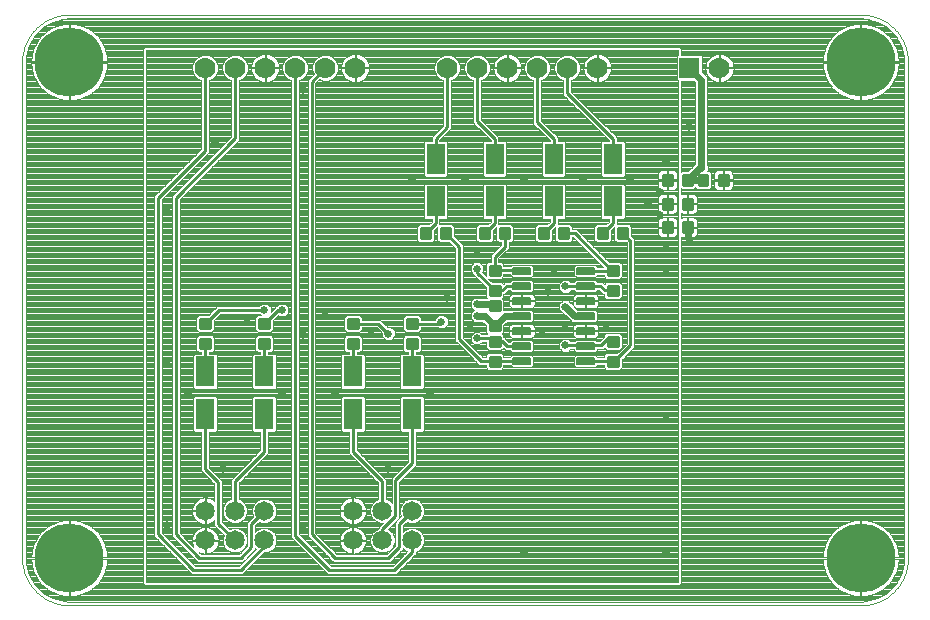
<source format=gtl>
G75*
%MOIN*%
%OFA0B0*%
%FSLAX25Y25*%
%IPPOS*%
%LPD*%
%AMOC8*
5,1,8,0,0,1.08239X$1,22.5*
%
%ADD10C,0.00000*%
%ADD11R,0.06299X0.10236*%
%ADD12C,0.00984*%
%ADD13R,0.07000X0.07000*%
%ADD14C,0.07000*%
%ADD15C,0.23000*%
%ADD16C,0.00591*%
%ADD17C,0.06496*%
%ADD18C,0.02400*%
%ADD19C,0.02578*%
%ADD20C,0.00400*%
%ADD21C,0.01000*%
D10*
X0024622Y0042589D02*
X0288402Y0042589D01*
X0288783Y0042594D01*
X0289163Y0042607D01*
X0289543Y0042630D01*
X0289922Y0042663D01*
X0290300Y0042704D01*
X0290677Y0042754D01*
X0291053Y0042814D01*
X0291428Y0042882D01*
X0291800Y0042960D01*
X0292171Y0043047D01*
X0292539Y0043142D01*
X0292905Y0043247D01*
X0293268Y0043360D01*
X0293629Y0043482D01*
X0293986Y0043612D01*
X0294340Y0043752D01*
X0294691Y0043899D01*
X0295038Y0044056D01*
X0295381Y0044220D01*
X0295720Y0044393D01*
X0296055Y0044574D01*
X0296386Y0044763D01*
X0296711Y0044960D01*
X0297032Y0045164D01*
X0297348Y0045377D01*
X0297658Y0045597D01*
X0297964Y0045824D01*
X0298263Y0046059D01*
X0298557Y0046301D01*
X0298845Y0046549D01*
X0299127Y0046805D01*
X0299402Y0047068D01*
X0299671Y0047337D01*
X0299934Y0047612D01*
X0300190Y0047894D01*
X0300438Y0048182D01*
X0300680Y0048476D01*
X0300915Y0048775D01*
X0301142Y0049081D01*
X0301362Y0049391D01*
X0301575Y0049707D01*
X0301779Y0050028D01*
X0301976Y0050353D01*
X0302165Y0050684D01*
X0302346Y0051019D01*
X0302519Y0051358D01*
X0302683Y0051701D01*
X0302840Y0052048D01*
X0302987Y0052399D01*
X0303127Y0052753D01*
X0303257Y0053110D01*
X0303379Y0053471D01*
X0303492Y0053834D01*
X0303597Y0054200D01*
X0303692Y0054568D01*
X0303779Y0054939D01*
X0303857Y0055311D01*
X0303925Y0055686D01*
X0303985Y0056062D01*
X0304035Y0056439D01*
X0304076Y0056817D01*
X0304109Y0057196D01*
X0304132Y0057576D01*
X0304145Y0057956D01*
X0304150Y0058337D01*
X0304150Y0223691D01*
X0304145Y0224072D01*
X0304132Y0224452D01*
X0304109Y0224832D01*
X0304076Y0225211D01*
X0304035Y0225589D01*
X0303985Y0225966D01*
X0303925Y0226342D01*
X0303857Y0226717D01*
X0303779Y0227089D01*
X0303692Y0227460D01*
X0303597Y0227828D01*
X0303492Y0228194D01*
X0303379Y0228557D01*
X0303257Y0228918D01*
X0303127Y0229275D01*
X0302987Y0229629D01*
X0302840Y0229980D01*
X0302683Y0230327D01*
X0302519Y0230670D01*
X0302346Y0231009D01*
X0302165Y0231344D01*
X0301976Y0231675D01*
X0301779Y0232000D01*
X0301575Y0232321D01*
X0301362Y0232637D01*
X0301142Y0232947D01*
X0300915Y0233253D01*
X0300680Y0233552D01*
X0300438Y0233846D01*
X0300190Y0234134D01*
X0299934Y0234416D01*
X0299671Y0234691D01*
X0299402Y0234960D01*
X0299127Y0235223D01*
X0298845Y0235479D01*
X0298557Y0235727D01*
X0298263Y0235969D01*
X0297964Y0236204D01*
X0297658Y0236431D01*
X0297348Y0236651D01*
X0297032Y0236864D01*
X0296711Y0237068D01*
X0296386Y0237265D01*
X0296055Y0237454D01*
X0295720Y0237635D01*
X0295381Y0237808D01*
X0295038Y0237972D01*
X0294691Y0238129D01*
X0294340Y0238276D01*
X0293986Y0238416D01*
X0293629Y0238546D01*
X0293268Y0238668D01*
X0292905Y0238781D01*
X0292539Y0238886D01*
X0292171Y0238981D01*
X0291800Y0239068D01*
X0291428Y0239146D01*
X0291053Y0239214D01*
X0290677Y0239274D01*
X0290300Y0239324D01*
X0289922Y0239365D01*
X0289543Y0239398D01*
X0289163Y0239421D01*
X0288783Y0239434D01*
X0288402Y0239439D01*
X0024622Y0239439D01*
X0024241Y0239434D01*
X0023861Y0239421D01*
X0023481Y0239398D01*
X0023102Y0239365D01*
X0022724Y0239324D01*
X0022347Y0239274D01*
X0021971Y0239214D01*
X0021596Y0239146D01*
X0021224Y0239068D01*
X0020853Y0238981D01*
X0020485Y0238886D01*
X0020119Y0238781D01*
X0019756Y0238668D01*
X0019395Y0238546D01*
X0019038Y0238416D01*
X0018684Y0238276D01*
X0018333Y0238129D01*
X0017986Y0237972D01*
X0017643Y0237808D01*
X0017304Y0237635D01*
X0016969Y0237454D01*
X0016638Y0237265D01*
X0016313Y0237068D01*
X0015992Y0236864D01*
X0015676Y0236651D01*
X0015366Y0236431D01*
X0015060Y0236204D01*
X0014761Y0235969D01*
X0014467Y0235727D01*
X0014179Y0235479D01*
X0013897Y0235223D01*
X0013622Y0234960D01*
X0013353Y0234691D01*
X0013090Y0234416D01*
X0012834Y0234134D01*
X0012586Y0233846D01*
X0012344Y0233552D01*
X0012109Y0233253D01*
X0011882Y0232947D01*
X0011662Y0232637D01*
X0011449Y0232321D01*
X0011245Y0232000D01*
X0011048Y0231675D01*
X0010859Y0231344D01*
X0010678Y0231009D01*
X0010505Y0230670D01*
X0010341Y0230327D01*
X0010184Y0229980D01*
X0010037Y0229629D01*
X0009897Y0229275D01*
X0009767Y0228918D01*
X0009645Y0228557D01*
X0009532Y0228194D01*
X0009427Y0227828D01*
X0009332Y0227460D01*
X0009245Y0227089D01*
X0009167Y0226717D01*
X0009099Y0226342D01*
X0009039Y0225966D01*
X0008989Y0225589D01*
X0008948Y0225211D01*
X0008915Y0224832D01*
X0008892Y0224452D01*
X0008879Y0224072D01*
X0008874Y0223691D01*
X0008874Y0058337D01*
X0008879Y0057956D01*
X0008892Y0057576D01*
X0008915Y0057196D01*
X0008948Y0056817D01*
X0008989Y0056439D01*
X0009039Y0056062D01*
X0009099Y0055686D01*
X0009167Y0055311D01*
X0009245Y0054939D01*
X0009332Y0054568D01*
X0009427Y0054200D01*
X0009532Y0053834D01*
X0009645Y0053471D01*
X0009767Y0053110D01*
X0009897Y0052753D01*
X0010037Y0052399D01*
X0010184Y0052048D01*
X0010341Y0051701D01*
X0010505Y0051358D01*
X0010678Y0051019D01*
X0010859Y0050684D01*
X0011048Y0050353D01*
X0011245Y0050028D01*
X0011449Y0049707D01*
X0011662Y0049391D01*
X0011882Y0049081D01*
X0012109Y0048775D01*
X0012344Y0048476D01*
X0012586Y0048182D01*
X0012834Y0047894D01*
X0013090Y0047612D01*
X0013353Y0047337D01*
X0013622Y0047068D01*
X0013897Y0046805D01*
X0014179Y0046549D01*
X0014467Y0046301D01*
X0014761Y0046059D01*
X0015060Y0045824D01*
X0015366Y0045597D01*
X0015676Y0045377D01*
X0015992Y0045164D01*
X0016313Y0044960D01*
X0016638Y0044763D01*
X0016969Y0044574D01*
X0017304Y0044393D01*
X0017643Y0044220D01*
X0017986Y0044056D01*
X0018333Y0043899D01*
X0018684Y0043752D01*
X0019038Y0043612D01*
X0019395Y0043482D01*
X0019756Y0043360D01*
X0020119Y0043247D01*
X0020485Y0043142D01*
X0020853Y0043047D01*
X0021224Y0042960D01*
X0021596Y0042882D01*
X0021971Y0042814D01*
X0022347Y0042754D01*
X0022724Y0042704D01*
X0023102Y0042663D01*
X0023481Y0042630D01*
X0023861Y0042607D01*
X0024241Y0042594D01*
X0024622Y0042589D01*
D11*
X0069898Y0106368D03*
X0069898Y0120541D03*
X0089583Y0120541D03*
X0089583Y0106368D03*
X0119110Y0106368D03*
X0119110Y0120541D03*
X0138795Y0120541D03*
X0138795Y0106368D03*
X0146669Y0177234D03*
X0146669Y0191407D03*
X0166354Y0191407D03*
X0166354Y0177234D03*
X0186039Y0177234D03*
X0186039Y0191407D03*
X0205724Y0191407D03*
X0205724Y0177234D03*
D12*
X0203854Y0168277D02*
X0200902Y0168277D01*
X0203854Y0168277D02*
X0203854Y0164931D01*
X0200902Y0164931D01*
X0200902Y0168277D01*
X0200902Y0165866D02*
X0203854Y0165866D01*
X0203854Y0166801D02*
X0200902Y0166801D01*
X0200902Y0167736D02*
X0203854Y0167736D01*
X0207595Y0168277D02*
X0210547Y0168277D01*
X0210547Y0164931D01*
X0207595Y0164931D01*
X0207595Y0168277D01*
X0207595Y0165866D02*
X0210547Y0165866D01*
X0210547Y0166801D02*
X0207595Y0166801D01*
X0207595Y0167736D02*
X0210547Y0167736D01*
X0222555Y0166900D02*
X0225507Y0166900D01*
X0222555Y0166900D02*
X0222555Y0170246D01*
X0225507Y0170246D01*
X0225507Y0166900D01*
X0225507Y0167835D02*
X0222555Y0167835D01*
X0222555Y0168770D02*
X0225507Y0168770D01*
X0225507Y0169705D02*
X0222555Y0169705D01*
X0229248Y0166900D02*
X0232200Y0166900D01*
X0229248Y0166900D02*
X0229248Y0170246D01*
X0232200Y0170246D01*
X0232200Y0166900D01*
X0232200Y0167835D02*
X0229248Y0167835D01*
X0229248Y0168770D02*
X0232200Y0168770D01*
X0232200Y0169705D02*
X0229248Y0169705D01*
X0229248Y0178120D02*
X0232200Y0178120D01*
X0232200Y0174774D01*
X0229248Y0174774D01*
X0229248Y0178120D01*
X0229248Y0175709D02*
X0232200Y0175709D01*
X0232200Y0176644D02*
X0229248Y0176644D01*
X0229248Y0177579D02*
X0232200Y0177579D01*
X0232200Y0182648D02*
X0229248Y0182648D01*
X0229248Y0185994D01*
X0232200Y0185994D01*
X0232200Y0182648D01*
X0232200Y0183583D02*
X0229248Y0183583D01*
X0229248Y0184518D02*
X0232200Y0184518D01*
X0232200Y0185453D02*
X0229248Y0185453D01*
X0225507Y0182648D02*
X0222555Y0182648D01*
X0222555Y0185994D01*
X0225507Y0185994D01*
X0225507Y0182648D01*
X0225507Y0183583D02*
X0222555Y0183583D01*
X0222555Y0184518D02*
X0225507Y0184518D01*
X0225507Y0185453D02*
X0222555Y0185453D01*
X0222555Y0178120D02*
X0225507Y0178120D01*
X0225507Y0174774D01*
X0222555Y0174774D01*
X0222555Y0178120D01*
X0222555Y0175709D02*
X0225507Y0175709D01*
X0225507Y0176644D02*
X0222555Y0176644D01*
X0222555Y0177579D02*
X0225507Y0177579D01*
X0234367Y0182648D02*
X0237319Y0182648D01*
X0234367Y0182648D02*
X0234367Y0185994D01*
X0237319Y0185994D01*
X0237319Y0182648D01*
X0237319Y0183583D02*
X0234367Y0183583D01*
X0234367Y0184518D02*
X0237319Y0184518D01*
X0237319Y0185453D02*
X0234367Y0185453D01*
X0241059Y0182648D02*
X0244011Y0182648D01*
X0241059Y0182648D02*
X0241059Y0185994D01*
X0244011Y0185994D01*
X0244011Y0182648D01*
X0244011Y0183583D02*
X0241059Y0183583D01*
X0241059Y0184518D02*
X0244011Y0184518D01*
X0244011Y0185453D02*
X0241059Y0185453D01*
X0207397Y0155679D02*
X0207397Y0152727D01*
X0204051Y0152727D01*
X0204051Y0155679D01*
X0207397Y0155679D01*
X0207397Y0153662D02*
X0204051Y0153662D01*
X0204051Y0154597D02*
X0207397Y0154597D01*
X0207397Y0155532D02*
X0204051Y0155532D01*
X0207397Y0148986D02*
X0207397Y0146034D01*
X0204051Y0146034D01*
X0204051Y0148986D01*
X0207397Y0148986D01*
X0207397Y0146969D02*
X0204051Y0146969D01*
X0204051Y0147904D02*
X0207397Y0147904D01*
X0207397Y0148839D02*
X0204051Y0148839D01*
X0204051Y0132057D02*
X0204051Y0129105D01*
X0204051Y0132057D02*
X0207397Y0132057D01*
X0207397Y0129105D01*
X0204051Y0129105D01*
X0204051Y0130040D02*
X0207397Y0130040D01*
X0207397Y0130975D02*
X0204051Y0130975D01*
X0204051Y0131910D02*
X0207397Y0131910D01*
X0204051Y0125364D02*
X0204051Y0122412D01*
X0204051Y0125364D02*
X0207397Y0125364D01*
X0207397Y0122412D01*
X0204051Y0122412D01*
X0204051Y0123347D02*
X0207397Y0123347D01*
X0207397Y0124282D02*
X0204051Y0124282D01*
X0204051Y0125217D02*
X0207397Y0125217D01*
X0164681Y0125364D02*
X0164681Y0122412D01*
X0164681Y0125364D02*
X0168027Y0125364D01*
X0168027Y0122412D01*
X0164681Y0122412D01*
X0164681Y0123347D02*
X0168027Y0123347D01*
X0168027Y0124282D02*
X0164681Y0124282D01*
X0164681Y0125217D02*
X0168027Y0125217D01*
X0164681Y0129105D02*
X0164681Y0132057D01*
X0168027Y0132057D01*
X0168027Y0129105D01*
X0164681Y0129105D01*
X0164681Y0130040D02*
X0168027Y0130040D01*
X0168027Y0130975D02*
X0164681Y0130975D01*
X0164681Y0131910D02*
X0168027Y0131910D01*
X0168027Y0134223D02*
X0168027Y0137175D01*
X0168027Y0134223D02*
X0164681Y0134223D01*
X0164681Y0137175D01*
X0168027Y0137175D01*
X0168027Y0135158D02*
X0164681Y0135158D01*
X0164681Y0136093D02*
X0168027Y0136093D01*
X0168027Y0137028D02*
X0164681Y0137028D01*
X0168027Y0140916D02*
X0168027Y0143868D01*
X0168027Y0140916D02*
X0164681Y0140916D01*
X0164681Y0143868D01*
X0168027Y0143868D01*
X0168027Y0141851D02*
X0164681Y0141851D01*
X0164681Y0142786D02*
X0168027Y0142786D01*
X0168027Y0143721D02*
X0164681Y0143721D01*
X0168027Y0146034D02*
X0168027Y0148986D01*
X0168027Y0146034D02*
X0164681Y0146034D01*
X0164681Y0148986D01*
X0168027Y0148986D01*
X0168027Y0146969D02*
X0164681Y0146969D01*
X0164681Y0147904D02*
X0168027Y0147904D01*
X0168027Y0148839D02*
X0164681Y0148839D01*
X0168027Y0152727D02*
X0168027Y0155679D01*
X0168027Y0152727D02*
X0164681Y0152727D01*
X0164681Y0155679D01*
X0168027Y0155679D01*
X0168027Y0153662D02*
X0164681Y0153662D01*
X0164681Y0154597D02*
X0168027Y0154597D01*
X0168027Y0155532D02*
X0164681Y0155532D01*
X0164484Y0168277D02*
X0161532Y0168277D01*
X0164484Y0168277D02*
X0164484Y0164931D01*
X0161532Y0164931D01*
X0161532Y0168277D01*
X0161532Y0165866D02*
X0164484Y0165866D01*
X0164484Y0166801D02*
X0161532Y0166801D01*
X0161532Y0167736D02*
X0164484Y0167736D01*
X0168225Y0168277D02*
X0171177Y0168277D01*
X0171177Y0164931D01*
X0168225Y0164931D01*
X0168225Y0168277D01*
X0168225Y0165866D02*
X0171177Y0165866D01*
X0171177Y0166801D02*
X0168225Y0166801D01*
X0168225Y0167736D02*
X0171177Y0167736D01*
X0181217Y0168277D02*
X0184169Y0168277D01*
X0184169Y0164931D01*
X0181217Y0164931D01*
X0181217Y0168277D01*
X0181217Y0165866D02*
X0184169Y0165866D01*
X0184169Y0166801D02*
X0181217Y0166801D01*
X0181217Y0167736D02*
X0184169Y0167736D01*
X0187910Y0168277D02*
X0190862Y0168277D01*
X0190862Y0164931D01*
X0187910Y0164931D01*
X0187910Y0168277D01*
X0187910Y0165866D02*
X0190862Y0165866D01*
X0190862Y0166801D02*
X0187910Y0166801D01*
X0187910Y0167736D02*
X0190862Y0167736D01*
X0151492Y0168277D02*
X0148540Y0168277D01*
X0151492Y0168277D02*
X0151492Y0164931D01*
X0148540Y0164931D01*
X0148540Y0168277D01*
X0148540Y0165866D02*
X0151492Y0165866D01*
X0151492Y0166801D02*
X0148540Y0166801D01*
X0148540Y0167736D02*
X0151492Y0167736D01*
X0144799Y0168277D02*
X0141847Y0168277D01*
X0144799Y0168277D02*
X0144799Y0164931D01*
X0141847Y0164931D01*
X0141847Y0168277D01*
X0141847Y0165866D02*
X0144799Y0165866D01*
X0144799Y0166801D02*
X0141847Y0166801D01*
X0141847Y0167736D02*
X0144799Y0167736D01*
X0140468Y0137962D02*
X0140468Y0135010D01*
X0137122Y0135010D01*
X0137122Y0137962D01*
X0140468Y0137962D01*
X0140468Y0135945D02*
X0137122Y0135945D01*
X0137122Y0136880D02*
X0140468Y0136880D01*
X0140468Y0137815D02*
X0137122Y0137815D01*
X0140468Y0131269D02*
X0140468Y0128317D01*
X0137122Y0128317D01*
X0137122Y0131269D01*
X0140468Y0131269D01*
X0140468Y0129252D02*
X0137122Y0129252D01*
X0137122Y0130187D02*
X0140468Y0130187D01*
X0140468Y0131122D02*
X0137122Y0131122D01*
X0120783Y0131269D02*
X0120783Y0128317D01*
X0117437Y0128317D01*
X0117437Y0131269D01*
X0120783Y0131269D01*
X0120783Y0129252D02*
X0117437Y0129252D01*
X0117437Y0130187D02*
X0120783Y0130187D01*
X0120783Y0131122D02*
X0117437Y0131122D01*
X0120783Y0135010D02*
X0120783Y0137962D01*
X0120783Y0135010D02*
X0117437Y0135010D01*
X0117437Y0137962D01*
X0120783Y0137962D01*
X0120783Y0135945D02*
X0117437Y0135945D01*
X0117437Y0136880D02*
X0120783Y0136880D01*
X0120783Y0137815D02*
X0117437Y0137815D01*
X0091256Y0137962D02*
X0091256Y0135010D01*
X0087910Y0135010D01*
X0087910Y0137962D01*
X0091256Y0137962D01*
X0091256Y0135945D02*
X0087910Y0135945D01*
X0087910Y0136880D02*
X0091256Y0136880D01*
X0091256Y0137815D02*
X0087910Y0137815D01*
X0091256Y0131269D02*
X0091256Y0128317D01*
X0087910Y0128317D01*
X0087910Y0131269D01*
X0091256Y0131269D01*
X0091256Y0129252D02*
X0087910Y0129252D01*
X0087910Y0130187D02*
X0091256Y0130187D01*
X0091256Y0131122D02*
X0087910Y0131122D01*
X0071571Y0131269D02*
X0071571Y0128317D01*
X0068225Y0128317D01*
X0068225Y0131269D01*
X0071571Y0131269D01*
X0071571Y0129252D02*
X0068225Y0129252D01*
X0068225Y0130187D02*
X0071571Y0130187D01*
X0071571Y0131122D02*
X0068225Y0131122D01*
X0071571Y0135010D02*
X0071571Y0137962D01*
X0071571Y0135010D02*
X0068225Y0135010D01*
X0068225Y0137962D01*
X0071571Y0137962D01*
X0071571Y0135945D02*
X0068225Y0135945D01*
X0068225Y0136880D02*
X0071571Y0136880D01*
X0071571Y0137815D02*
X0068225Y0137815D01*
D13*
X0231315Y0221722D03*
D14*
X0241315Y0221722D03*
X0200606Y0221722D03*
X0190606Y0221722D03*
X0180606Y0221722D03*
X0170606Y0221722D03*
X0160606Y0221722D03*
X0150606Y0221722D03*
X0119898Y0221722D03*
X0109898Y0221722D03*
X0099898Y0221722D03*
X0089898Y0221722D03*
X0079898Y0221722D03*
X0069898Y0221722D03*
D15*
X0024622Y0223691D03*
X0024622Y0058337D03*
X0288402Y0058337D03*
X0288402Y0223691D03*
D16*
X0193913Y0154931D02*
X0193913Y0153159D01*
X0193913Y0154931D02*
X0199425Y0154931D01*
X0199425Y0153159D01*
X0193913Y0153159D01*
X0193913Y0153720D02*
X0199425Y0153720D01*
X0199425Y0154281D02*
X0193913Y0154281D01*
X0193913Y0154842D02*
X0199425Y0154842D01*
X0193913Y0149931D02*
X0193913Y0148159D01*
X0193913Y0149931D02*
X0199425Y0149931D01*
X0199425Y0148159D01*
X0193913Y0148159D01*
X0193913Y0148720D02*
X0199425Y0148720D01*
X0199425Y0149281D02*
X0193913Y0149281D01*
X0193913Y0149842D02*
X0199425Y0149842D01*
X0193913Y0144931D02*
X0193913Y0143159D01*
X0193913Y0144931D02*
X0199425Y0144931D01*
X0199425Y0143159D01*
X0193913Y0143159D01*
X0193913Y0143720D02*
X0199425Y0143720D01*
X0199425Y0144281D02*
X0193913Y0144281D01*
X0193913Y0144842D02*
X0199425Y0144842D01*
X0193913Y0139931D02*
X0193913Y0138159D01*
X0193913Y0139931D02*
X0199425Y0139931D01*
X0199425Y0138159D01*
X0193913Y0138159D01*
X0193913Y0138720D02*
X0199425Y0138720D01*
X0199425Y0139281D02*
X0193913Y0139281D01*
X0193913Y0139842D02*
X0199425Y0139842D01*
X0193913Y0134931D02*
X0193913Y0133159D01*
X0193913Y0134931D02*
X0199425Y0134931D01*
X0199425Y0133159D01*
X0193913Y0133159D01*
X0193913Y0133720D02*
X0199425Y0133720D01*
X0199425Y0134281D02*
X0193913Y0134281D01*
X0193913Y0134842D02*
X0199425Y0134842D01*
X0193913Y0129931D02*
X0193913Y0128159D01*
X0193913Y0129931D02*
X0199425Y0129931D01*
X0199425Y0128159D01*
X0193913Y0128159D01*
X0193913Y0128720D02*
X0199425Y0128720D01*
X0199425Y0129281D02*
X0193913Y0129281D01*
X0193913Y0129842D02*
X0199425Y0129842D01*
X0193913Y0124931D02*
X0193913Y0123159D01*
X0193913Y0124931D02*
X0199425Y0124931D01*
X0199425Y0123159D01*
X0193913Y0123159D01*
X0193913Y0123720D02*
X0199425Y0123720D01*
X0199425Y0124281D02*
X0193913Y0124281D01*
X0193913Y0124842D02*
X0199425Y0124842D01*
X0172653Y0124931D02*
X0172653Y0123159D01*
X0172653Y0124931D02*
X0178165Y0124931D01*
X0178165Y0123159D01*
X0172653Y0123159D01*
X0172653Y0123720D02*
X0178165Y0123720D01*
X0178165Y0124281D02*
X0172653Y0124281D01*
X0172653Y0124842D02*
X0178165Y0124842D01*
X0172653Y0128159D02*
X0172653Y0129931D01*
X0178165Y0129931D01*
X0178165Y0128159D01*
X0172653Y0128159D01*
X0172653Y0128720D02*
X0178165Y0128720D01*
X0178165Y0129281D02*
X0172653Y0129281D01*
X0172653Y0129842D02*
X0178165Y0129842D01*
X0172653Y0133159D02*
X0172653Y0134931D01*
X0178165Y0134931D01*
X0178165Y0133159D01*
X0172653Y0133159D01*
X0172653Y0133720D02*
X0178165Y0133720D01*
X0178165Y0134281D02*
X0172653Y0134281D01*
X0172653Y0134842D02*
X0178165Y0134842D01*
X0172653Y0138159D02*
X0172653Y0139931D01*
X0178165Y0139931D01*
X0178165Y0138159D01*
X0172653Y0138159D01*
X0172653Y0138720D02*
X0178165Y0138720D01*
X0178165Y0139281D02*
X0172653Y0139281D01*
X0172653Y0139842D02*
X0178165Y0139842D01*
X0172653Y0143159D02*
X0172653Y0144931D01*
X0178165Y0144931D01*
X0178165Y0143159D01*
X0172653Y0143159D01*
X0172653Y0143720D02*
X0178165Y0143720D01*
X0178165Y0144281D02*
X0172653Y0144281D01*
X0172653Y0144842D02*
X0178165Y0144842D01*
X0172653Y0148159D02*
X0172653Y0149931D01*
X0178165Y0149931D01*
X0178165Y0148159D01*
X0172653Y0148159D01*
X0172653Y0148720D02*
X0178165Y0148720D01*
X0178165Y0149281D02*
X0172653Y0149281D01*
X0172653Y0149842D02*
X0178165Y0149842D01*
X0172653Y0153159D02*
X0172653Y0154931D01*
X0178165Y0154931D01*
X0178165Y0153159D01*
X0172653Y0153159D01*
X0172653Y0153720D02*
X0178165Y0153720D01*
X0178165Y0154281D02*
X0172653Y0154281D01*
X0172653Y0154842D02*
X0178165Y0154842D01*
D17*
X0138795Y0074085D03*
X0128953Y0074085D03*
X0119110Y0074085D03*
X0119110Y0064242D03*
X0128953Y0064242D03*
X0138795Y0064242D03*
X0089583Y0064242D03*
X0079740Y0064242D03*
X0069898Y0064242D03*
X0069898Y0074085D03*
X0079740Y0074085D03*
X0089583Y0074085D03*
D18*
X0163008Y0139045D02*
X0166354Y0135699D01*
X0169701Y0139045D01*
X0175409Y0139045D01*
X0166354Y0142392D02*
X0165764Y0142982D01*
X0160449Y0142982D01*
X0160449Y0139045D02*
X0163008Y0139045D01*
X0189976Y0142134D02*
X0193065Y0139045D01*
X0196669Y0139045D01*
X0230724Y0165226D02*
X0230724Y0168573D01*
X0230724Y0165226D02*
X0231315Y0164636D01*
X0230724Y0184321D02*
X0235843Y0184321D01*
X0235252Y0188258D02*
X0235252Y0188848D01*
X0230724Y0184321D01*
X0235252Y0188258D02*
X0235252Y0217785D01*
X0231315Y0221722D01*
D19*
X0231315Y0202037D03*
X0223441Y0190226D03*
X0221472Y0180384D03*
X0217535Y0176447D03*
X0221472Y0172510D03*
X0231315Y0164636D03*
X0223441Y0162667D03*
X0223441Y0154793D03*
X0203362Y0135108D03*
X0189976Y0135108D03*
X0189976Y0129203D03*
X0182102Y0133140D03*
X0189976Y0142134D03*
X0189976Y0148888D03*
X0184071Y0146919D03*
X0186039Y0154793D03*
X0160449Y0154793D03*
X0160449Y0160699D03*
X0150606Y0144951D03*
X0148638Y0137077D03*
X0158087Y0135108D03*
X0160449Y0139045D03*
X0160449Y0142982D03*
X0160449Y0131592D03*
X0144701Y0113455D03*
X0130921Y0133140D03*
X0125016Y0133140D03*
X0109661Y0140226D03*
X0102575Y0132746D03*
X0095488Y0141014D03*
X0089583Y0141014D03*
X0083677Y0137077D03*
X0056906Y0123691D03*
X0063992Y0113455D03*
X0075803Y0087864D03*
X0057299Y0069360D03*
X0102575Y0068967D03*
X0130921Y0087864D03*
X0113205Y0113455D03*
X0095488Y0113455D03*
X0056906Y0174478D03*
X0073047Y0196526D03*
X0102575Y0214242D03*
X0138795Y0184321D03*
X0156512Y0184321D03*
X0176197Y0184321D03*
X0195882Y0184321D03*
X0211630Y0184321D03*
X0235252Y0188258D03*
X0223441Y0105581D03*
X0223441Y0060305D03*
X0176197Y0060305D03*
D20*
X0022723Y0043913D02*
X0019055Y0044896D01*
X0015766Y0046795D01*
X0013080Y0049480D01*
X0011181Y0052769D01*
X0010198Y0056438D01*
X0010074Y0058337D01*
X0010074Y0223691D01*
X0010198Y0225590D01*
X0011181Y0229258D01*
X0011181Y0229258D01*
X0013080Y0232547D01*
X0015766Y0235233D01*
X0019055Y0237132D01*
X0022723Y0238115D01*
X0024622Y0238239D01*
X0288402Y0238239D01*
X0290300Y0238115D01*
X0293969Y0237132D01*
X0297258Y0235233D01*
X0299943Y0232547D01*
X0301842Y0229258D01*
X0302825Y0225590D01*
X0302950Y0223691D01*
X0302950Y0058337D01*
X0302825Y0056438D01*
X0301842Y0052769D01*
X0299943Y0049480D01*
X0297258Y0046795D01*
X0293969Y0044896D01*
X0290300Y0043913D01*
X0288402Y0043789D01*
X0024622Y0043789D01*
X0022723Y0043913D01*
X0021717Y0044183D02*
X0291307Y0044183D01*
X0292794Y0044581D02*
X0020230Y0044581D01*
X0018910Y0044980D02*
X0294114Y0044980D01*
X0294804Y0045378D02*
X0018220Y0045378D01*
X0017529Y0045777D02*
X0022667Y0045777D01*
X0022756Y0045759D02*
X0023998Y0045637D01*
X0024422Y0045637D01*
X0024422Y0058137D01*
X0011922Y0058137D01*
X0011922Y0057713D01*
X0012044Y0056471D01*
X0012288Y0055247D01*
X0012650Y0054053D01*
X0013128Y0052900D01*
X0013716Y0051800D01*
X0014409Y0050762D01*
X0015201Y0049798D01*
X0016083Y0048915D01*
X0017048Y0048124D01*
X0018085Y0047430D01*
X0019186Y0046842D01*
X0020338Y0046365D01*
X0021532Y0046002D01*
X0022756Y0045759D01*
X0024422Y0045777D02*
X0024822Y0045777D01*
X0024822Y0045637D02*
X0025246Y0045637D01*
X0026488Y0045759D01*
X0027712Y0046002D01*
X0028906Y0046365D01*
X0030059Y0046842D01*
X0031159Y0047430D01*
X0032197Y0048124D01*
X0033161Y0048915D01*
X0034043Y0049798D01*
X0034835Y0050762D01*
X0035528Y0051800D01*
X0036117Y0052900D01*
X0036594Y0054053D01*
X0036956Y0055247D01*
X0037200Y0056471D01*
X0037322Y0057713D01*
X0037322Y0058137D01*
X0024822Y0058137D01*
X0024822Y0058537D01*
X0024422Y0058537D01*
X0024422Y0071037D01*
X0023998Y0071037D01*
X0022756Y0070914D01*
X0021532Y0070671D01*
X0020338Y0070309D01*
X0019186Y0069831D01*
X0018085Y0069243D01*
X0017048Y0068550D01*
X0016083Y0067758D01*
X0015201Y0066876D01*
X0014409Y0065911D01*
X0013716Y0064874D01*
X0013128Y0063773D01*
X0012650Y0062620D01*
X0012288Y0061426D01*
X0012044Y0060202D01*
X0011922Y0058961D01*
X0011922Y0058537D01*
X0024422Y0058537D01*
X0024422Y0058137D01*
X0024822Y0058137D01*
X0024822Y0045637D01*
X0024822Y0046175D02*
X0024422Y0046175D01*
X0024422Y0046574D02*
X0024822Y0046574D01*
X0024822Y0046972D02*
X0024422Y0046972D01*
X0024422Y0047371D02*
X0024822Y0047371D01*
X0024822Y0047769D02*
X0024422Y0047769D01*
X0024422Y0048168D02*
X0024822Y0048168D01*
X0024822Y0048566D02*
X0024422Y0048566D01*
X0024422Y0048965D02*
X0024822Y0048965D01*
X0024822Y0049363D02*
X0024422Y0049363D01*
X0024422Y0049762D02*
X0024822Y0049762D01*
X0024822Y0050160D02*
X0024422Y0050160D01*
X0024422Y0050559D02*
X0024822Y0050559D01*
X0024822Y0050957D02*
X0024422Y0050957D01*
X0024422Y0051356D02*
X0024822Y0051356D01*
X0024822Y0051754D02*
X0024422Y0051754D01*
X0024422Y0052153D02*
X0024822Y0052153D01*
X0024822Y0052551D02*
X0024422Y0052551D01*
X0024422Y0052950D02*
X0024822Y0052950D01*
X0024822Y0053348D02*
X0024422Y0053348D01*
X0024422Y0053747D02*
X0024822Y0053747D01*
X0024822Y0054145D02*
X0024422Y0054145D01*
X0024422Y0054544D02*
X0024822Y0054544D01*
X0024822Y0054942D02*
X0024422Y0054942D01*
X0024422Y0055341D02*
X0024822Y0055341D01*
X0024822Y0055739D02*
X0024422Y0055739D01*
X0024422Y0056138D02*
X0024822Y0056138D01*
X0024822Y0056536D02*
X0024422Y0056536D01*
X0024422Y0056935D02*
X0024822Y0056935D01*
X0024822Y0057334D02*
X0024422Y0057334D01*
X0024422Y0057732D02*
X0024822Y0057732D01*
X0024822Y0058131D02*
X0024422Y0058131D01*
X0024422Y0058529D02*
X0010074Y0058529D01*
X0010074Y0058928D02*
X0011922Y0058928D01*
X0011958Y0059326D02*
X0010074Y0059326D01*
X0010074Y0059725D02*
X0011997Y0059725D01*
X0012037Y0060123D02*
X0010074Y0060123D01*
X0010074Y0060522D02*
X0012108Y0060522D01*
X0012187Y0060920D02*
X0010074Y0060920D01*
X0010074Y0061319D02*
X0012266Y0061319D01*
X0012376Y0061717D02*
X0010074Y0061717D01*
X0010074Y0062116D02*
X0012497Y0062116D01*
X0012618Y0062514D02*
X0010074Y0062514D01*
X0010074Y0062913D02*
X0012771Y0062913D01*
X0012936Y0063311D02*
X0010074Y0063311D01*
X0010074Y0063710D02*
X0013101Y0063710D01*
X0013307Y0064108D02*
X0010074Y0064108D01*
X0010074Y0064507D02*
X0013520Y0064507D01*
X0013737Y0064905D02*
X0010074Y0064905D01*
X0010074Y0065304D02*
X0014003Y0065304D01*
X0014269Y0065702D02*
X0010074Y0065702D01*
X0010074Y0066101D02*
X0014565Y0066101D01*
X0014892Y0066499D02*
X0010074Y0066499D01*
X0010074Y0066898D02*
X0015223Y0066898D01*
X0015621Y0067296D02*
X0010074Y0067296D01*
X0010074Y0067695D02*
X0016020Y0067695D01*
X0016491Y0068093D02*
X0010074Y0068093D01*
X0010074Y0068492D02*
X0016977Y0068492D01*
X0017557Y0068890D02*
X0010074Y0068890D01*
X0010074Y0069289D02*
X0018171Y0069289D01*
X0018917Y0069687D02*
X0010074Y0069687D01*
X0010074Y0070086D02*
X0019801Y0070086D01*
X0020918Y0070484D02*
X0010074Y0070484D01*
X0010074Y0070883D02*
X0022598Y0070883D01*
X0024422Y0070883D02*
X0024822Y0070883D01*
X0024822Y0071037D02*
X0025246Y0071037D01*
X0026488Y0070914D01*
X0027712Y0070671D01*
X0028906Y0070309D01*
X0030059Y0069831D01*
X0031159Y0069243D01*
X0032197Y0068550D01*
X0033161Y0067758D01*
X0034043Y0066876D01*
X0034835Y0065911D01*
X0035528Y0064874D01*
X0036117Y0063773D01*
X0036594Y0062620D01*
X0036956Y0061426D01*
X0037200Y0060202D01*
X0037322Y0058961D01*
X0037322Y0058537D01*
X0024822Y0058537D01*
X0024822Y0071037D01*
X0024822Y0070484D02*
X0024422Y0070484D01*
X0024422Y0070086D02*
X0024822Y0070086D01*
X0024822Y0069687D02*
X0024422Y0069687D01*
X0024422Y0069289D02*
X0024822Y0069289D01*
X0024822Y0068890D02*
X0024422Y0068890D01*
X0024422Y0068492D02*
X0024822Y0068492D01*
X0024822Y0068093D02*
X0024422Y0068093D01*
X0024422Y0067695D02*
X0024822Y0067695D01*
X0024822Y0067296D02*
X0024422Y0067296D01*
X0024422Y0066898D02*
X0024822Y0066898D01*
X0024822Y0066499D02*
X0024422Y0066499D01*
X0024422Y0066101D02*
X0024822Y0066101D01*
X0024822Y0065702D02*
X0024422Y0065702D01*
X0024422Y0065304D02*
X0024822Y0065304D01*
X0024822Y0064905D02*
X0024422Y0064905D01*
X0024422Y0064507D02*
X0024822Y0064507D01*
X0024822Y0064108D02*
X0024422Y0064108D01*
X0024422Y0063710D02*
X0024822Y0063710D01*
X0024822Y0063311D02*
X0024422Y0063311D01*
X0024422Y0062913D02*
X0024822Y0062913D01*
X0024822Y0062514D02*
X0024422Y0062514D01*
X0024422Y0062116D02*
X0024822Y0062116D01*
X0024822Y0061717D02*
X0024422Y0061717D01*
X0024422Y0061319D02*
X0024822Y0061319D01*
X0024822Y0060920D02*
X0024422Y0060920D01*
X0024422Y0060522D02*
X0024822Y0060522D01*
X0024822Y0060123D02*
X0024422Y0060123D01*
X0024422Y0059725D02*
X0024822Y0059725D01*
X0024822Y0059326D02*
X0024422Y0059326D01*
X0024422Y0058928D02*
X0024822Y0058928D01*
X0024822Y0058529D02*
X0049213Y0058529D01*
X0049213Y0058131D02*
X0037322Y0058131D01*
X0037322Y0057732D02*
X0049213Y0057732D01*
X0049213Y0057334D02*
X0037285Y0057334D01*
X0037245Y0056935D02*
X0049213Y0056935D01*
X0049213Y0056536D02*
X0037206Y0056536D01*
X0037134Y0056138D02*
X0049213Y0056138D01*
X0049213Y0055739D02*
X0037054Y0055739D01*
X0036975Y0055341D02*
X0049213Y0055341D01*
X0049213Y0054942D02*
X0036864Y0054942D01*
X0036743Y0054544D02*
X0049213Y0054544D01*
X0049213Y0054145D02*
X0036622Y0054145D01*
X0036467Y0053747D02*
X0049213Y0053747D01*
X0049213Y0053348D02*
X0036302Y0053348D01*
X0036137Y0052950D02*
X0049213Y0052950D01*
X0049213Y0052551D02*
X0035930Y0052551D01*
X0035717Y0052153D02*
X0049213Y0052153D01*
X0049213Y0051754D02*
X0035498Y0051754D01*
X0035232Y0051356D02*
X0049213Y0051356D01*
X0049213Y0050957D02*
X0034966Y0050957D01*
X0034668Y0050559D02*
X0049213Y0050559D01*
X0049213Y0050160D02*
X0034341Y0050160D01*
X0034008Y0049762D02*
X0049499Y0049762D01*
X0049213Y0050048D02*
X0049798Y0049463D01*
X0050627Y0049463D01*
X0227792Y0049463D01*
X0228378Y0050048D01*
X0228378Y0165448D01*
X0228595Y0165323D01*
X0229025Y0165207D01*
X0230524Y0165207D01*
X0230524Y0168373D01*
X0230924Y0168373D01*
X0230924Y0165207D01*
X0232424Y0165207D01*
X0232854Y0165323D01*
X0233240Y0165546D01*
X0233555Y0165861D01*
X0233778Y0166246D01*
X0233893Y0166677D01*
X0233893Y0168373D01*
X0230924Y0168373D01*
X0230924Y0168773D01*
X0230524Y0168773D01*
X0230524Y0171938D01*
X0229025Y0171938D01*
X0228595Y0171823D01*
X0228378Y0171698D01*
X0228378Y0173322D01*
X0228595Y0173197D01*
X0229025Y0173081D01*
X0230524Y0173081D01*
X0230524Y0176247D01*
X0230924Y0176247D01*
X0230924Y0173081D01*
X0232424Y0173081D01*
X0232854Y0173197D01*
X0233240Y0173420D01*
X0233555Y0173735D01*
X0233778Y0174120D01*
X0233893Y0174551D01*
X0233893Y0176247D01*
X0230924Y0176247D01*
X0230924Y0176647D01*
X0230524Y0176647D01*
X0230524Y0179812D01*
X0229025Y0179812D01*
X0228595Y0179697D01*
X0228378Y0179572D01*
X0228378Y0181690D01*
X0228713Y0181356D01*
X0232736Y0181356D01*
X0233283Y0181903D01*
X0233831Y0181356D01*
X0237854Y0181356D01*
X0238611Y0182112D01*
X0238611Y0186529D01*
X0237854Y0187286D01*
X0237235Y0187286D01*
X0237341Y0187393D01*
X0237341Y0189123D01*
X0237252Y0189212D01*
X0237252Y0218614D01*
X0236080Y0219785D01*
X0235615Y0220251D01*
X0235615Y0225554D01*
X0235146Y0226022D01*
X0228378Y0226022D01*
X0228378Y0228042D01*
X0227792Y0228628D01*
X0049798Y0228628D01*
X0049213Y0228042D01*
X0049213Y0050048D01*
X0050213Y0050463D02*
X0050213Y0227628D01*
X0227378Y0227628D01*
X0227378Y0225917D01*
X0227015Y0225554D01*
X0227015Y0217891D01*
X0227378Y0217528D01*
X0227378Y0050463D01*
X0050213Y0050463D01*
X0050213Y0050559D02*
X0227378Y0050559D01*
X0227378Y0050957D02*
X0050213Y0050957D01*
X0050213Y0051356D02*
X0227378Y0051356D01*
X0227378Y0051754D02*
X0050213Y0051754D01*
X0050213Y0052153D02*
X0227378Y0052153D01*
X0227378Y0052551D02*
X0050213Y0052551D01*
X0050213Y0052950D02*
X0227378Y0052950D01*
X0227378Y0053348D02*
X0133677Y0053348D01*
X0133428Y0053100D02*
X0139334Y0059005D01*
X0140095Y0059767D01*
X0140095Y0060399D01*
X0141088Y0060810D01*
X0142227Y0061949D01*
X0142843Y0063437D01*
X0142843Y0065047D01*
X0142227Y0066535D01*
X0141088Y0067674D01*
X0139600Y0068290D01*
X0137990Y0068290D01*
X0136502Y0067674D01*
X0135747Y0066919D01*
X0135747Y0069198D01*
X0136997Y0070448D01*
X0137990Y0070037D01*
X0139600Y0070037D01*
X0141088Y0070653D01*
X0142227Y0071792D01*
X0142843Y0073279D01*
X0142843Y0074890D01*
X0142227Y0076378D01*
X0141088Y0077516D01*
X0139600Y0078133D01*
X0137990Y0078133D01*
X0136502Y0077516D01*
X0135364Y0076378D01*
X0134747Y0074890D01*
X0134747Y0073279D01*
X0135159Y0072286D01*
X0133147Y0070275D01*
X0133147Y0062401D01*
X0130383Y0059637D01*
X0113743Y0059637D01*
X0106631Y0066749D01*
X0106631Y0216617D01*
X0107907Y0217893D01*
X0109042Y0217422D01*
X0110753Y0217422D01*
X0112333Y0218077D01*
X0113543Y0219287D01*
X0114198Y0220867D01*
X0114198Y0222578D01*
X0113543Y0224158D01*
X0112333Y0225368D01*
X0110753Y0226022D01*
X0109042Y0226022D01*
X0107462Y0225368D01*
X0106252Y0224158D01*
X0105598Y0222578D01*
X0105598Y0220867D01*
X0106068Y0219731D01*
X0104792Y0218455D01*
X0104031Y0217694D01*
X0104031Y0065672D01*
X0104792Y0064911D01*
X0111905Y0057798D01*
X0112666Y0057037D01*
X0131460Y0057037D01*
X0135747Y0061324D01*
X0135747Y0061565D01*
X0136502Y0060810D01*
X0137181Y0060529D01*
X0132351Y0055700D01*
X0111775Y0055700D01*
X0101198Y0066277D01*
X0101198Y0217607D01*
X0102333Y0218077D01*
X0103543Y0219287D01*
X0104198Y0220867D01*
X0104198Y0222578D01*
X0103543Y0224158D01*
X0102333Y0225368D01*
X0100753Y0226022D01*
X0099042Y0226022D01*
X0097462Y0225368D01*
X0096252Y0224158D01*
X0095598Y0222578D01*
X0095598Y0220867D01*
X0096252Y0219287D01*
X0097462Y0218077D01*
X0098598Y0217607D01*
X0098598Y0065200D01*
X0099359Y0064438D01*
X0109936Y0053861D01*
X0110698Y0053100D01*
X0133428Y0053100D01*
X0134076Y0053747D02*
X0227378Y0053747D01*
X0227378Y0054145D02*
X0134474Y0054145D01*
X0134873Y0054544D02*
X0227378Y0054544D01*
X0227378Y0054942D02*
X0135271Y0054942D01*
X0135670Y0055341D02*
X0227378Y0055341D01*
X0227378Y0055739D02*
X0136068Y0055739D01*
X0136467Y0056138D02*
X0227378Y0056138D01*
X0227378Y0056536D02*
X0136865Y0056536D01*
X0137264Y0056935D02*
X0227378Y0056935D01*
X0227378Y0057334D02*
X0137662Y0057334D01*
X0138061Y0057732D02*
X0227378Y0057732D01*
X0227378Y0058131D02*
X0138459Y0058131D01*
X0138858Y0058529D02*
X0227378Y0058529D01*
X0227378Y0058928D02*
X0139256Y0058928D01*
X0139655Y0059326D02*
X0227378Y0059326D01*
X0227378Y0059725D02*
X0140053Y0059725D01*
X0140095Y0060123D02*
X0227378Y0060123D01*
X0227378Y0060522D02*
X0140391Y0060522D01*
X0141198Y0060920D02*
X0227378Y0060920D01*
X0227378Y0061319D02*
X0141597Y0061319D01*
X0141995Y0061717D02*
X0227378Y0061717D01*
X0227378Y0062116D02*
X0142296Y0062116D01*
X0142461Y0062514D02*
X0227378Y0062514D01*
X0227378Y0062913D02*
X0142626Y0062913D01*
X0142791Y0063311D02*
X0227378Y0063311D01*
X0227378Y0063710D02*
X0142843Y0063710D01*
X0142843Y0064108D02*
X0227378Y0064108D01*
X0227378Y0064507D02*
X0142843Y0064507D01*
X0142843Y0064905D02*
X0227378Y0064905D01*
X0227378Y0065304D02*
X0142737Y0065304D01*
X0142572Y0065702D02*
X0227378Y0065702D01*
X0227378Y0066101D02*
X0142407Y0066101D01*
X0142242Y0066499D02*
X0227378Y0066499D01*
X0227378Y0066898D02*
X0141864Y0066898D01*
X0141466Y0067296D02*
X0227378Y0067296D01*
X0227378Y0067695D02*
X0141038Y0067695D01*
X0140076Y0068093D02*
X0227378Y0068093D01*
X0227378Y0068492D02*
X0135747Y0068492D01*
X0135747Y0068890D02*
X0227378Y0068890D01*
X0227378Y0069289D02*
X0135838Y0069289D01*
X0136236Y0069687D02*
X0227378Y0069687D01*
X0227378Y0070086D02*
X0139719Y0070086D01*
X0140681Y0070484D02*
X0227378Y0070484D01*
X0227378Y0070883D02*
X0141318Y0070883D01*
X0141717Y0071281D02*
X0227378Y0071281D01*
X0227378Y0071680D02*
X0142115Y0071680D01*
X0142346Y0072078D02*
X0227378Y0072078D01*
X0227378Y0072477D02*
X0142511Y0072477D01*
X0142676Y0072875D02*
X0227378Y0072875D01*
X0227378Y0073274D02*
X0142841Y0073274D01*
X0142843Y0073672D02*
X0227378Y0073672D01*
X0227378Y0074071D02*
X0142843Y0074071D01*
X0142843Y0074469D02*
X0227378Y0074469D01*
X0227378Y0074868D02*
X0142843Y0074868D01*
X0142687Y0075267D02*
X0227378Y0075267D01*
X0227378Y0075665D02*
X0142522Y0075665D01*
X0142357Y0076064D02*
X0227378Y0076064D01*
X0227378Y0076462D02*
X0142143Y0076462D01*
X0141744Y0076861D02*
X0227378Y0076861D01*
X0227378Y0077259D02*
X0141346Y0077259D01*
X0140747Y0077658D02*
X0227378Y0077658D01*
X0227378Y0078056D02*
X0139785Y0078056D01*
X0137805Y0078056D02*
X0134601Y0078056D01*
X0134601Y0077658D02*
X0136843Y0077658D01*
X0136245Y0077259D02*
X0134601Y0077259D01*
X0134601Y0076861D02*
X0135846Y0076861D01*
X0135448Y0076462D02*
X0134601Y0076462D01*
X0134601Y0076064D02*
X0135233Y0076064D01*
X0135068Y0075665D02*
X0134601Y0075665D01*
X0134601Y0075267D02*
X0134903Y0075267D01*
X0134747Y0074868D02*
X0134601Y0074868D01*
X0134601Y0074469D02*
X0134747Y0074469D01*
X0134747Y0074071D02*
X0134601Y0074071D01*
X0134601Y0073672D02*
X0134747Y0073672D01*
X0134750Y0073274D02*
X0134601Y0073274D01*
X0134601Y0072875D02*
X0134915Y0072875D01*
X0135080Y0072477D02*
X0134601Y0072477D01*
X0134601Y0072078D02*
X0134951Y0072078D01*
X0134601Y0071745D02*
X0133839Y0070984D01*
X0130739Y0067884D01*
X0131246Y0067674D01*
X0132384Y0066535D01*
X0133001Y0065047D01*
X0133001Y0063437D01*
X0132384Y0061949D01*
X0131246Y0060810D01*
X0129758Y0060194D01*
X0128148Y0060194D01*
X0126660Y0060810D01*
X0125521Y0061949D01*
X0124905Y0063437D01*
X0124905Y0065047D01*
X0125521Y0066535D01*
X0126660Y0067674D01*
X0127653Y0068085D01*
X0127653Y0068474D01*
X0129215Y0070037D01*
X0128148Y0070037D01*
X0126660Y0070653D01*
X0125521Y0071792D01*
X0124905Y0073279D01*
X0124905Y0074890D01*
X0125521Y0076378D01*
X0126660Y0077516D01*
X0127653Y0077928D01*
X0127653Y0083389D01*
X0117810Y0093231D01*
X0117810Y0100450D01*
X0115629Y0100450D01*
X0115161Y0100919D01*
X0115161Y0111818D01*
X0115629Y0112286D01*
X0122591Y0112286D01*
X0123060Y0111818D01*
X0123060Y0100919D01*
X0122591Y0100450D01*
X0120410Y0100450D01*
X0120410Y0094308D01*
X0130253Y0084466D01*
X0130253Y0077928D01*
X0131246Y0077516D01*
X0132001Y0076761D01*
X0132001Y0084877D01*
X0137495Y0090371D01*
X0137495Y0100450D01*
X0135314Y0100450D01*
X0134846Y0100919D01*
X0134846Y0111818D01*
X0135314Y0112286D01*
X0142276Y0112286D01*
X0142745Y0111818D01*
X0142745Y0100919D01*
X0142276Y0100450D01*
X0140095Y0100450D01*
X0140095Y0089294D01*
X0134601Y0083800D01*
X0134601Y0071745D01*
X0134552Y0071680D02*
X0134536Y0071680D01*
X0134154Y0071281D02*
X0134137Y0071281D01*
X0133755Y0070883D02*
X0133739Y0070883D01*
X0133357Y0070484D02*
X0133340Y0070484D01*
X0133147Y0070086D02*
X0132941Y0070086D01*
X0133147Y0069687D02*
X0132543Y0069687D01*
X0132144Y0069289D02*
X0133147Y0069289D01*
X0133147Y0068890D02*
X0131746Y0068890D01*
X0131347Y0068492D02*
X0133147Y0068492D01*
X0133147Y0068093D02*
X0130949Y0068093D01*
X0131195Y0067695D02*
X0133147Y0067695D01*
X0133147Y0067296D02*
X0131623Y0067296D01*
X0132022Y0066898D02*
X0133147Y0066898D01*
X0133147Y0066499D02*
X0132399Y0066499D01*
X0132564Y0066101D02*
X0133147Y0066101D01*
X0133147Y0065702D02*
X0132730Y0065702D01*
X0132895Y0065304D02*
X0133147Y0065304D01*
X0133147Y0064905D02*
X0133001Y0064905D01*
X0133001Y0064507D02*
X0133147Y0064507D01*
X0133147Y0064108D02*
X0133001Y0064108D01*
X0133001Y0063710D02*
X0133147Y0063710D01*
X0133147Y0063311D02*
X0132949Y0063311D01*
X0132784Y0062913D02*
X0133147Y0062913D01*
X0133147Y0062514D02*
X0132619Y0062514D01*
X0132453Y0062116D02*
X0132862Y0062116D01*
X0132463Y0061717D02*
X0132153Y0061717D01*
X0132065Y0061319D02*
X0131754Y0061319D01*
X0131666Y0060920D02*
X0131356Y0060920D01*
X0131268Y0060522D02*
X0130549Y0060522D01*
X0130869Y0060123D02*
X0120824Y0060123D01*
X0120818Y0060120D02*
X0121442Y0060438D01*
X0122008Y0060849D01*
X0122503Y0061344D01*
X0122915Y0061911D01*
X0123232Y0062535D01*
X0123449Y0063201D01*
X0123558Y0063892D01*
X0123558Y0064042D01*
X0119310Y0064042D01*
X0119310Y0059794D01*
X0119460Y0059794D01*
X0120152Y0059904D01*
X0120818Y0060120D01*
X0121557Y0060522D02*
X0127357Y0060522D01*
X0126550Y0060920D02*
X0122079Y0060920D01*
X0122477Y0061319D02*
X0126151Y0061319D01*
X0125753Y0061717D02*
X0122774Y0061717D01*
X0123019Y0062116D02*
X0125452Y0062116D01*
X0125287Y0062514D02*
X0123222Y0062514D01*
X0123355Y0062913D02*
X0125122Y0062913D01*
X0124957Y0063311D02*
X0123466Y0063311D01*
X0123529Y0063710D02*
X0124905Y0063710D01*
X0124905Y0064108D02*
X0119310Y0064108D01*
X0119310Y0064042D02*
X0119310Y0064442D01*
X0118910Y0064442D01*
X0118910Y0064042D01*
X0114662Y0064042D01*
X0114662Y0063892D01*
X0114772Y0063201D01*
X0114988Y0062535D01*
X0115306Y0061911D01*
X0115717Y0061344D01*
X0116213Y0060849D01*
X0116779Y0060438D01*
X0117403Y0060120D01*
X0118069Y0059904D01*
X0118760Y0059794D01*
X0118910Y0059794D01*
X0118910Y0064042D01*
X0119310Y0064042D01*
X0119310Y0063710D02*
X0118910Y0063710D01*
X0118910Y0064108D02*
X0109272Y0064108D01*
X0109670Y0063710D02*
X0114691Y0063710D01*
X0114754Y0063311D02*
X0110069Y0063311D01*
X0110467Y0062913D02*
X0114865Y0062913D01*
X0114999Y0062514D02*
X0110866Y0062514D01*
X0111264Y0062116D02*
X0115202Y0062116D01*
X0115447Y0061717D02*
X0111663Y0061717D01*
X0112061Y0061319D02*
X0115743Y0061319D01*
X0116142Y0060920D02*
X0112460Y0060920D01*
X0112858Y0060522D02*
X0116664Y0060522D01*
X0117397Y0060123D02*
X0113257Y0060123D01*
X0113655Y0059725D02*
X0130471Y0059725D01*
X0132155Y0057732D02*
X0134384Y0057732D01*
X0134782Y0058131D02*
X0132554Y0058131D01*
X0132952Y0058529D02*
X0135181Y0058529D01*
X0135579Y0058928D02*
X0133351Y0058928D01*
X0133749Y0059326D02*
X0135978Y0059326D01*
X0136376Y0059725D02*
X0134148Y0059725D01*
X0134546Y0060123D02*
X0136775Y0060123D01*
X0137173Y0060522D02*
X0134945Y0060522D01*
X0135343Y0060920D02*
X0136393Y0060920D01*
X0135994Y0061319D02*
X0135742Y0061319D01*
X0133985Y0057334D02*
X0131757Y0057334D01*
X0132790Y0056138D02*
X0111336Y0056138D01*
X0110938Y0056536D02*
X0133188Y0056536D01*
X0133587Y0056935D02*
X0110539Y0056935D01*
X0110141Y0057334D02*
X0112369Y0057334D01*
X0111971Y0057732D02*
X0109742Y0057732D01*
X0109344Y0058131D02*
X0111572Y0058131D01*
X0111174Y0058529D02*
X0108945Y0058529D01*
X0108547Y0058928D02*
X0110775Y0058928D01*
X0110377Y0059326D02*
X0108148Y0059326D01*
X0107750Y0059725D02*
X0109978Y0059725D01*
X0109580Y0060123D02*
X0107351Y0060123D01*
X0106953Y0060522D02*
X0109181Y0060522D01*
X0108783Y0060920D02*
X0106554Y0060920D01*
X0106156Y0061319D02*
X0108384Y0061319D01*
X0107986Y0061717D02*
X0105757Y0061717D01*
X0105359Y0062116D02*
X0107587Y0062116D01*
X0107189Y0062514D02*
X0104960Y0062514D01*
X0104562Y0062913D02*
X0106790Y0062913D01*
X0106392Y0063311D02*
X0104163Y0063311D01*
X0103765Y0063710D02*
X0105993Y0063710D01*
X0105595Y0064108D02*
X0103366Y0064108D01*
X0102968Y0064507D02*
X0105196Y0064507D01*
X0104798Y0064905D02*
X0102569Y0064905D01*
X0102171Y0065304D02*
X0104399Y0065304D01*
X0104031Y0065702D02*
X0101772Y0065702D01*
X0101374Y0066101D02*
X0104031Y0066101D01*
X0104031Y0066499D02*
X0101198Y0066499D01*
X0101198Y0066898D02*
X0104031Y0066898D01*
X0104031Y0067296D02*
X0101198Y0067296D01*
X0101198Y0067695D02*
X0104031Y0067695D01*
X0104031Y0068093D02*
X0101198Y0068093D01*
X0101198Y0068492D02*
X0104031Y0068492D01*
X0104031Y0068890D02*
X0101198Y0068890D01*
X0101198Y0069289D02*
X0104031Y0069289D01*
X0104031Y0069687D02*
X0101198Y0069687D01*
X0101198Y0070086D02*
X0104031Y0070086D01*
X0104031Y0070484D02*
X0101198Y0070484D01*
X0101198Y0070883D02*
X0104031Y0070883D01*
X0104031Y0071281D02*
X0101198Y0071281D01*
X0101198Y0071680D02*
X0104031Y0071680D01*
X0104031Y0072078D02*
X0101198Y0072078D01*
X0101198Y0072477D02*
X0104031Y0072477D01*
X0104031Y0072875D02*
X0101198Y0072875D01*
X0101198Y0073274D02*
X0104031Y0073274D01*
X0104031Y0073672D02*
X0101198Y0073672D01*
X0101198Y0074071D02*
X0104031Y0074071D01*
X0104031Y0074469D02*
X0101198Y0074469D01*
X0101198Y0074868D02*
X0104031Y0074868D01*
X0104031Y0075267D02*
X0101198Y0075267D01*
X0101198Y0075665D02*
X0104031Y0075665D01*
X0104031Y0076064D02*
X0101198Y0076064D01*
X0101198Y0076462D02*
X0104031Y0076462D01*
X0104031Y0076861D02*
X0101198Y0076861D01*
X0101198Y0077259D02*
X0104031Y0077259D01*
X0104031Y0077658D02*
X0101198Y0077658D01*
X0101198Y0078056D02*
X0104031Y0078056D01*
X0104031Y0078455D02*
X0101198Y0078455D01*
X0101198Y0078853D02*
X0104031Y0078853D01*
X0104031Y0079252D02*
X0101198Y0079252D01*
X0101198Y0079650D02*
X0104031Y0079650D01*
X0104031Y0080049D02*
X0101198Y0080049D01*
X0101198Y0080447D02*
X0104031Y0080447D01*
X0104031Y0080846D02*
X0101198Y0080846D01*
X0101198Y0081244D02*
X0104031Y0081244D01*
X0104031Y0081643D02*
X0101198Y0081643D01*
X0101198Y0082041D02*
X0104031Y0082041D01*
X0104031Y0082440D02*
X0101198Y0082440D01*
X0101198Y0082838D02*
X0104031Y0082838D01*
X0104031Y0083237D02*
X0101198Y0083237D01*
X0101198Y0083635D02*
X0104031Y0083635D01*
X0104031Y0084034D02*
X0101198Y0084034D01*
X0101198Y0084432D02*
X0104031Y0084432D01*
X0104031Y0084831D02*
X0101198Y0084831D01*
X0101198Y0085229D02*
X0104031Y0085229D01*
X0104031Y0085628D02*
X0101198Y0085628D01*
X0101198Y0086026D02*
X0104031Y0086026D01*
X0104031Y0086425D02*
X0101198Y0086425D01*
X0101198Y0086823D02*
X0104031Y0086823D01*
X0104031Y0087222D02*
X0101198Y0087222D01*
X0101198Y0087620D02*
X0104031Y0087620D01*
X0104031Y0088019D02*
X0101198Y0088019D01*
X0101198Y0088417D02*
X0104031Y0088417D01*
X0104031Y0088816D02*
X0101198Y0088816D01*
X0101198Y0089214D02*
X0104031Y0089214D01*
X0104031Y0089613D02*
X0101198Y0089613D01*
X0101198Y0090011D02*
X0104031Y0090011D01*
X0104031Y0090410D02*
X0101198Y0090410D01*
X0101198Y0090808D02*
X0104031Y0090808D01*
X0104031Y0091207D02*
X0101198Y0091207D01*
X0101198Y0091605D02*
X0104031Y0091605D01*
X0104031Y0092004D02*
X0101198Y0092004D01*
X0101198Y0092402D02*
X0104031Y0092402D01*
X0104031Y0092801D02*
X0101198Y0092801D01*
X0101198Y0093200D02*
X0104031Y0093200D01*
X0104031Y0093598D02*
X0101198Y0093598D01*
X0101198Y0093997D02*
X0104031Y0093997D01*
X0104031Y0094395D02*
X0101198Y0094395D01*
X0101198Y0094794D02*
X0104031Y0094794D01*
X0104031Y0095192D02*
X0101198Y0095192D01*
X0101198Y0095591D02*
X0104031Y0095591D01*
X0104031Y0095989D02*
X0101198Y0095989D01*
X0101198Y0096388D02*
X0104031Y0096388D01*
X0104031Y0096786D02*
X0101198Y0096786D01*
X0101198Y0097185D02*
X0104031Y0097185D01*
X0104031Y0097583D02*
X0101198Y0097583D01*
X0101198Y0097982D02*
X0104031Y0097982D01*
X0104031Y0098380D02*
X0101198Y0098380D01*
X0101198Y0098779D02*
X0104031Y0098779D01*
X0104031Y0099177D02*
X0101198Y0099177D01*
X0101198Y0099576D02*
X0104031Y0099576D01*
X0104031Y0099974D02*
X0101198Y0099974D01*
X0101198Y0100373D02*
X0104031Y0100373D01*
X0104031Y0100771D02*
X0101198Y0100771D01*
X0101198Y0101170D02*
X0104031Y0101170D01*
X0104031Y0101568D02*
X0101198Y0101568D01*
X0101198Y0101967D02*
X0104031Y0101967D01*
X0104031Y0102365D02*
X0101198Y0102365D01*
X0101198Y0102764D02*
X0104031Y0102764D01*
X0104031Y0103162D02*
X0101198Y0103162D01*
X0101198Y0103561D02*
X0104031Y0103561D01*
X0104031Y0103959D02*
X0101198Y0103959D01*
X0101198Y0104358D02*
X0104031Y0104358D01*
X0104031Y0104756D02*
X0101198Y0104756D01*
X0101198Y0105155D02*
X0104031Y0105155D01*
X0104031Y0105553D02*
X0101198Y0105553D01*
X0101198Y0105952D02*
X0104031Y0105952D01*
X0104031Y0106350D02*
X0101198Y0106350D01*
X0101198Y0106749D02*
X0104031Y0106749D01*
X0104031Y0107147D02*
X0101198Y0107147D01*
X0101198Y0107546D02*
X0104031Y0107546D01*
X0104031Y0107944D02*
X0101198Y0107944D01*
X0101198Y0108343D02*
X0104031Y0108343D01*
X0104031Y0108741D02*
X0101198Y0108741D01*
X0101198Y0109140D02*
X0104031Y0109140D01*
X0104031Y0109538D02*
X0101198Y0109538D01*
X0101198Y0109937D02*
X0104031Y0109937D01*
X0104031Y0110336D02*
X0101198Y0110336D01*
X0101198Y0110734D02*
X0104031Y0110734D01*
X0104031Y0111133D02*
X0101198Y0111133D01*
X0101198Y0111531D02*
X0104031Y0111531D01*
X0104031Y0111930D02*
X0101198Y0111930D01*
X0101198Y0112328D02*
X0104031Y0112328D01*
X0104031Y0112727D02*
X0101198Y0112727D01*
X0101198Y0113125D02*
X0104031Y0113125D01*
X0104031Y0113524D02*
X0101198Y0113524D01*
X0101198Y0113922D02*
X0104031Y0113922D01*
X0104031Y0114321D02*
X0101198Y0114321D01*
X0101198Y0114719D02*
X0104031Y0114719D01*
X0104031Y0115118D02*
X0101198Y0115118D01*
X0101198Y0115516D02*
X0104031Y0115516D01*
X0104031Y0115915D02*
X0101198Y0115915D01*
X0101198Y0116313D02*
X0104031Y0116313D01*
X0104031Y0116712D02*
X0101198Y0116712D01*
X0101198Y0117110D02*
X0104031Y0117110D01*
X0104031Y0117509D02*
X0101198Y0117509D01*
X0101198Y0117907D02*
X0104031Y0117907D01*
X0104031Y0118306D02*
X0101198Y0118306D01*
X0101198Y0118704D02*
X0104031Y0118704D01*
X0104031Y0119103D02*
X0101198Y0119103D01*
X0101198Y0119501D02*
X0104031Y0119501D01*
X0104031Y0119900D02*
X0101198Y0119900D01*
X0101198Y0120298D02*
X0104031Y0120298D01*
X0104031Y0120697D02*
X0101198Y0120697D01*
X0101198Y0121095D02*
X0104031Y0121095D01*
X0104031Y0121494D02*
X0101198Y0121494D01*
X0101198Y0121892D02*
X0104031Y0121892D01*
X0104031Y0122291D02*
X0101198Y0122291D01*
X0101198Y0122689D02*
X0104031Y0122689D01*
X0104031Y0123088D02*
X0101198Y0123088D01*
X0101198Y0123486D02*
X0104031Y0123486D01*
X0104031Y0123885D02*
X0101198Y0123885D01*
X0101198Y0124283D02*
X0104031Y0124283D01*
X0104031Y0124682D02*
X0101198Y0124682D01*
X0101198Y0125080D02*
X0104031Y0125080D01*
X0104031Y0125479D02*
X0101198Y0125479D01*
X0101198Y0125877D02*
X0104031Y0125877D01*
X0104031Y0126276D02*
X0101198Y0126276D01*
X0101198Y0126674D02*
X0104031Y0126674D01*
X0104031Y0127073D02*
X0101198Y0127073D01*
X0101198Y0127471D02*
X0104031Y0127471D01*
X0104031Y0127870D02*
X0101198Y0127870D01*
X0101198Y0128269D02*
X0104031Y0128269D01*
X0104031Y0128667D02*
X0101198Y0128667D01*
X0101198Y0129066D02*
X0104031Y0129066D01*
X0104031Y0129464D02*
X0101198Y0129464D01*
X0101198Y0129863D02*
X0104031Y0129863D01*
X0104031Y0130261D02*
X0101198Y0130261D01*
X0101198Y0130660D02*
X0104031Y0130660D01*
X0104031Y0131058D02*
X0101198Y0131058D01*
X0101198Y0131457D02*
X0104031Y0131457D01*
X0104031Y0131855D02*
X0101198Y0131855D01*
X0101198Y0132254D02*
X0104031Y0132254D01*
X0104031Y0132652D02*
X0101198Y0132652D01*
X0101198Y0133051D02*
X0104031Y0133051D01*
X0104031Y0133449D02*
X0101198Y0133449D01*
X0101198Y0133848D02*
X0104031Y0133848D01*
X0104031Y0134246D02*
X0101198Y0134246D01*
X0101198Y0134645D02*
X0104031Y0134645D01*
X0104031Y0135043D02*
X0101198Y0135043D01*
X0101198Y0135442D02*
X0104031Y0135442D01*
X0104031Y0135840D02*
X0101198Y0135840D01*
X0101198Y0136239D02*
X0104031Y0136239D01*
X0104031Y0136637D02*
X0101198Y0136637D01*
X0101198Y0137036D02*
X0104031Y0137036D01*
X0104031Y0137434D02*
X0101198Y0137434D01*
X0101198Y0137833D02*
X0104031Y0137833D01*
X0104031Y0138231D02*
X0101198Y0138231D01*
X0101198Y0138630D02*
X0104031Y0138630D01*
X0104031Y0139028D02*
X0101198Y0139028D01*
X0101198Y0139427D02*
X0104031Y0139427D01*
X0104031Y0139825D02*
X0101198Y0139825D01*
X0101198Y0140224D02*
X0104031Y0140224D01*
X0104031Y0140622D02*
X0101198Y0140622D01*
X0101198Y0141021D02*
X0104031Y0141021D01*
X0104031Y0141419D02*
X0101198Y0141419D01*
X0101198Y0141818D02*
X0104031Y0141818D01*
X0104031Y0142216D02*
X0101198Y0142216D01*
X0101198Y0142615D02*
X0104031Y0142615D01*
X0104031Y0143013D02*
X0101198Y0143013D01*
X0101198Y0143412D02*
X0104031Y0143412D01*
X0104031Y0143810D02*
X0101198Y0143810D01*
X0101198Y0144209D02*
X0104031Y0144209D01*
X0104031Y0144607D02*
X0101198Y0144607D01*
X0101198Y0145006D02*
X0104031Y0145006D01*
X0104031Y0145405D02*
X0101198Y0145405D01*
X0101198Y0145803D02*
X0104031Y0145803D01*
X0104031Y0146202D02*
X0101198Y0146202D01*
X0101198Y0146600D02*
X0104031Y0146600D01*
X0104031Y0146999D02*
X0101198Y0146999D01*
X0101198Y0147397D02*
X0104031Y0147397D01*
X0104031Y0147796D02*
X0101198Y0147796D01*
X0101198Y0148194D02*
X0104031Y0148194D01*
X0104031Y0148593D02*
X0101198Y0148593D01*
X0101198Y0148991D02*
X0104031Y0148991D01*
X0104031Y0149390D02*
X0101198Y0149390D01*
X0101198Y0149788D02*
X0104031Y0149788D01*
X0104031Y0150187D02*
X0101198Y0150187D01*
X0101198Y0150585D02*
X0104031Y0150585D01*
X0104031Y0150984D02*
X0101198Y0150984D01*
X0101198Y0151382D02*
X0104031Y0151382D01*
X0104031Y0151781D02*
X0101198Y0151781D01*
X0101198Y0152179D02*
X0104031Y0152179D01*
X0104031Y0152578D02*
X0101198Y0152578D01*
X0101198Y0152976D02*
X0104031Y0152976D01*
X0104031Y0153375D02*
X0101198Y0153375D01*
X0101198Y0153773D02*
X0104031Y0153773D01*
X0104031Y0154172D02*
X0101198Y0154172D01*
X0101198Y0154570D02*
X0104031Y0154570D01*
X0104031Y0154969D02*
X0101198Y0154969D01*
X0101198Y0155367D02*
X0104031Y0155367D01*
X0104031Y0155766D02*
X0101198Y0155766D01*
X0101198Y0156164D02*
X0104031Y0156164D01*
X0104031Y0156563D02*
X0101198Y0156563D01*
X0101198Y0156961D02*
X0104031Y0156961D01*
X0104031Y0157360D02*
X0101198Y0157360D01*
X0101198Y0157758D02*
X0104031Y0157758D01*
X0104031Y0158157D02*
X0101198Y0158157D01*
X0101198Y0158555D02*
X0104031Y0158555D01*
X0104031Y0158954D02*
X0101198Y0158954D01*
X0101198Y0159352D02*
X0104031Y0159352D01*
X0104031Y0159751D02*
X0101198Y0159751D01*
X0101198Y0160149D02*
X0104031Y0160149D01*
X0104031Y0160548D02*
X0101198Y0160548D01*
X0101198Y0160946D02*
X0104031Y0160946D01*
X0104031Y0161345D02*
X0101198Y0161345D01*
X0101198Y0161743D02*
X0104031Y0161743D01*
X0104031Y0162142D02*
X0101198Y0162142D01*
X0101198Y0162540D02*
X0104031Y0162540D01*
X0104031Y0162939D02*
X0101198Y0162939D01*
X0101198Y0163338D02*
X0104031Y0163338D01*
X0104031Y0163736D02*
X0101198Y0163736D01*
X0101198Y0164135D02*
X0104031Y0164135D01*
X0104031Y0164533D02*
X0101198Y0164533D01*
X0101198Y0164932D02*
X0104031Y0164932D01*
X0104031Y0165330D02*
X0101198Y0165330D01*
X0101198Y0165729D02*
X0104031Y0165729D01*
X0104031Y0166127D02*
X0101198Y0166127D01*
X0101198Y0166526D02*
X0104031Y0166526D01*
X0104031Y0166924D02*
X0101198Y0166924D01*
X0101198Y0167323D02*
X0104031Y0167323D01*
X0104031Y0167721D02*
X0101198Y0167721D01*
X0101198Y0168120D02*
X0104031Y0168120D01*
X0104031Y0168518D02*
X0101198Y0168518D01*
X0101198Y0168917D02*
X0104031Y0168917D01*
X0104031Y0169315D02*
X0101198Y0169315D01*
X0101198Y0169714D02*
X0104031Y0169714D01*
X0104031Y0170112D02*
X0101198Y0170112D01*
X0101198Y0170511D02*
X0104031Y0170511D01*
X0104031Y0170909D02*
X0101198Y0170909D01*
X0101198Y0171308D02*
X0104031Y0171308D01*
X0104031Y0171706D02*
X0101198Y0171706D01*
X0101198Y0172105D02*
X0104031Y0172105D01*
X0104031Y0172503D02*
X0101198Y0172503D01*
X0101198Y0172902D02*
X0104031Y0172902D01*
X0104031Y0173300D02*
X0101198Y0173300D01*
X0101198Y0173699D02*
X0104031Y0173699D01*
X0104031Y0174097D02*
X0101198Y0174097D01*
X0101198Y0174496D02*
X0104031Y0174496D01*
X0104031Y0174894D02*
X0101198Y0174894D01*
X0101198Y0175293D02*
X0104031Y0175293D01*
X0104031Y0175691D02*
X0101198Y0175691D01*
X0101198Y0176090D02*
X0104031Y0176090D01*
X0104031Y0176488D02*
X0101198Y0176488D01*
X0101198Y0176887D02*
X0104031Y0176887D01*
X0104031Y0177285D02*
X0101198Y0177285D01*
X0101198Y0177684D02*
X0104031Y0177684D01*
X0104031Y0178082D02*
X0101198Y0178082D01*
X0101198Y0178481D02*
X0104031Y0178481D01*
X0104031Y0178879D02*
X0101198Y0178879D01*
X0101198Y0179278D02*
X0104031Y0179278D01*
X0104031Y0179676D02*
X0101198Y0179676D01*
X0101198Y0180075D02*
X0104031Y0180075D01*
X0104031Y0180473D02*
X0101198Y0180473D01*
X0101198Y0180872D02*
X0104031Y0180872D01*
X0104031Y0181271D02*
X0101198Y0181271D01*
X0101198Y0181669D02*
X0104031Y0181669D01*
X0104031Y0182068D02*
X0101198Y0182068D01*
X0101198Y0182466D02*
X0104031Y0182466D01*
X0104031Y0182865D02*
X0101198Y0182865D01*
X0101198Y0183263D02*
X0104031Y0183263D01*
X0104031Y0183662D02*
X0101198Y0183662D01*
X0101198Y0184060D02*
X0104031Y0184060D01*
X0104031Y0184459D02*
X0101198Y0184459D01*
X0101198Y0184857D02*
X0104031Y0184857D01*
X0104031Y0185256D02*
X0101198Y0185256D01*
X0101198Y0185654D02*
X0104031Y0185654D01*
X0104031Y0186053D02*
X0101198Y0186053D01*
X0101198Y0186451D02*
X0104031Y0186451D01*
X0104031Y0186850D02*
X0101198Y0186850D01*
X0101198Y0187248D02*
X0104031Y0187248D01*
X0104031Y0187647D02*
X0101198Y0187647D01*
X0101198Y0188045D02*
X0104031Y0188045D01*
X0104031Y0188444D02*
X0101198Y0188444D01*
X0101198Y0188842D02*
X0104031Y0188842D01*
X0104031Y0189241D02*
X0101198Y0189241D01*
X0101198Y0189639D02*
X0104031Y0189639D01*
X0104031Y0190038D02*
X0101198Y0190038D01*
X0101198Y0190436D02*
X0104031Y0190436D01*
X0104031Y0190835D02*
X0101198Y0190835D01*
X0101198Y0191233D02*
X0104031Y0191233D01*
X0104031Y0191632D02*
X0101198Y0191632D01*
X0101198Y0192030D02*
X0104031Y0192030D01*
X0104031Y0192429D02*
X0101198Y0192429D01*
X0101198Y0192827D02*
X0104031Y0192827D01*
X0104031Y0193226D02*
X0101198Y0193226D01*
X0101198Y0193624D02*
X0104031Y0193624D01*
X0104031Y0194023D02*
X0101198Y0194023D01*
X0101198Y0194421D02*
X0104031Y0194421D01*
X0104031Y0194820D02*
X0101198Y0194820D01*
X0101198Y0195218D02*
X0104031Y0195218D01*
X0104031Y0195617D02*
X0101198Y0195617D01*
X0101198Y0196015D02*
X0104031Y0196015D01*
X0104031Y0196414D02*
X0101198Y0196414D01*
X0101198Y0196812D02*
X0104031Y0196812D01*
X0104031Y0197211D02*
X0101198Y0197211D01*
X0101198Y0197609D02*
X0104031Y0197609D01*
X0104031Y0198008D02*
X0101198Y0198008D01*
X0101198Y0198407D02*
X0104031Y0198407D01*
X0104031Y0198805D02*
X0101198Y0198805D01*
X0101198Y0199204D02*
X0104031Y0199204D01*
X0104031Y0199602D02*
X0101198Y0199602D01*
X0101198Y0200001D02*
X0104031Y0200001D01*
X0104031Y0200399D02*
X0101198Y0200399D01*
X0101198Y0200798D02*
X0104031Y0200798D01*
X0104031Y0201196D02*
X0101198Y0201196D01*
X0101198Y0201595D02*
X0104031Y0201595D01*
X0104031Y0201993D02*
X0101198Y0201993D01*
X0101198Y0202392D02*
X0104031Y0202392D01*
X0104031Y0202790D02*
X0101198Y0202790D01*
X0101198Y0203189D02*
X0104031Y0203189D01*
X0104031Y0203587D02*
X0101198Y0203587D01*
X0101198Y0203986D02*
X0104031Y0203986D01*
X0104031Y0204384D02*
X0101198Y0204384D01*
X0101198Y0204783D02*
X0104031Y0204783D01*
X0104031Y0205181D02*
X0101198Y0205181D01*
X0101198Y0205580D02*
X0104031Y0205580D01*
X0104031Y0205978D02*
X0101198Y0205978D01*
X0101198Y0206377D02*
X0104031Y0206377D01*
X0104031Y0206775D02*
X0101198Y0206775D01*
X0101198Y0207174D02*
X0104031Y0207174D01*
X0104031Y0207572D02*
X0101198Y0207572D01*
X0101198Y0207971D02*
X0104031Y0207971D01*
X0104031Y0208369D02*
X0101198Y0208369D01*
X0101198Y0208768D02*
X0104031Y0208768D01*
X0104031Y0209166D02*
X0101198Y0209166D01*
X0101198Y0209565D02*
X0104031Y0209565D01*
X0104031Y0209963D02*
X0101198Y0209963D01*
X0101198Y0210362D02*
X0104031Y0210362D01*
X0104031Y0210760D02*
X0101198Y0210760D01*
X0101198Y0211159D02*
X0104031Y0211159D01*
X0104031Y0211557D02*
X0101198Y0211557D01*
X0101198Y0211956D02*
X0104031Y0211956D01*
X0104031Y0212354D02*
X0101198Y0212354D01*
X0101198Y0212753D02*
X0104031Y0212753D01*
X0104031Y0213151D02*
X0101198Y0213151D01*
X0101198Y0213550D02*
X0104031Y0213550D01*
X0104031Y0213948D02*
X0101198Y0213948D01*
X0101198Y0214347D02*
X0104031Y0214347D01*
X0104031Y0214745D02*
X0101198Y0214745D01*
X0101198Y0215144D02*
X0104031Y0215144D01*
X0104031Y0215542D02*
X0101198Y0215542D01*
X0101198Y0215941D02*
X0104031Y0215941D01*
X0104031Y0216340D02*
X0101198Y0216340D01*
X0101198Y0216738D02*
X0104031Y0216738D01*
X0104031Y0217137D02*
X0101198Y0217137D01*
X0101198Y0217535D02*
X0104031Y0217535D01*
X0104270Y0217934D02*
X0101987Y0217934D01*
X0102588Y0218332D02*
X0104669Y0218332D01*
X0105067Y0218731D02*
X0102987Y0218731D01*
X0103385Y0219129D02*
X0105466Y0219129D01*
X0105864Y0219528D02*
X0103643Y0219528D01*
X0103808Y0219926D02*
X0105987Y0219926D01*
X0105822Y0220325D02*
X0103973Y0220325D01*
X0104138Y0220723D02*
X0105657Y0220723D01*
X0105598Y0221122D02*
X0104198Y0221122D01*
X0104198Y0221520D02*
X0105598Y0221520D01*
X0105598Y0221919D02*
X0104198Y0221919D01*
X0104198Y0222317D02*
X0105598Y0222317D01*
X0105655Y0222716D02*
X0104140Y0222716D01*
X0103975Y0223114D02*
X0105820Y0223114D01*
X0105985Y0223513D02*
X0103810Y0223513D01*
X0103645Y0223911D02*
X0106150Y0223911D01*
X0106404Y0224310D02*
X0103391Y0224310D01*
X0102993Y0224708D02*
X0106802Y0224708D01*
X0107201Y0225107D02*
X0102594Y0225107D01*
X0102001Y0225505D02*
X0107794Y0225505D01*
X0108756Y0225904D02*
X0101039Y0225904D01*
X0098756Y0225904D02*
X0092044Y0225904D01*
X0092361Y0225742D02*
X0091702Y0226078D01*
X0090998Y0226307D01*
X0090268Y0226422D01*
X0090098Y0226422D01*
X0090098Y0221922D01*
X0094598Y0221922D01*
X0094598Y0222092D01*
X0094482Y0222823D01*
X0094253Y0223527D01*
X0093917Y0224186D01*
X0093483Y0224784D01*
X0092959Y0225307D01*
X0092361Y0225742D01*
X0092687Y0225505D02*
X0097794Y0225505D01*
X0097201Y0225107D02*
X0093160Y0225107D01*
X0093538Y0224708D02*
X0096802Y0224708D01*
X0096404Y0224310D02*
X0093827Y0224310D01*
X0094057Y0223911D02*
X0096150Y0223911D01*
X0095985Y0223513D02*
X0094258Y0223513D01*
X0094387Y0223114D02*
X0095820Y0223114D01*
X0095655Y0222716D02*
X0094499Y0222716D01*
X0094562Y0222317D02*
X0095598Y0222317D01*
X0095598Y0221919D02*
X0090098Y0221919D01*
X0090098Y0221922D02*
X0090098Y0221522D01*
X0094598Y0221522D01*
X0094598Y0221353D01*
X0094482Y0220622D01*
X0094253Y0219918D01*
X0093917Y0219259D01*
X0093483Y0218661D01*
X0092959Y0218137D01*
X0092361Y0217703D01*
X0091702Y0217367D01*
X0090998Y0217138D01*
X0090268Y0217022D01*
X0090098Y0217022D01*
X0090098Y0221522D01*
X0089698Y0221522D01*
X0089698Y0217022D01*
X0089528Y0217022D01*
X0088797Y0217138D01*
X0088093Y0217367D01*
X0087434Y0217703D01*
X0086836Y0218137D01*
X0086313Y0218661D01*
X0085878Y0219259D01*
X0085542Y0219918D01*
X0085313Y0220622D01*
X0085198Y0221353D01*
X0085198Y0221522D01*
X0089698Y0221522D01*
X0089698Y0221922D01*
X0085198Y0221922D01*
X0085198Y0222092D01*
X0085313Y0222823D01*
X0085542Y0223527D01*
X0085878Y0224186D01*
X0086313Y0224784D01*
X0086836Y0225307D01*
X0087434Y0225742D01*
X0088093Y0226078D01*
X0088797Y0226307D01*
X0089528Y0226422D01*
X0089698Y0226422D01*
X0089698Y0221922D01*
X0090098Y0221922D01*
X0090098Y0222317D02*
X0089698Y0222317D01*
X0089698Y0221919D02*
X0084198Y0221919D01*
X0084198Y0222317D02*
X0085233Y0222317D01*
X0085296Y0222716D02*
X0084140Y0222716D01*
X0084198Y0222578D02*
X0083543Y0224158D01*
X0082333Y0225368D01*
X0080753Y0226022D01*
X0079042Y0226022D01*
X0077462Y0225368D01*
X0076252Y0224158D01*
X0075598Y0222578D01*
X0075598Y0220867D01*
X0076252Y0219287D01*
X0077462Y0218077D01*
X0078598Y0217607D01*
X0078598Y0198796D01*
X0059517Y0179715D01*
X0058755Y0178954D01*
X0058755Y0065672D01*
X0059517Y0064911D01*
X0067391Y0057037D01*
X0082247Y0057037D01*
X0083009Y0057798D01*
X0085773Y0060563D01*
X0086535Y0061324D01*
X0086535Y0061565D01*
X0086785Y0061315D01*
X0081170Y0055700D01*
X0066499Y0055700D01*
X0055450Y0066749D01*
X0055450Y0177877D01*
X0071198Y0193625D01*
X0071198Y0217607D01*
X0072333Y0218077D01*
X0073543Y0219287D01*
X0074198Y0220867D01*
X0074198Y0222578D01*
X0073543Y0224158D01*
X0072333Y0225368D01*
X0070753Y0226022D01*
X0069042Y0226022D01*
X0067462Y0225368D01*
X0066252Y0224158D01*
X0065598Y0222578D01*
X0065598Y0220867D01*
X0066252Y0219287D01*
X0067462Y0218077D01*
X0068598Y0217607D01*
X0068598Y0194702D01*
X0053611Y0179715D01*
X0052850Y0178954D01*
X0052850Y0065672D01*
X0053611Y0064911D01*
X0065422Y0053100D01*
X0082247Y0053100D01*
X0083009Y0053861D01*
X0089342Y0060194D01*
X0090388Y0060194D01*
X0091876Y0060810D01*
X0093014Y0061949D01*
X0093631Y0063437D01*
X0093631Y0065047D01*
X0093014Y0066535D01*
X0091876Y0067674D01*
X0090388Y0068290D01*
X0088777Y0068290D01*
X0087290Y0067674D01*
X0086535Y0066919D01*
X0086535Y0069198D01*
X0087784Y0070448D01*
X0088777Y0070037D01*
X0090388Y0070037D01*
X0091876Y0070653D01*
X0093014Y0071792D01*
X0093631Y0073279D01*
X0093631Y0074890D01*
X0093014Y0076378D01*
X0091876Y0077516D01*
X0090388Y0078133D01*
X0088777Y0078133D01*
X0087290Y0077516D01*
X0086151Y0076378D01*
X0085535Y0074890D01*
X0085535Y0073279D01*
X0085946Y0072286D01*
X0084696Y0071037D01*
X0083935Y0070275D01*
X0083935Y0062401D01*
X0081170Y0059637D01*
X0068468Y0059637D01*
X0067770Y0060334D01*
X0068190Y0060120D01*
X0068856Y0059904D01*
X0069548Y0059794D01*
X0069698Y0059794D01*
X0069698Y0064042D01*
X0070098Y0064042D01*
X0070098Y0064442D01*
X0074346Y0064442D01*
X0074346Y0064592D01*
X0074236Y0065284D01*
X0074020Y0065950D01*
X0073702Y0066573D01*
X0073290Y0067140D01*
X0072795Y0067635D01*
X0072229Y0068046D01*
X0071605Y0068364D01*
X0070939Y0068581D01*
X0070248Y0068690D01*
X0070098Y0068690D01*
X0070098Y0064442D01*
X0069698Y0064442D01*
X0069698Y0068690D01*
X0069548Y0068690D01*
X0068856Y0068581D01*
X0068190Y0068364D01*
X0067566Y0068046D01*
X0067000Y0067635D01*
X0066505Y0067140D01*
X0066093Y0066573D01*
X0065775Y0065950D01*
X0065559Y0065284D01*
X0065450Y0064592D01*
X0065450Y0064442D01*
X0069698Y0064442D01*
X0069698Y0064042D01*
X0065450Y0064042D01*
X0065450Y0063892D01*
X0065559Y0063201D01*
X0065775Y0062535D01*
X0065989Y0062115D01*
X0061355Y0066749D01*
X0061355Y0177877D01*
X0081198Y0197719D01*
X0081198Y0217607D01*
X0082333Y0218077D01*
X0083543Y0219287D01*
X0084198Y0220867D01*
X0084198Y0222578D01*
X0083975Y0223114D02*
X0085408Y0223114D01*
X0085537Y0223513D02*
X0083810Y0223513D01*
X0083645Y0223911D02*
X0085738Y0223911D01*
X0085968Y0224310D02*
X0083391Y0224310D01*
X0082993Y0224708D02*
X0086257Y0224708D01*
X0086635Y0225107D02*
X0082594Y0225107D01*
X0082001Y0225505D02*
X0087108Y0225505D01*
X0087751Y0225904D02*
X0081039Y0225904D01*
X0078756Y0225904D02*
X0071039Y0225904D01*
X0072001Y0225505D02*
X0077794Y0225505D01*
X0077201Y0225107D02*
X0072594Y0225107D01*
X0072993Y0224708D02*
X0076802Y0224708D01*
X0076404Y0224310D02*
X0073391Y0224310D01*
X0073645Y0223911D02*
X0076150Y0223911D01*
X0075985Y0223513D02*
X0073810Y0223513D01*
X0073975Y0223114D02*
X0075820Y0223114D01*
X0075655Y0222716D02*
X0074140Y0222716D01*
X0074198Y0222317D02*
X0075598Y0222317D01*
X0075598Y0221919D02*
X0074198Y0221919D01*
X0074198Y0221520D02*
X0075598Y0221520D01*
X0075598Y0221122D02*
X0074198Y0221122D01*
X0074138Y0220723D02*
X0075657Y0220723D01*
X0075822Y0220325D02*
X0073973Y0220325D01*
X0073808Y0219926D02*
X0075987Y0219926D01*
X0076152Y0219528D02*
X0073643Y0219528D01*
X0073385Y0219129D02*
X0076410Y0219129D01*
X0076808Y0218731D02*
X0072987Y0218731D01*
X0072588Y0218332D02*
X0077207Y0218332D01*
X0077808Y0217934D02*
X0071987Y0217934D01*
X0071198Y0217535D02*
X0078598Y0217535D01*
X0078598Y0217137D02*
X0071198Y0217137D01*
X0071198Y0216738D02*
X0078598Y0216738D01*
X0078598Y0216340D02*
X0071198Y0216340D01*
X0071198Y0215941D02*
X0078598Y0215941D01*
X0078598Y0215542D02*
X0071198Y0215542D01*
X0071198Y0215144D02*
X0078598Y0215144D01*
X0078598Y0214745D02*
X0071198Y0214745D01*
X0071198Y0214347D02*
X0078598Y0214347D01*
X0078598Y0213948D02*
X0071198Y0213948D01*
X0071198Y0213550D02*
X0078598Y0213550D01*
X0078598Y0213151D02*
X0071198Y0213151D01*
X0071198Y0212753D02*
X0078598Y0212753D01*
X0078598Y0212354D02*
X0071198Y0212354D01*
X0071198Y0211956D02*
X0078598Y0211956D01*
X0078598Y0211557D02*
X0071198Y0211557D01*
X0071198Y0211159D02*
X0078598Y0211159D01*
X0078598Y0210760D02*
X0071198Y0210760D01*
X0071198Y0210362D02*
X0078598Y0210362D01*
X0078598Y0209963D02*
X0071198Y0209963D01*
X0071198Y0209565D02*
X0078598Y0209565D01*
X0078598Y0209166D02*
X0071198Y0209166D01*
X0071198Y0208768D02*
X0078598Y0208768D01*
X0078598Y0208369D02*
X0071198Y0208369D01*
X0071198Y0207971D02*
X0078598Y0207971D01*
X0078598Y0207572D02*
X0071198Y0207572D01*
X0071198Y0207174D02*
X0078598Y0207174D01*
X0078598Y0206775D02*
X0071198Y0206775D01*
X0071198Y0206377D02*
X0078598Y0206377D01*
X0078598Y0205978D02*
X0071198Y0205978D01*
X0071198Y0205580D02*
X0078598Y0205580D01*
X0078598Y0205181D02*
X0071198Y0205181D01*
X0071198Y0204783D02*
X0078598Y0204783D01*
X0078598Y0204384D02*
X0071198Y0204384D01*
X0071198Y0203986D02*
X0078598Y0203986D01*
X0078598Y0203587D02*
X0071198Y0203587D01*
X0071198Y0203189D02*
X0078598Y0203189D01*
X0078598Y0202790D02*
X0071198Y0202790D01*
X0071198Y0202392D02*
X0078598Y0202392D01*
X0078598Y0201993D02*
X0071198Y0201993D01*
X0071198Y0201595D02*
X0078598Y0201595D01*
X0078598Y0201196D02*
X0071198Y0201196D01*
X0071198Y0200798D02*
X0078598Y0200798D01*
X0078598Y0200399D02*
X0071198Y0200399D01*
X0071198Y0200001D02*
X0078598Y0200001D01*
X0078598Y0199602D02*
X0071198Y0199602D01*
X0071198Y0199204D02*
X0078598Y0199204D01*
X0078598Y0198805D02*
X0071198Y0198805D01*
X0071198Y0198407D02*
X0078208Y0198407D01*
X0077809Y0198008D02*
X0071198Y0198008D01*
X0071198Y0197609D02*
X0077411Y0197609D01*
X0077012Y0197211D02*
X0071198Y0197211D01*
X0071198Y0196812D02*
X0076614Y0196812D01*
X0076215Y0196414D02*
X0071198Y0196414D01*
X0071198Y0196015D02*
X0075817Y0196015D01*
X0075418Y0195617D02*
X0071198Y0195617D01*
X0071198Y0195218D02*
X0075020Y0195218D01*
X0074621Y0194820D02*
X0071198Y0194820D01*
X0071198Y0194421D02*
X0074223Y0194421D01*
X0073824Y0194023D02*
X0071198Y0194023D01*
X0071197Y0193624D02*
X0073426Y0193624D01*
X0073027Y0193226D02*
X0070799Y0193226D01*
X0070400Y0192827D02*
X0072629Y0192827D01*
X0072230Y0192429D02*
X0070002Y0192429D01*
X0069603Y0192030D02*
X0071832Y0192030D01*
X0071433Y0191632D02*
X0069205Y0191632D01*
X0068806Y0191233D02*
X0071035Y0191233D01*
X0070636Y0190835D02*
X0068408Y0190835D01*
X0068009Y0190436D02*
X0070238Y0190436D01*
X0069839Y0190038D02*
X0067610Y0190038D01*
X0067212Y0189639D02*
X0069441Y0189639D01*
X0069042Y0189241D02*
X0066813Y0189241D01*
X0066415Y0188842D02*
X0068644Y0188842D01*
X0068245Y0188444D02*
X0066016Y0188444D01*
X0065618Y0188045D02*
X0067847Y0188045D01*
X0067448Y0187647D02*
X0065219Y0187647D01*
X0064821Y0187248D02*
X0067049Y0187248D01*
X0066651Y0186850D02*
X0064422Y0186850D01*
X0064024Y0186451D02*
X0066252Y0186451D01*
X0065854Y0186053D02*
X0063625Y0186053D01*
X0063227Y0185654D02*
X0065455Y0185654D01*
X0065057Y0185256D02*
X0062828Y0185256D01*
X0062430Y0184857D02*
X0064658Y0184857D01*
X0064260Y0184459D02*
X0062031Y0184459D01*
X0061633Y0184060D02*
X0063861Y0184060D01*
X0063463Y0183662D02*
X0061234Y0183662D01*
X0060836Y0183263D02*
X0063064Y0183263D01*
X0062666Y0182865D02*
X0060437Y0182865D01*
X0060039Y0182466D02*
X0062267Y0182466D01*
X0061869Y0182068D02*
X0059640Y0182068D01*
X0059242Y0181669D02*
X0061470Y0181669D01*
X0061072Y0181271D02*
X0058843Y0181271D01*
X0058445Y0180872D02*
X0060673Y0180872D01*
X0060275Y0180473D02*
X0058046Y0180473D01*
X0057648Y0180075D02*
X0059876Y0180075D01*
X0059478Y0179676D02*
X0057249Y0179676D01*
X0056851Y0179278D02*
X0059079Y0179278D01*
X0058755Y0178879D02*
X0056452Y0178879D01*
X0056054Y0178481D02*
X0058755Y0178481D01*
X0058755Y0178082D02*
X0055655Y0178082D01*
X0055450Y0177684D02*
X0058755Y0177684D01*
X0058755Y0177285D02*
X0055450Y0177285D01*
X0055450Y0176887D02*
X0058755Y0176887D01*
X0058755Y0176488D02*
X0055450Y0176488D01*
X0055450Y0176090D02*
X0058755Y0176090D01*
X0058755Y0175691D02*
X0055450Y0175691D01*
X0055450Y0175293D02*
X0058755Y0175293D01*
X0058755Y0174894D02*
X0055450Y0174894D01*
X0055450Y0174496D02*
X0058755Y0174496D01*
X0058755Y0174097D02*
X0055450Y0174097D01*
X0055450Y0173699D02*
X0058755Y0173699D01*
X0058755Y0173300D02*
X0055450Y0173300D01*
X0055450Y0172902D02*
X0058755Y0172902D01*
X0058755Y0172503D02*
X0055450Y0172503D01*
X0055450Y0172105D02*
X0058755Y0172105D01*
X0058755Y0171706D02*
X0055450Y0171706D01*
X0055450Y0171308D02*
X0058755Y0171308D01*
X0058755Y0170909D02*
X0055450Y0170909D01*
X0055450Y0170511D02*
X0058755Y0170511D01*
X0058755Y0170112D02*
X0055450Y0170112D01*
X0055450Y0169714D02*
X0058755Y0169714D01*
X0058755Y0169315D02*
X0055450Y0169315D01*
X0055450Y0168917D02*
X0058755Y0168917D01*
X0058755Y0168518D02*
X0055450Y0168518D01*
X0055450Y0168120D02*
X0058755Y0168120D01*
X0058755Y0167721D02*
X0055450Y0167721D01*
X0055450Y0167323D02*
X0058755Y0167323D01*
X0058755Y0166924D02*
X0055450Y0166924D01*
X0055450Y0166526D02*
X0058755Y0166526D01*
X0058755Y0166127D02*
X0055450Y0166127D01*
X0055450Y0165729D02*
X0058755Y0165729D01*
X0058755Y0165330D02*
X0055450Y0165330D01*
X0055450Y0164932D02*
X0058755Y0164932D01*
X0058755Y0164533D02*
X0055450Y0164533D01*
X0055450Y0164135D02*
X0058755Y0164135D01*
X0058755Y0163736D02*
X0055450Y0163736D01*
X0055450Y0163338D02*
X0058755Y0163338D01*
X0058755Y0162939D02*
X0055450Y0162939D01*
X0055450Y0162540D02*
X0058755Y0162540D01*
X0058755Y0162142D02*
X0055450Y0162142D01*
X0055450Y0161743D02*
X0058755Y0161743D01*
X0058755Y0161345D02*
X0055450Y0161345D01*
X0055450Y0160946D02*
X0058755Y0160946D01*
X0058755Y0160548D02*
X0055450Y0160548D01*
X0055450Y0160149D02*
X0058755Y0160149D01*
X0058755Y0159751D02*
X0055450Y0159751D01*
X0055450Y0159352D02*
X0058755Y0159352D01*
X0058755Y0158954D02*
X0055450Y0158954D01*
X0055450Y0158555D02*
X0058755Y0158555D01*
X0058755Y0158157D02*
X0055450Y0158157D01*
X0055450Y0157758D02*
X0058755Y0157758D01*
X0058755Y0157360D02*
X0055450Y0157360D01*
X0055450Y0156961D02*
X0058755Y0156961D01*
X0058755Y0156563D02*
X0055450Y0156563D01*
X0055450Y0156164D02*
X0058755Y0156164D01*
X0058755Y0155766D02*
X0055450Y0155766D01*
X0055450Y0155367D02*
X0058755Y0155367D01*
X0058755Y0154969D02*
X0055450Y0154969D01*
X0055450Y0154570D02*
X0058755Y0154570D01*
X0058755Y0154172D02*
X0055450Y0154172D01*
X0055450Y0153773D02*
X0058755Y0153773D01*
X0058755Y0153375D02*
X0055450Y0153375D01*
X0055450Y0152976D02*
X0058755Y0152976D01*
X0058755Y0152578D02*
X0055450Y0152578D01*
X0055450Y0152179D02*
X0058755Y0152179D01*
X0058755Y0151781D02*
X0055450Y0151781D01*
X0055450Y0151382D02*
X0058755Y0151382D01*
X0058755Y0150984D02*
X0055450Y0150984D01*
X0055450Y0150585D02*
X0058755Y0150585D01*
X0058755Y0150187D02*
X0055450Y0150187D01*
X0055450Y0149788D02*
X0058755Y0149788D01*
X0058755Y0149390D02*
X0055450Y0149390D01*
X0055450Y0148991D02*
X0058755Y0148991D01*
X0058755Y0148593D02*
X0055450Y0148593D01*
X0055450Y0148194D02*
X0058755Y0148194D01*
X0058755Y0147796D02*
X0055450Y0147796D01*
X0055450Y0147397D02*
X0058755Y0147397D01*
X0058755Y0146999D02*
X0055450Y0146999D01*
X0055450Y0146600D02*
X0058755Y0146600D01*
X0058755Y0146202D02*
X0055450Y0146202D01*
X0055450Y0145803D02*
X0058755Y0145803D01*
X0058755Y0145405D02*
X0055450Y0145405D01*
X0055450Y0145006D02*
X0058755Y0145006D01*
X0058755Y0144607D02*
X0055450Y0144607D01*
X0055450Y0144209D02*
X0058755Y0144209D01*
X0058755Y0143810D02*
X0055450Y0143810D01*
X0055450Y0143412D02*
X0058755Y0143412D01*
X0058755Y0143013D02*
X0055450Y0143013D01*
X0055450Y0142615D02*
X0058755Y0142615D01*
X0058755Y0142216D02*
X0055450Y0142216D01*
X0055450Y0141818D02*
X0058755Y0141818D01*
X0058755Y0141419D02*
X0055450Y0141419D01*
X0055450Y0141021D02*
X0058755Y0141021D01*
X0058755Y0140622D02*
X0055450Y0140622D01*
X0055450Y0140224D02*
X0058755Y0140224D01*
X0058755Y0139825D02*
X0055450Y0139825D01*
X0055450Y0139427D02*
X0058755Y0139427D01*
X0058755Y0139028D02*
X0055450Y0139028D01*
X0055450Y0138630D02*
X0058755Y0138630D01*
X0058755Y0138231D02*
X0055450Y0138231D01*
X0055450Y0137833D02*
X0058755Y0137833D01*
X0058755Y0137434D02*
X0055450Y0137434D01*
X0055450Y0137036D02*
X0058755Y0137036D01*
X0058755Y0136637D02*
X0055450Y0136637D01*
X0055450Y0136239D02*
X0058755Y0136239D01*
X0058755Y0135840D02*
X0055450Y0135840D01*
X0055450Y0135442D02*
X0058755Y0135442D01*
X0058755Y0135043D02*
X0055450Y0135043D01*
X0055450Y0134645D02*
X0058755Y0134645D01*
X0058755Y0134246D02*
X0055450Y0134246D01*
X0055450Y0133848D02*
X0058755Y0133848D01*
X0058755Y0133449D02*
X0055450Y0133449D01*
X0055450Y0133051D02*
X0058755Y0133051D01*
X0058755Y0132652D02*
X0055450Y0132652D01*
X0055450Y0132254D02*
X0058755Y0132254D01*
X0058755Y0131855D02*
X0055450Y0131855D01*
X0055450Y0131457D02*
X0058755Y0131457D01*
X0058755Y0131058D02*
X0055450Y0131058D01*
X0055450Y0130660D02*
X0058755Y0130660D01*
X0058755Y0130261D02*
X0055450Y0130261D01*
X0055450Y0129863D02*
X0058755Y0129863D01*
X0058755Y0129464D02*
X0055450Y0129464D01*
X0055450Y0129066D02*
X0058755Y0129066D01*
X0058755Y0128667D02*
X0055450Y0128667D01*
X0055450Y0128269D02*
X0058755Y0128269D01*
X0058755Y0127870D02*
X0055450Y0127870D01*
X0055450Y0127471D02*
X0058755Y0127471D01*
X0058755Y0127073D02*
X0055450Y0127073D01*
X0055450Y0126674D02*
X0058755Y0126674D01*
X0058755Y0126276D02*
X0055450Y0126276D01*
X0055450Y0125877D02*
X0058755Y0125877D01*
X0058755Y0125479D02*
X0055450Y0125479D01*
X0055450Y0125080D02*
X0058755Y0125080D01*
X0058755Y0124682D02*
X0055450Y0124682D01*
X0055450Y0124283D02*
X0058755Y0124283D01*
X0058755Y0123885D02*
X0055450Y0123885D01*
X0055450Y0123486D02*
X0058755Y0123486D01*
X0058755Y0123088D02*
X0055450Y0123088D01*
X0055450Y0122689D02*
X0058755Y0122689D01*
X0058755Y0122291D02*
X0055450Y0122291D01*
X0055450Y0121892D02*
X0058755Y0121892D01*
X0058755Y0121494D02*
X0055450Y0121494D01*
X0055450Y0121095D02*
X0058755Y0121095D01*
X0058755Y0120697D02*
X0055450Y0120697D01*
X0055450Y0120298D02*
X0058755Y0120298D01*
X0058755Y0119900D02*
X0055450Y0119900D01*
X0055450Y0119501D02*
X0058755Y0119501D01*
X0058755Y0119103D02*
X0055450Y0119103D01*
X0055450Y0118704D02*
X0058755Y0118704D01*
X0058755Y0118306D02*
X0055450Y0118306D01*
X0055450Y0117907D02*
X0058755Y0117907D01*
X0058755Y0117509D02*
X0055450Y0117509D01*
X0055450Y0117110D02*
X0058755Y0117110D01*
X0058755Y0116712D02*
X0055450Y0116712D01*
X0055450Y0116313D02*
X0058755Y0116313D01*
X0058755Y0115915D02*
X0055450Y0115915D01*
X0055450Y0115516D02*
X0058755Y0115516D01*
X0058755Y0115118D02*
X0055450Y0115118D01*
X0055450Y0114719D02*
X0058755Y0114719D01*
X0058755Y0114321D02*
X0055450Y0114321D01*
X0055450Y0113922D02*
X0058755Y0113922D01*
X0058755Y0113524D02*
X0055450Y0113524D01*
X0055450Y0113125D02*
X0058755Y0113125D01*
X0058755Y0112727D02*
X0055450Y0112727D01*
X0055450Y0112328D02*
X0058755Y0112328D01*
X0058755Y0111930D02*
X0055450Y0111930D01*
X0055450Y0111531D02*
X0058755Y0111531D01*
X0058755Y0111133D02*
X0055450Y0111133D01*
X0055450Y0110734D02*
X0058755Y0110734D01*
X0058755Y0110336D02*
X0055450Y0110336D01*
X0055450Y0109937D02*
X0058755Y0109937D01*
X0058755Y0109538D02*
X0055450Y0109538D01*
X0055450Y0109140D02*
X0058755Y0109140D01*
X0058755Y0108741D02*
X0055450Y0108741D01*
X0055450Y0108343D02*
X0058755Y0108343D01*
X0058755Y0107944D02*
X0055450Y0107944D01*
X0055450Y0107546D02*
X0058755Y0107546D01*
X0058755Y0107147D02*
X0055450Y0107147D01*
X0055450Y0106749D02*
X0058755Y0106749D01*
X0058755Y0106350D02*
X0055450Y0106350D01*
X0055450Y0105952D02*
X0058755Y0105952D01*
X0058755Y0105553D02*
X0055450Y0105553D01*
X0055450Y0105155D02*
X0058755Y0105155D01*
X0058755Y0104756D02*
X0055450Y0104756D01*
X0055450Y0104358D02*
X0058755Y0104358D01*
X0058755Y0103959D02*
X0055450Y0103959D01*
X0055450Y0103561D02*
X0058755Y0103561D01*
X0058755Y0103162D02*
X0055450Y0103162D01*
X0055450Y0102764D02*
X0058755Y0102764D01*
X0058755Y0102365D02*
X0055450Y0102365D01*
X0055450Y0101967D02*
X0058755Y0101967D01*
X0058755Y0101568D02*
X0055450Y0101568D01*
X0055450Y0101170D02*
X0058755Y0101170D01*
X0058755Y0100771D02*
X0055450Y0100771D01*
X0055450Y0100373D02*
X0058755Y0100373D01*
X0058755Y0099974D02*
X0055450Y0099974D01*
X0055450Y0099576D02*
X0058755Y0099576D01*
X0058755Y0099177D02*
X0055450Y0099177D01*
X0055450Y0098779D02*
X0058755Y0098779D01*
X0058755Y0098380D02*
X0055450Y0098380D01*
X0055450Y0097982D02*
X0058755Y0097982D01*
X0058755Y0097583D02*
X0055450Y0097583D01*
X0055450Y0097185D02*
X0058755Y0097185D01*
X0058755Y0096786D02*
X0055450Y0096786D01*
X0055450Y0096388D02*
X0058755Y0096388D01*
X0058755Y0095989D02*
X0055450Y0095989D01*
X0055450Y0095591D02*
X0058755Y0095591D01*
X0058755Y0095192D02*
X0055450Y0095192D01*
X0055450Y0094794D02*
X0058755Y0094794D01*
X0058755Y0094395D02*
X0055450Y0094395D01*
X0055450Y0093997D02*
X0058755Y0093997D01*
X0058755Y0093598D02*
X0055450Y0093598D01*
X0055450Y0093200D02*
X0058755Y0093200D01*
X0058755Y0092801D02*
X0055450Y0092801D01*
X0055450Y0092402D02*
X0058755Y0092402D01*
X0058755Y0092004D02*
X0055450Y0092004D01*
X0055450Y0091605D02*
X0058755Y0091605D01*
X0058755Y0091207D02*
X0055450Y0091207D01*
X0055450Y0090808D02*
X0058755Y0090808D01*
X0058755Y0090410D02*
X0055450Y0090410D01*
X0055450Y0090011D02*
X0058755Y0090011D01*
X0058755Y0089613D02*
X0055450Y0089613D01*
X0055450Y0089214D02*
X0058755Y0089214D01*
X0058755Y0088816D02*
X0055450Y0088816D01*
X0055450Y0088417D02*
X0058755Y0088417D01*
X0058755Y0088019D02*
X0055450Y0088019D01*
X0055450Y0087620D02*
X0058755Y0087620D01*
X0058755Y0087222D02*
X0055450Y0087222D01*
X0055450Y0086823D02*
X0058755Y0086823D01*
X0058755Y0086425D02*
X0055450Y0086425D01*
X0055450Y0086026D02*
X0058755Y0086026D01*
X0058755Y0085628D02*
X0055450Y0085628D01*
X0055450Y0085229D02*
X0058755Y0085229D01*
X0058755Y0084831D02*
X0055450Y0084831D01*
X0055450Y0084432D02*
X0058755Y0084432D01*
X0058755Y0084034D02*
X0055450Y0084034D01*
X0055450Y0083635D02*
X0058755Y0083635D01*
X0058755Y0083237D02*
X0055450Y0083237D01*
X0055450Y0082838D02*
X0058755Y0082838D01*
X0058755Y0082440D02*
X0055450Y0082440D01*
X0055450Y0082041D02*
X0058755Y0082041D01*
X0058755Y0081643D02*
X0055450Y0081643D01*
X0055450Y0081244D02*
X0058755Y0081244D01*
X0058755Y0080846D02*
X0055450Y0080846D01*
X0055450Y0080447D02*
X0058755Y0080447D01*
X0058755Y0080049D02*
X0055450Y0080049D01*
X0055450Y0079650D02*
X0058755Y0079650D01*
X0058755Y0079252D02*
X0055450Y0079252D01*
X0055450Y0078853D02*
X0058755Y0078853D01*
X0058755Y0078455D02*
X0055450Y0078455D01*
X0055450Y0078056D02*
X0058755Y0078056D01*
X0058755Y0077658D02*
X0055450Y0077658D01*
X0055450Y0077259D02*
X0058755Y0077259D01*
X0058755Y0076861D02*
X0055450Y0076861D01*
X0055450Y0076462D02*
X0058755Y0076462D01*
X0058755Y0076064D02*
X0055450Y0076064D01*
X0055450Y0075665D02*
X0058755Y0075665D01*
X0058755Y0075267D02*
X0055450Y0075267D01*
X0055450Y0074868D02*
X0058755Y0074868D01*
X0058755Y0074469D02*
X0055450Y0074469D01*
X0055450Y0074071D02*
X0058755Y0074071D01*
X0058755Y0073672D02*
X0055450Y0073672D01*
X0055450Y0073274D02*
X0058755Y0073274D01*
X0058755Y0072875D02*
X0055450Y0072875D01*
X0055450Y0072477D02*
X0058755Y0072477D01*
X0058755Y0072078D02*
X0055450Y0072078D01*
X0055450Y0071680D02*
X0058755Y0071680D01*
X0058755Y0071281D02*
X0055450Y0071281D01*
X0055450Y0070883D02*
X0058755Y0070883D01*
X0058755Y0070484D02*
X0055450Y0070484D01*
X0055450Y0070086D02*
X0058755Y0070086D01*
X0058755Y0069687D02*
X0055450Y0069687D01*
X0055450Y0069289D02*
X0058755Y0069289D01*
X0058755Y0068890D02*
X0055450Y0068890D01*
X0055450Y0068492D02*
X0058755Y0068492D01*
X0058755Y0068093D02*
X0055450Y0068093D01*
X0055450Y0067695D02*
X0058755Y0067695D01*
X0058755Y0067296D02*
X0055450Y0067296D01*
X0055450Y0066898D02*
X0058755Y0066898D01*
X0058755Y0066499D02*
X0055699Y0066499D01*
X0056098Y0066101D02*
X0058755Y0066101D01*
X0058755Y0065702D02*
X0056496Y0065702D01*
X0056895Y0065304D02*
X0059124Y0065304D01*
X0059522Y0064905D02*
X0057293Y0064905D01*
X0057692Y0064507D02*
X0059921Y0064507D01*
X0060319Y0064108D02*
X0058091Y0064108D01*
X0058489Y0063710D02*
X0060718Y0063710D01*
X0061116Y0063311D02*
X0058888Y0063311D01*
X0059286Y0062913D02*
X0061515Y0062913D01*
X0061913Y0062514D02*
X0059685Y0062514D01*
X0060083Y0062116D02*
X0062312Y0062116D01*
X0062710Y0061717D02*
X0060482Y0061717D01*
X0060880Y0061319D02*
X0063109Y0061319D01*
X0063507Y0060920D02*
X0061279Y0060920D01*
X0061677Y0060522D02*
X0063906Y0060522D01*
X0064304Y0060123D02*
X0062076Y0060123D01*
X0062474Y0059725D02*
X0064703Y0059725D01*
X0065101Y0059326D02*
X0062873Y0059326D01*
X0063271Y0058928D02*
X0065500Y0058928D01*
X0065898Y0058529D02*
X0063670Y0058529D01*
X0064068Y0058131D02*
X0066297Y0058131D01*
X0066695Y0057732D02*
X0064467Y0057732D01*
X0064865Y0057334D02*
X0067094Y0057334D01*
X0066061Y0056138D02*
X0081609Y0056138D01*
X0082007Y0056536D02*
X0065662Y0056536D01*
X0065264Y0056935D02*
X0082406Y0056935D01*
X0082544Y0057334D02*
X0082804Y0057334D01*
X0082943Y0057732D02*
X0083203Y0057732D01*
X0083341Y0058131D02*
X0083601Y0058131D01*
X0083740Y0058529D02*
X0084000Y0058529D01*
X0084138Y0058928D02*
X0084398Y0058928D01*
X0084537Y0059326D02*
X0084797Y0059326D01*
X0084935Y0059725D02*
X0085195Y0059725D01*
X0085334Y0060123D02*
X0085594Y0060123D01*
X0085732Y0060522D02*
X0085992Y0060522D01*
X0086131Y0060920D02*
X0086391Y0060920D01*
X0086529Y0061319D02*
X0086781Y0061319D01*
X0088474Y0059326D02*
X0104471Y0059326D01*
X0104073Y0059725D02*
X0088872Y0059725D01*
X0089271Y0060123D02*
X0103674Y0060123D01*
X0103276Y0060522D02*
X0091179Y0060522D01*
X0091985Y0060920D02*
X0102877Y0060920D01*
X0102479Y0061319D02*
X0092384Y0061319D01*
X0092782Y0061717D02*
X0102080Y0061717D01*
X0101682Y0062116D02*
X0093083Y0062116D01*
X0093248Y0062514D02*
X0101283Y0062514D01*
X0100885Y0062913D02*
X0093414Y0062913D01*
X0093579Y0063311D02*
X0100486Y0063311D01*
X0100088Y0063710D02*
X0093631Y0063710D01*
X0093631Y0064108D02*
X0099689Y0064108D01*
X0099291Y0064507D02*
X0093631Y0064507D01*
X0093631Y0064905D02*
X0098892Y0064905D01*
X0098598Y0065304D02*
X0093524Y0065304D01*
X0093359Y0065702D02*
X0098598Y0065702D01*
X0098598Y0066101D02*
X0093194Y0066101D01*
X0093029Y0066499D02*
X0098598Y0066499D01*
X0098598Y0066898D02*
X0092652Y0066898D01*
X0092253Y0067296D02*
X0098598Y0067296D01*
X0098598Y0067695D02*
X0091825Y0067695D01*
X0090863Y0068093D02*
X0098598Y0068093D01*
X0098598Y0068492D02*
X0086535Y0068492D01*
X0086535Y0068890D02*
X0098598Y0068890D01*
X0098598Y0069289D02*
X0086625Y0069289D01*
X0087024Y0069687D02*
X0098598Y0069687D01*
X0098598Y0070086D02*
X0090507Y0070086D01*
X0091469Y0070484D02*
X0098598Y0070484D01*
X0098598Y0070883D02*
X0092106Y0070883D01*
X0092504Y0071281D02*
X0098598Y0071281D01*
X0098598Y0071680D02*
X0092903Y0071680D01*
X0093133Y0072078D02*
X0098598Y0072078D01*
X0098598Y0072477D02*
X0093298Y0072477D01*
X0093463Y0072875D02*
X0098598Y0072875D01*
X0098598Y0073274D02*
X0093628Y0073274D01*
X0093631Y0073672D02*
X0098598Y0073672D01*
X0098598Y0074071D02*
X0093631Y0074071D01*
X0093631Y0074469D02*
X0098598Y0074469D01*
X0098598Y0074868D02*
X0093631Y0074868D01*
X0093475Y0075267D02*
X0098598Y0075267D01*
X0098598Y0075665D02*
X0093310Y0075665D01*
X0093145Y0076064D02*
X0098598Y0076064D01*
X0098598Y0076462D02*
X0092930Y0076462D01*
X0092532Y0076861D02*
X0098598Y0076861D01*
X0098598Y0077259D02*
X0092133Y0077259D01*
X0091535Y0077658D02*
X0098598Y0077658D01*
X0098598Y0078056D02*
X0090573Y0078056D01*
X0088593Y0078056D02*
X0081040Y0078056D01*
X0081040Y0077928D02*
X0081040Y0083389D01*
X0090883Y0093231D01*
X0090883Y0100450D01*
X0093064Y0100450D01*
X0093532Y0100919D01*
X0093532Y0111818D01*
X0093064Y0112286D01*
X0086102Y0112286D01*
X0085633Y0111818D01*
X0085633Y0100919D01*
X0086102Y0100450D01*
X0088283Y0100450D01*
X0088283Y0094308D01*
X0078440Y0084466D01*
X0078440Y0077928D01*
X0077447Y0077516D01*
X0076308Y0076378D01*
X0075692Y0074890D01*
X0075692Y0073279D01*
X0076308Y0071792D01*
X0077447Y0070653D01*
X0078935Y0070037D01*
X0080545Y0070037D01*
X0082033Y0070653D01*
X0083172Y0071792D01*
X0083788Y0073279D01*
X0083788Y0074890D01*
X0083172Y0076378D01*
X0082033Y0077516D01*
X0081040Y0077928D01*
X0081040Y0078455D02*
X0098598Y0078455D01*
X0098598Y0078853D02*
X0081040Y0078853D01*
X0081040Y0079252D02*
X0098598Y0079252D01*
X0098598Y0079650D02*
X0081040Y0079650D01*
X0081040Y0080049D02*
X0098598Y0080049D01*
X0098598Y0080447D02*
X0081040Y0080447D01*
X0081040Y0080846D02*
X0098598Y0080846D01*
X0098598Y0081244D02*
X0081040Y0081244D01*
X0081040Y0081643D02*
X0098598Y0081643D01*
X0098598Y0082041D02*
X0081040Y0082041D01*
X0081040Y0082440D02*
X0098598Y0082440D01*
X0098598Y0082838D02*
X0081040Y0082838D01*
X0081040Y0083237D02*
X0098598Y0083237D01*
X0098598Y0083635D02*
X0081287Y0083635D01*
X0081685Y0084034D02*
X0098598Y0084034D01*
X0098598Y0084432D02*
X0082084Y0084432D01*
X0082482Y0084831D02*
X0098598Y0084831D01*
X0098598Y0085229D02*
X0082881Y0085229D01*
X0083279Y0085628D02*
X0098598Y0085628D01*
X0098598Y0086026D02*
X0083678Y0086026D01*
X0084076Y0086425D02*
X0098598Y0086425D01*
X0098598Y0086823D02*
X0084475Y0086823D01*
X0084873Y0087222D02*
X0098598Y0087222D01*
X0098598Y0087620D02*
X0085272Y0087620D01*
X0085670Y0088019D02*
X0098598Y0088019D01*
X0098598Y0088417D02*
X0086069Y0088417D01*
X0086467Y0088816D02*
X0098598Y0088816D01*
X0098598Y0089214D02*
X0086866Y0089214D01*
X0087264Y0089613D02*
X0098598Y0089613D01*
X0098598Y0090011D02*
X0087663Y0090011D01*
X0088061Y0090410D02*
X0098598Y0090410D01*
X0098598Y0090808D02*
X0088460Y0090808D01*
X0088858Y0091207D02*
X0098598Y0091207D01*
X0098598Y0091605D02*
X0089257Y0091605D01*
X0089655Y0092004D02*
X0098598Y0092004D01*
X0098598Y0092402D02*
X0090054Y0092402D01*
X0090452Y0092801D02*
X0098598Y0092801D01*
X0098598Y0093200D02*
X0090851Y0093200D01*
X0090883Y0093598D02*
X0098598Y0093598D01*
X0098598Y0093997D02*
X0090883Y0093997D01*
X0090883Y0094395D02*
X0098598Y0094395D01*
X0098598Y0094794D02*
X0090883Y0094794D01*
X0090883Y0095192D02*
X0098598Y0095192D01*
X0098598Y0095591D02*
X0090883Y0095591D01*
X0090883Y0095989D02*
X0098598Y0095989D01*
X0098598Y0096388D02*
X0090883Y0096388D01*
X0090883Y0096786D02*
X0098598Y0096786D01*
X0098598Y0097185D02*
X0090883Y0097185D01*
X0090883Y0097583D02*
X0098598Y0097583D01*
X0098598Y0097982D02*
X0090883Y0097982D01*
X0090883Y0098380D02*
X0098598Y0098380D01*
X0098598Y0098779D02*
X0090883Y0098779D01*
X0090883Y0099177D02*
X0098598Y0099177D01*
X0098598Y0099576D02*
X0090883Y0099576D01*
X0090883Y0099974D02*
X0098598Y0099974D01*
X0098598Y0100373D02*
X0090883Y0100373D01*
X0093385Y0100771D02*
X0098598Y0100771D01*
X0098598Y0101170D02*
X0093532Y0101170D01*
X0093532Y0101568D02*
X0098598Y0101568D01*
X0098598Y0101967D02*
X0093532Y0101967D01*
X0093532Y0102365D02*
X0098598Y0102365D01*
X0098598Y0102764D02*
X0093532Y0102764D01*
X0093532Y0103162D02*
X0098598Y0103162D01*
X0098598Y0103561D02*
X0093532Y0103561D01*
X0093532Y0103959D02*
X0098598Y0103959D01*
X0098598Y0104358D02*
X0093532Y0104358D01*
X0093532Y0104756D02*
X0098598Y0104756D01*
X0098598Y0105155D02*
X0093532Y0105155D01*
X0093532Y0105553D02*
X0098598Y0105553D01*
X0098598Y0105952D02*
X0093532Y0105952D01*
X0093532Y0106350D02*
X0098598Y0106350D01*
X0098598Y0106749D02*
X0093532Y0106749D01*
X0093532Y0107147D02*
X0098598Y0107147D01*
X0098598Y0107546D02*
X0093532Y0107546D01*
X0093532Y0107944D02*
X0098598Y0107944D01*
X0098598Y0108343D02*
X0093532Y0108343D01*
X0093532Y0108741D02*
X0098598Y0108741D01*
X0098598Y0109140D02*
X0093532Y0109140D01*
X0093532Y0109538D02*
X0098598Y0109538D01*
X0098598Y0109937D02*
X0093532Y0109937D01*
X0093532Y0110336D02*
X0098598Y0110336D01*
X0098598Y0110734D02*
X0093532Y0110734D01*
X0093532Y0111133D02*
X0098598Y0111133D01*
X0098598Y0111531D02*
X0093532Y0111531D01*
X0093420Y0111930D02*
X0098598Y0111930D01*
X0098598Y0112328D02*
X0061355Y0112328D01*
X0061355Y0111930D02*
X0066060Y0111930D01*
X0065948Y0111818D02*
X0065948Y0100919D01*
X0066417Y0100450D01*
X0068598Y0100450D01*
X0068598Y0087326D01*
X0069359Y0086564D01*
X0072946Y0082978D01*
X0072946Y0077327D01*
X0072795Y0077477D01*
X0072229Y0077889D01*
X0071605Y0078207D01*
X0070939Y0078423D01*
X0070248Y0078533D01*
X0070098Y0078533D01*
X0070098Y0074285D01*
X0069698Y0074285D01*
X0069698Y0078533D01*
X0069548Y0078533D01*
X0068856Y0078423D01*
X0068190Y0078207D01*
X0067566Y0077889D01*
X0067000Y0077477D01*
X0066505Y0076982D01*
X0066093Y0076416D01*
X0065775Y0075792D01*
X0065559Y0075126D01*
X0065450Y0074435D01*
X0065450Y0074285D01*
X0069698Y0074285D01*
X0069698Y0073885D01*
X0070098Y0073885D01*
X0070098Y0069637D01*
X0070248Y0069637D01*
X0070939Y0069746D01*
X0071605Y0069962D01*
X0072229Y0070280D01*
X0072795Y0070692D01*
X0072946Y0070842D01*
X0072946Y0069198D01*
X0073707Y0068437D01*
X0076103Y0066040D01*
X0075692Y0065047D01*
X0075692Y0063437D01*
X0076308Y0061949D01*
X0077447Y0060810D01*
X0078935Y0060194D01*
X0080545Y0060194D01*
X0082033Y0060810D01*
X0083172Y0061949D01*
X0083788Y0063437D01*
X0083788Y0065047D01*
X0083172Y0066535D01*
X0082033Y0067674D01*
X0080545Y0068290D01*
X0078935Y0068290D01*
X0077942Y0067879D01*
X0075546Y0070275D01*
X0075546Y0084055D01*
X0074784Y0084816D01*
X0071198Y0088403D01*
X0071198Y0100450D01*
X0073379Y0100450D01*
X0073847Y0100919D01*
X0073847Y0111818D01*
X0073379Y0112286D01*
X0066417Y0112286D01*
X0065948Y0111818D01*
X0065948Y0111531D02*
X0061355Y0111531D01*
X0061355Y0111133D02*
X0065948Y0111133D01*
X0065948Y0110734D02*
X0061355Y0110734D01*
X0061355Y0110336D02*
X0065948Y0110336D01*
X0065948Y0109937D02*
X0061355Y0109937D01*
X0061355Y0109538D02*
X0065948Y0109538D01*
X0065948Y0109140D02*
X0061355Y0109140D01*
X0061355Y0108741D02*
X0065948Y0108741D01*
X0065948Y0108343D02*
X0061355Y0108343D01*
X0061355Y0107944D02*
X0065948Y0107944D01*
X0065948Y0107546D02*
X0061355Y0107546D01*
X0061355Y0107147D02*
X0065948Y0107147D01*
X0065948Y0106749D02*
X0061355Y0106749D01*
X0061355Y0106350D02*
X0065948Y0106350D01*
X0065948Y0105952D02*
X0061355Y0105952D01*
X0061355Y0105553D02*
X0065948Y0105553D01*
X0065948Y0105155D02*
X0061355Y0105155D01*
X0061355Y0104756D02*
X0065948Y0104756D01*
X0065948Y0104358D02*
X0061355Y0104358D01*
X0061355Y0103959D02*
X0065948Y0103959D01*
X0065948Y0103561D02*
X0061355Y0103561D01*
X0061355Y0103162D02*
X0065948Y0103162D01*
X0065948Y0102764D02*
X0061355Y0102764D01*
X0061355Y0102365D02*
X0065948Y0102365D01*
X0065948Y0101967D02*
X0061355Y0101967D01*
X0061355Y0101568D02*
X0065948Y0101568D01*
X0065948Y0101170D02*
X0061355Y0101170D01*
X0061355Y0100771D02*
X0066095Y0100771D01*
X0068598Y0100373D02*
X0061355Y0100373D01*
X0061355Y0099974D02*
X0068598Y0099974D01*
X0068598Y0099576D02*
X0061355Y0099576D01*
X0061355Y0099177D02*
X0068598Y0099177D01*
X0068598Y0098779D02*
X0061355Y0098779D01*
X0061355Y0098380D02*
X0068598Y0098380D01*
X0068598Y0097982D02*
X0061355Y0097982D01*
X0061355Y0097583D02*
X0068598Y0097583D01*
X0068598Y0097185D02*
X0061355Y0097185D01*
X0061355Y0096786D02*
X0068598Y0096786D01*
X0068598Y0096388D02*
X0061355Y0096388D01*
X0061355Y0095989D02*
X0068598Y0095989D01*
X0068598Y0095591D02*
X0061355Y0095591D01*
X0061355Y0095192D02*
X0068598Y0095192D01*
X0068598Y0094794D02*
X0061355Y0094794D01*
X0061355Y0094395D02*
X0068598Y0094395D01*
X0068598Y0093997D02*
X0061355Y0093997D01*
X0061355Y0093598D02*
X0068598Y0093598D01*
X0068598Y0093200D02*
X0061355Y0093200D01*
X0061355Y0092801D02*
X0068598Y0092801D01*
X0068598Y0092402D02*
X0061355Y0092402D01*
X0061355Y0092004D02*
X0068598Y0092004D01*
X0068598Y0091605D02*
X0061355Y0091605D01*
X0061355Y0091207D02*
X0068598Y0091207D01*
X0068598Y0090808D02*
X0061355Y0090808D01*
X0061355Y0090410D02*
X0068598Y0090410D01*
X0068598Y0090011D02*
X0061355Y0090011D01*
X0061355Y0089613D02*
X0068598Y0089613D01*
X0068598Y0089214D02*
X0061355Y0089214D01*
X0061355Y0088816D02*
X0068598Y0088816D01*
X0068598Y0088417D02*
X0061355Y0088417D01*
X0061355Y0088019D02*
X0068598Y0088019D01*
X0068598Y0087620D02*
X0061355Y0087620D01*
X0061355Y0087222D02*
X0068701Y0087222D01*
X0069100Y0086823D02*
X0061355Y0086823D01*
X0061355Y0086425D02*
X0069498Y0086425D01*
X0069897Y0086026D02*
X0061355Y0086026D01*
X0061355Y0085628D02*
X0070296Y0085628D01*
X0070694Y0085229D02*
X0061355Y0085229D01*
X0061355Y0084831D02*
X0071093Y0084831D01*
X0071491Y0084432D02*
X0061355Y0084432D01*
X0061355Y0084034D02*
X0071890Y0084034D01*
X0072288Y0083635D02*
X0061355Y0083635D01*
X0061355Y0083237D02*
X0072687Y0083237D01*
X0072946Y0082838D02*
X0061355Y0082838D01*
X0061355Y0082440D02*
X0072946Y0082440D01*
X0072946Y0082041D02*
X0061355Y0082041D01*
X0061355Y0081643D02*
X0072946Y0081643D01*
X0072946Y0081244D02*
X0061355Y0081244D01*
X0061355Y0080846D02*
X0072946Y0080846D01*
X0072946Y0080447D02*
X0061355Y0080447D01*
X0061355Y0080049D02*
X0072946Y0080049D01*
X0072946Y0079650D02*
X0061355Y0079650D01*
X0061355Y0079252D02*
X0072946Y0079252D01*
X0072946Y0078853D02*
X0061355Y0078853D01*
X0061355Y0078455D02*
X0069055Y0078455D01*
X0069698Y0078455D02*
X0070098Y0078455D01*
X0070098Y0078056D02*
X0069698Y0078056D01*
X0069698Y0077658D02*
X0070098Y0077658D01*
X0070098Y0077259D02*
X0069698Y0077259D01*
X0069698Y0076861D02*
X0070098Y0076861D01*
X0070098Y0076462D02*
X0069698Y0076462D01*
X0069698Y0076064D02*
X0070098Y0076064D01*
X0070098Y0075665D02*
X0069698Y0075665D01*
X0069698Y0075267D02*
X0070098Y0075267D01*
X0070098Y0074868D02*
X0069698Y0074868D01*
X0069698Y0074469D02*
X0070098Y0074469D01*
X0069698Y0074071D02*
X0061355Y0074071D01*
X0061355Y0074469D02*
X0065455Y0074469D01*
X0065518Y0074868D02*
X0061355Y0074868D01*
X0061355Y0075267D02*
X0065605Y0075267D01*
X0065734Y0075665D02*
X0061355Y0075665D01*
X0061355Y0076064D02*
X0065914Y0076064D01*
X0066127Y0076462D02*
X0061355Y0076462D01*
X0061355Y0076861D02*
X0066416Y0076861D01*
X0066782Y0077259D02*
X0061355Y0077259D01*
X0061355Y0077658D02*
X0067248Y0077658D01*
X0067894Y0078056D02*
X0061355Y0078056D01*
X0061355Y0073672D02*
X0065459Y0073672D01*
X0065450Y0073735D02*
X0065559Y0073043D01*
X0065775Y0072377D01*
X0066093Y0071753D01*
X0066505Y0071187D01*
X0067000Y0070692D01*
X0067566Y0070280D01*
X0068190Y0069962D01*
X0068856Y0069746D01*
X0069548Y0069637D01*
X0069698Y0069637D01*
X0069698Y0073885D01*
X0065450Y0073885D01*
X0065450Y0073735D01*
X0065523Y0073274D02*
X0061355Y0073274D01*
X0061355Y0072875D02*
X0065614Y0072875D01*
X0065743Y0072477D02*
X0061355Y0072477D01*
X0061355Y0072078D02*
X0065928Y0072078D01*
X0066147Y0071680D02*
X0061355Y0071680D01*
X0061355Y0071281D02*
X0066436Y0071281D01*
X0066809Y0070883D02*
X0061355Y0070883D01*
X0061355Y0070484D02*
X0067286Y0070484D01*
X0067948Y0070086D02*
X0061355Y0070086D01*
X0061355Y0069687D02*
X0069227Y0069687D01*
X0069698Y0069687D02*
X0070098Y0069687D01*
X0070098Y0070086D02*
X0069698Y0070086D01*
X0069698Y0070484D02*
X0070098Y0070484D01*
X0070098Y0070883D02*
X0069698Y0070883D01*
X0069698Y0071281D02*
X0070098Y0071281D01*
X0070098Y0071680D02*
X0069698Y0071680D01*
X0069698Y0072078D02*
X0070098Y0072078D01*
X0070098Y0072477D02*
X0069698Y0072477D01*
X0069698Y0072875D02*
X0070098Y0072875D01*
X0070098Y0073274D02*
X0069698Y0073274D01*
X0069698Y0073672D02*
X0070098Y0073672D01*
X0071847Y0070086D02*
X0072946Y0070086D01*
X0072946Y0070484D02*
X0072510Y0070484D01*
X0072946Y0069687D02*
X0070568Y0069687D01*
X0070098Y0068492D02*
X0069698Y0068492D01*
X0069698Y0068093D02*
X0070098Y0068093D01*
X0070098Y0067695D02*
X0069698Y0067695D01*
X0069698Y0067296D02*
X0070098Y0067296D01*
X0070098Y0066898D02*
X0069698Y0066898D01*
X0069698Y0066499D02*
X0070098Y0066499D01*
X0070098Y0066101D02*
X0069698Y0066101D01*
X0069698Y0065702D02*
X0070098Y0065702D01*
X0070098Y0065304D02*
X0069698Y0065304D01*
X0069698Y0064905D02*
X0070098Y0064905D01*
X0070098Y0064507D02*
X0069698Y0064507D01*
X0069698Y0064108D02*
X0063996Y0064108D01*
X0064395Y0063710D02*
X0065478Y0063710D01*
X0065542Y0063311D02*
X0064793Y0063311D01*
X0065192Y0062913D02*
X0065653Y0062913D01*
X0065590Y0062514D02*
X0065786Y0062514D01*
X0065989Y0062116D02*
X0065989Y0062116D01*
X0065450Y0064507D02*
X0063598Y0064507D01*
X0063199Y0064905D02*
X0065499Y0064905D01*
X0065566Y0065304D02*
X0062800Y0065304D01*
X0062402Y0065702D02*
X0065695Y0065702D01*
X0065853Y0066101D02*
X0062003Y0066101D01*
X0061605Y0066499D02*
X0066056Y0066499D01*
X0066329Y0066898D02*
X0061355Y0066898D01*
X0061355Y0067296D02*
X0066661Y0067296D01*
X0067082Y0067695D02*
X0061355Y0067695D01*
X0061355Y0068093D02*
X0067658Y0068093D01*
X0068583Y0068492D02*
X0061355Y0068492D01*
X0061355Y0068890D02*
X0073253Y0068890D01*
X0072946Y0069289D02*
X0061355Y0069289D01*
X0055211Y0063311D02*
X0050213Y0063311D01*
X0050213Y0062913D02*
X0055609Y0062913D01*
X0056008Y0062514D02*
X0050213Y0062514D01*
X0050213Y0062116D02*
X0056406Y0062116D01*
X0056805Y0061717D02*
X0050213Y0061717D01*
X0050213Y0061319D02*
X0057203Y0061319D01*
X0057602Y0060920D02*
X0050213Y0060920D01*
X0050213Y0060522D02*
X0058000Y0060522D01*
X0058399Y0060123D02*
X0050213Y0060123D01*
X0050213Y0059725D02*
X0058797Y0059725D01*
X0059196Y0059326D02*
X0050213Y0059326D01*
X0050213Y0058928D02*
X0059594Y0058928D01*
X0059993Y0058529D02*
X0050213Y0058529D01*
X0050213Y0058131D02*
X0060391Y0058131D01*
X0060790Y0057732D02*
X0050213Y0057732D01*
X0050213Y0057334D02*
X0061188Y0057334D01*
X0061587Y0056935D02*
X0050213Y0056935D01*
X0050213Y0056536D02*
X0061985Y0056536D01*
X0062384Y0056138D02*
X0050213Y0056138D01*
X0050213Y0055739D02*
X0062782Y0055739D01*
X0063181Y0055341D02*
X0050213Y0055341D01*
X0050213Y0054942D02*
X0063579Y0054942D01*
X0063978Y0054544D02*
X0050213Y0054544D01*
X0050213Y0054145D02*
X0064376Y0054145D01*
X0064775Y0053747D02*
X0050213Y0053747D01*
X0050213Y0053348D02*
X0065173Y0053348D01*
X0066459Y0055739D02*
X0081210Y0055739D01*
X0082894Y0053747D02*
X0110050Y0053747D01*
X0109652Y0054145D02*
X0083293Y0054145D01*
X0083691Y0054544D02*
X0109253Y0054544D01*
X0108855Y0054942D02*
X0084090Y0054942D01*
X0084488Y0055341D02*
X0108456Y0055341D01*
X0108058Y0055739D02*
X0084887Y0055739D01*
X0085285Y0056138D02*
X0107659Y0056138D01*
X0107261Y0056536D02*
X0085684Y0056536D01*
X0086083Y0056935D02*
X0106862Y0056935D01*
X0106464Y0057334D02*
X0086481Y0057334D01*
X0086880Y0057732D02*
X0106065Y0057732D01*
X0105667Y0058131D02*
X0087278Y0058131D01*
X0087677Y0058529D02*
X0105268Y0058529D01*
X0104870Y0058928D02*
X0088075Y0058928D01*
X0083649Y0062116D02*
X0083241Y0062116D01*
X0083251Y0061717D02*
X0082940Y0061717D01*
X0082852Y0061319D02*
X0082541Y0061319D01*
X0082454Y0060920D02*
X0082143Y0060920D01*
X0082055Y0060522D02*
X0081336Y0060522D01*
X0081657Y0060123D02*
X0071611Y0060123D01*
X0071605Y0060120D02*
X0072229Y0060438D01*
X0072795Y0060849D01*
X0073290Y0061344D01*
X0073702Y0061911D01*
X0074020Y0062535D01*
X0074236Y0063201D01*
X0074346Y0063892D01*
X0074346Y0064042D01*
X0070098Y0064042D01*
X0070098Y0059794D01*
X0070248Y0059794D01*
X0070939Y0059904D01*
X0071605Y0060120D01*
X0072344Y0060522D02*
X0078144Y0060522D01*
X0077337Y0060920D02*
X0072866Y0060920D01*
X0073265Y0061319D02*
X0076939Y0061319D01*
X0076540Y0061717D02*
X0073561Y0061717D01*
X0073806Y0062116D02*
X0076239Y0062116D01*
X0076074Y0062514D02*
X0074009Y0062514D01*
X0074143Y0062913D02*
X0075909Y0062913D01*
X0075744Y0063311D02*
X0074254Y0063311D01*
X0074317Y0063710D02*
X0075692Y0063710D01*
X0075692Y0064108D02*
X0070098Y0064108D01*
X0070098Y0063710D02*
X0069698Y0063710D01*
X0069698Y0063311D02*
X0070098Y0063311D01*
X0070098Y0062913D02*
X0069698Y0062913D01*
X0069698Y0062514D02*
X0070098Y0062514D01*
X0070098Y0062116D02*
X0069698Y0062116D01*
X0069698Y0061717D02*
X0070098Y0061717D01*
X0070098Y0061319D02*
X0069698Y0061319D01*
X0069698Y0060920D02*
X0070098Y0060920D01*
X0070098Y0060522D02*
X0069698Y0060522D01*
X0069698Y0060123D02*
X0070098Y0060123D01*
X0068380Y0059725D02*
X0081258Y0059725D01*
X0083406Y0062514D02*
X0083935Y0062514D01*
X0083935Y0062913D02*
X0083571Y0062913D01*
X0083736Y0063311D02*
X0083935Y0063311D01*
X0083935Y0063710D02*
X0083788Y0063710D01*
X0083788Y0064108D02*
X0083935Y0064108D01*
X0083935Y0064507D02*
X0083788Y0064507D01*
X0083788Y0064905D02*
X0083935Y0064905D01*
X0083935Y0065304D02*
X0083682Y0065304D01*
X0083517Y0065702D02*
X0083935Y0065702D01*
X0083935Y0066101D02*
X0083352Y0066101D01*
X0083187Y0066499D02*
X0083935Y0066499D01*
X0083935Y0066898D02*
X0082809Y0066898D01*
X0082411Y0067296D02*
X0083935Y0067296D01*
X0083935Y0067695D02*
X0081983Y0067695D01*
X0081021Y0068093D02*
X0083935Y0068093D01*
X0083935Y0068492D02*
X0077329Y0068492D01*
X0076930Y0068890D02*
X0083935Y0068890D01*
X0083935Y0069289D02*
X0076532Y0069289D01*
X0076133Y0069687D02*
X0083935Y0069687D01*
X0083935Y0070086D02*
X0080664Y0070086D01*
X0081626Y0070484D02*
X0084144Y0070484D01*
X0084542Y0070883D02*
X0082263Y0070883D01*
X0082662Y0071281D02*
X0084941Y0071281D01*
X0085339Y0071680D02*
X0083060Y0071680D01*
X0083291Y0072078D02*
X0085738Y0072078D01*
X0085867Y0072477D02*
X0083456Y0072477D01*
X0083621Y0072875D02*
X0085702Y0072875D01*
X0085537Y0073274D02*
X0083786Y0073274D01*
X0083788Y0073672D02*
X0085535Y0073672D01*
X0085535Y0074071D02*
X0083788Y0074071D01*
X0083788Y0074469D02*
X0085535Y0074469D01*
X0085535Y0074868D02*
X0083788Y0074868D01*
X0083632Y0075267D02*
X0085691Y0075267D01*
X0085856Y0075665D02*
X0083467Y0075665D01*
X0083302Y0076064D02*
X0086021Y0076064D01*
X0086235Y0076462D02*
X0083088Y0076462D01*
X0082689Y0076861D02*
X0086634Y0076861D01*
X0087032Y0077259D02*
X0082291Y0077259D01*
X0081692Y0077658D02*
X0087631Y0077658D01*
X0078440Y0078056D02*
X0075546Y0078056D01*
X0075546Y0077658D02*
X0077788Y0077658D01*
X0077190Y0077259D02*
X0075546Y0077259D01*
X0075546Y0076861D02*
X0076791Y0076861D01*
X0076393Y0076462D02*
X0075546Y0076462D01*
X0075546Y0076064D02*
X0076178Y0076064D01*
X0076013Y0075665D02*
X0075546Y0075665D01*
X0075546Y0075267D02*
X0075848Y0075267D01*
X0075692Y0074868D02*
X0075546Y0074868D01*
X0075546Y0074469D02*
X0075692Y0074469D01*
X0075692Y0074071D02*
X0075546Y0074071D01*
X0075546Y0073672D02*
X0075692Y0073672D01*
X0075694Y0073274D02*
X0075546Y0073274D01*
X0075546Y0072875D02*
X0075859Y0072875D01*
X0076025Y0072477D02*
X0075546Y0072477D01*
X0075546Y0072078D02*
X0076190Y0072078D01*
X0076420Y0071680D02*
X0075546Y0071680D01*
X0075546Y0071281D02*
X0076819Y0071281D01*
X0077217Y0070883D02*
X0075546Y0070883D01*
X0075546Y0070484D02*
X0077854Y0070484D01*
X0078816Y0070086D02*
X0075735Y0070086D01*
X0074050Y0068093D02*
X0072137Y0068093D01*
X0072713Y0067695D02*
X0074449Y0067695D01*
X0074848Y0067296D02*
X0073134Y0067296D01*
X0073466Y0066898D02*
X0075246Y0066898D01*
X0075645Y0066499D02*
X0073740Y0066499D01*
X0073943Y0066101D02*
X0076043Y0066101D01*
X0075963Y0065702D02*
X0074100Y0065702D01*
X0074230Y0065304D02*
X0075798Y0065304D01*
X0075692Y0064905D02*
X0074296Y0064905D01*
X0074346Y0064507D02*
X0075692Y0064507D01*
X0077727Y0068093D02*
X0078460Y0068093D01*
X0073652Y0068492D02*
X0071213Y0068492D01*
X0068184Y0060123D02*
X0067981Y0060123D01*
X0054812Y0063710D02*
X0050213Y0063710D01*
X0050213Y0064108D02*
X0054414Y0064108D01*
X0054015Y0064507D02*
X0050213Y0064507D01*
X0050213Y0064905D02*
X0053617Y0064905D01*
X0053218Y0065304D02*
X0050213Y0065304D01*
X0050213Y0065702D02*
X0052850Y0065702D01*
X0052850Y0066101D02*
X0050213Y0066101D01*
X0050213Y0066499D02*
X0052850Y0066499D01*
X0052850Y0066898D02*
X0050213Y0066898D01*
X0050213Y0067296D02*
X0052850Y0067296D01*
X0052850Y0067695D02*
X0050213Y0067695D01*
X0050213Y0068093D02*
X0052850Y0068093D01*
X0052850Y0068492D02*
X0050213Y0068492D01*
X0050213Y0068890D02*
X0052850Y0068890D01*
X0052850Y0069289D02*
X0050213Y0069289D01*
X0050213Y0069687D02*
X0052850Y0069687D01*
X0052850Y0070086D02*
X0050213Y0070086D01*
X0050213Y0070484D02*
X0052850Y0070484D01*
X0052850Y0070883D02*
X0050213Y0070883D01*
X0050213Y0071281D02*
X0052850Y0071281D01*
X0052850Y0071680D02*
X0050213Y0071680D01*
X0050213Y0072078D02*
X0052850Y0072078D01*
X0052850Y0072477D02*
X0050213Y0072477D01*
X0050213Y0072875D02*
X0052850Y0072875D01*
X0052850Y0073274D02*
X0050213Y0073274D01*
X0050213Y0073672D02*
X0052850Y0073672D01*
X0052850Y0074071D02*
X0050213Y0074071D01*
X0050213Y0074469D02*
X0052850Y0074469D01*
X0052850Y0074868D02*
X0050213Y0074868D01*
X0050213Y0075267D02*
X0052850Y0075267D01*
X0052850Y0075665D02*
X0050213Y0075665D01*
X0050213Y0076064D02*
X0052850Y0076064D01*
X0052850Y0076462D02*
X0050213Y0076462D01*
X0050213Y0076861D02*
X0052850Y0076861D01*
X0052850Y0077259D02*
X0050213Y0077259D01*
X0050213Y0077658D02*
X0052850Y0077658D01*
X0052850Y0078056D02*
X0050213Y0078056D01*
X0050213Y0078455D02*
X0052850Y0078455D01*
X0052850Y0078853D02*
X0050213Y0078853D01*
X0050213Y0079252D02*
X0052850Y0079252D01*
X0052850Y0079650D02*
X0050213Y0079650D01*
X0050213Y0080049D02*
X0052850Y0080049D01*
X0052850Y0080447D02*
X0050213Y0080447D01*
X0050213Y0080846D02*
X0052850Y0080846D01*
X0052850Y0081244D02*
X0050213Y0081244D01*
X0050213Y0081643D02*
X0052850Y0081643D01*
X0052850Y0082041D02*
X0050213Y0082041D01*
X0050213Y0082440D02*
X0052850Y0082440D01*
X0052850Y0082838D02*
X0050213Y0082838D01*
X0050213Y0083237D02*
X0052850Y0083237D01*
X0052850Y0083635D02*
X0050213Y0083635D01*
X0050213Y0084034D02*
X0052850Y0084034D01*
X0052850Y0084432D02*
X0050213Y0084432D01*
X0050213Y0084831D02*
X0052850Y0084831D01*
X0052850Y0085229D02*
X0050213Y0085229D01*
X0050213Y0085628D02*
X0052850Y0085628D01*
X0052850Y0086026D02*
X0050213Y0086026D01*
X0050213Y0086425D02*
X0052850Y0086425D01*
X0052850Y0086823D02*
X0050213Y0086823D01*
X0050213Y0087222D02*
X0052850Y0087222D01*
X0052850Y0087620D02*
X0050213Y0087620D01*
X0050213Y0088019D02*
X0052850Y0088019D01*
X0052850Y0088417D02*
X0050213Y0088417D01*
X0050213Y0088816D02*
X0052850Y0088816D01*
X0052850Y0089214D02*
X0050213Y0089214D01*
X0050213Y0089613D02*
X0052850Y0089613D01*
X0052850Y0090011D02*
X0050213Y0090011D01*
X0050213Y0090410D02*
X0052850Y0090410D01*
X0052850Y0090808D02*
X0050213Y0090808D01*
X0050213Y0091207D02*
X0052850Y0091207D01*
X0052850Y0091605D02*
X0050213Y0091605D01*
X0050213Y0092004D02*
X0052850Y0092004D01*
X0052850Y0092402D02*
X0050213Y0092402D01*
X0050213Y0092801D02*
X0052850Y0092801D01*
X0052850Y0093200D02*
X0050213Y0093200D01*
X0050213Y0093598D02*
X0052850Y0093598D01*
X0052850Y0093997D02*
X0050213Y0093997D01*
X0050213Y0094395D02*
X0052850Y0094395D01*
X0052850Y0094794D02*
X0050213Y0094794D01*
X0050213Y0095192D02*
X0052850Y0095192D01*
X0052850Y0095591D02*
X0050213Y0095591D01*
X0050213Y0095989D02*
X0052850Y0095989D01*
X0052850Y0096388D02*
X0050213Y0096388D01*
X0050213Y0096786D02*
X0052850Y0096786D01*
X0052850Y0097185D02*
X0050213Y0097185D01*
X0050213Y0097583D02*
X0052850Y0097583D01*
X0052850Y0097982D02*
X0050213Y0097982D01*
X0050213Y0098380D02*
X0052850Y0098380D01*
X0052850Y0098779D02*
X0050213Y0098779D01*
X0050213Y0099177D02*
X0052850Y0099177D01*
X0052850Y0099576D02*
X0050213Y0099576D01*
X0050213Y0099974D02*
X0052850Y0099974D01*
X0052850Y0100373D02*
X0050213Y0100373D01*
X0050213Y0100771D02*
X0052850Y0100771D01*
X0052850Y0101170D02*
X0050213Y0101170D01*
X0050213Y0101568D02*
X0052850Y0101568D01*
X0052850Y0101967D02*
X0050213Y0101967D01*
X0050213Y0102365D02*
X0052850Y0102365D01*
X0052850Y0102764D02*
X0050213Y0102764D01*
X0050213Y0103162D02*
X0052850Y0103162D01*
X0052850Y0103561D02*
X0050213Y0103561D01*
X0050213Y0103959D02*
X0052850Y0103959D01*
X0052850Y0104358D02*
X0050213Y0104358D01*
X0050213Y0104756D02*
X0052850Y0104756D01*
X0052850Y0105155D02*
X0050213Y0105155D01*
X0050213Y0105553D02*
X0052850Y0105553D01*
X0052850Y0105952D02*
X0050213Y0105952D01*
X0050213Y0106350D02*
X0052850Y0106350D01*
X0052850Y0106749D02*
X0050213Y0106749D01*
X0050213Y0107147D02*
X0052850Y0107147D01*
X0052850Y0107546D02*
X0050213Y0107546D01*
X0050213Y0107944D02*
X0052850Y0107944D01*
X0052850Y0108343D02*
X0050213Y0108343D01*
X0050213Y0108741D02*
X0052850Y0108741D01*
X0052850Y0109140D02*
X0050213Y0109140D01*
X0050213Y0109538D02*
X0052850Y0109538D01*
X0052850Y0109937D02*
X0050213Y0109937D01*
X0050213Y0110336D02*
X0052850Y0110336D01*
X0052850Y0110734D02*
X0050213Y0110734D01*
X0050213Y0111133D02*
X0052850Y0111133D01*
X0052850Y0111531D02*
X0050213Y0111531D01*
X0050213Y0111930D02*
X0052850Y0111930D01*
X0052850Y0112328D02*
X0050213Y0112328D01*
X0050213Y0112727D02*
X0052850Y0112727D01*
X0052850Y0113125D02*
X0050213Y0113125D01*
X0050213Y0113524D02*
X0052850Y0113524D01*
X0052850Y0113922D02*
X0050213Y0113922D01*
X0050213Y0114321D02*
X0052850Y0114321D01*
X0052850Y0114719D02*
X0050213Y0114719D01*
X0050213Y0115118D02*
X0052850Y0115118D01*
X0052850Y0115516D02*
X0050213Y0115516D01*
X0050213Y0115915D02*
X0052850Y0115915D01*
X0052850Y0116313D02*
X0050213Y0116313D01*
X0050213Y0116712D02*
X0052850Y0116712D01*
X0052850Y0117110D02*
X0050213Y0117110D01*
X0050213Y0117509D02*
X0052850Y0117509D01*
X0052850Y0117907D02*
X0050213Y0117907D01*
X0050213Y0118306D02*
X0052850Y0118306D01*
X0052850Y0118704D02*
X0050213Y0118704D01*
X0050213Y0119103D02*
X0052850Y0119103D01*
X0052850Y0119501D02*
X0050213Y0119501D01*
X0050213Y0119900D02*
X0052850Y0119900D01*
X0052850Y0120298D02*
X0050213Y0120298D01*
X0050213Y0120697D02*
X0052850Y0120697D01*
X0052850Y0121095D02*
X0050213Y0121095D01*
X0050213Y0121494D02*
X0052850Y0121494D01*
X0052850Y0121892D02*
X0050213Y0121892D01*
X0050213Y0122291D02*
X0052850Y0122291D01*
X0052850Y0122689D02*
X0050213Y0122689D01*
X0050213Y0123088D02*
X0052850Y0123088D01*
X0052850Y0123486D02*
X0050213Y0123486D01*
X0050213Y0123885D02*
X0052850Y0123885D01*
X0052850Y0124283D02*
X0050213Y0124283D01*
X0050213Y0124682D02*
X0052850Y0124682D01*
X0052850Y0125080D02*
X0050213Y0125080D01*
X0050213Y0125479D02*
X0052850Y0125479D01*
X0052850Y0125877D02*
X0050213Y0125877D01*
X0050213Y0126276D02*
X0052850Y0126276D01*
X0052850Y0126674D02*
X0050213Y0126674D01*
X0050213Y0127073D02*
X0052850Y0127073D01*
X0052850Y0127471D02*
X0050213Y0127471D01*
X0050213Y0127870D02*
X0052850Y0127870D01*
X0052850Y0128269D02*
X0050213Y0128269D01*
X0050213Y0128667D02*
X0052850Y0128667D01*
X0052850Y0129066D02*
X0050213Y0129066D01*
X0050213Y0129464D02*
X0052850Y0129464D01*
X0052850Y0129863D02*
X0050213Y0129863D01*
X0050213Y0130261D02*
X0052850Y0130261D01*
X0052850Y0130660D02*
X0050213Y0130660D01*
X0050213Y0131058D02*
X0052850Y0131058D01*
X0052850Y0131457D02*
X0050213Y0131457D01*
X0050213Y0131855D02*
X0052850Y0131855D01*
X0052850Y0132254D02*
X0050213Y0132254D01*
X0050213Y0132652D02*
X0052850Y0132652D01*
X0052850Y0133051D02*
X0050213Y0133051D01*
X0050213Y0133449D02*
X0052850Y0133449D01*
X0052850Y0133848D02*
X0050213Y0133848D01*
X0050213Y0134246D02*
X0052850Y0134246D01*
X0052850Y0134645D02*
X0050213Y0134645D01*
X0050213Y0135043D02*
X0052850Y0135043D01*
X0052850Y0135442D02*
X0050213Y0135442D01*
X0050213Y0135840D02*
X0052850Y0135840D01*
X0052850Y0136239D02*
X0050213Y0136239D01*
X0050213Y0136637D02*
X0052850Y0136637D01*
X0052850Y0137036D02*
X0050213Y0137036D01*
X0050213Y0137434D02*
X0052850Y0137434D01*
X0052850Y0137833D02*
X0050213Y0137833D01*
X0050213Y0138231D02*
X0052850Y0138231D01*
X0052850Y0138630D02*
X0050213Y0138630D01*
X0050213Y0139028D02*
X0052850Y0139028D01*
X0052850Y0139427D02*
X0050213Y0139427D01*
X0050213Y0139825D02*
X0052850Y0139825D01*
X0052850Y0140224D02*
X0050213Y0140224D01*
X0050213Y0140622D02*
X0052850Y0140622D01*
X0052850Y0141021D02*
X0050213Y0141021D01*
X0050213Y0141419D02*
X0052850Y0141419D01*
X0052850Y0141818D02*
X0050213Y0141818D01*
X0050213Y0142216D02*
X0052850Y0142216D01*
X0052850Y0142615D02*
X0050213Y0142615D01*
X0050213Y0143013D02*
X0052850Y0143013D01*
X0052850Y0143412D02*
X0050213Y0143412D01*
X0050213Y0143810D02*
X0052850Y0143810D01*
X0052850Y0144209D02*
X0050213Y0144209D01*
X0050213Y0144607D02*
X0052850Y0144607D01*
X0052850Y0145006D02*
X0050213Y0145006D01*
X0050213Y0145405D02*
X0052850Y0145405D01*
X0052850Y0145803D02*
X0050213Y0145803D01*
X0050213Y0146202D02*
X0052850Y0146202D01*
X0052850Y0146600D02*
X0050213Y0146600D01*
X0050213Y0146999D02*
X0052850Y0146999D01*
X0052850Y0147397D02*
X0050213Y0147397D01*
X0050213Y0147796D02*
X0052850Y0147796D01*
X0052850Y0148194D02*
X0050213Y0148194D01*
X0050213Y0148593D02*
X0052850Y0148593D01*
X0052850Y0148991D02*
X0050213Y0148991D01*
X0050213Y0149390D02*
X0052850Y0149390D01*
X0052850Y0149788D02*
X0050213Y0149788D01*
X0050213Y0150187D02*
X0052850Y0150187D01*
X0052850Y0150585D02*
X0050213Y0150585D01*
X0050213Y0150984D02*
X0052850Y0150984D01*
X0052850Y0151382D02*
X0050213Y0151382D01*
X0050213Y0151781D02*
X0052850Y0151781D01*
X0052850Y0152179D02*
X0050213Y0152179D01*
X0050213Y0152578D02*
X0052850Y0152578D01*
X0052850Y0152976D02*
X0050213Y0152976D01*
X0050213Y0153375D02*
X0052850Y0153375D01*
X0052850Y0153773D02*
X0050213Y0153773D01*
X0050213Y0154172D02*
X0052850Y0154172D01*
X0052850Y0154570D02*
X0050213Y0154570D01*
X0050213Y0154969D02*
X0052850Y0154969D01*
X0052850Y0155367D02*
X0050213Y0155367D01*
X0050213Y0155766D02*
X0052850Y0155766D01*
X0052850Y0156164D02*
X0050213Y0156164D01*
X0050213Y0156563D02*
X0052850Y0156563D01*
X0052850Y0156961D02*
X0050213Y0156961D01*
X0050213Y0157360D02*
X0052850Y0157360D01*
X0052850Y0157758D02*
X0050213Y0157758D01*
X0050213Y0158157D02*
X0052850Y0158157D01*
X0052850Y0158555D02*
X0050213Y0158555D01*
X0050213Y0158954D02*
X0052850Y0158954D01*
X0052850Y0159352D02*
X0050213Y0159352D01*
X0050213Y0159751D02*
X0052850Y0159751D01*
X0052850Y0160149D02*
X0050213Y0160149D01*
X0050213Y0160548D02*
X0052850Y0160548D01*
X0052850Y0160946D02*
X0050213Y0160946D01*
X0050213Y0161345D02*
X0052850Y0161345D01*
X0052850Y0161743D02*
X0050213Y0161743D01*
X0050213Y0162142D02*
X0052850Y0162142D01*
X0052850Y0162540D02*
X0050213Y0162540D01*
X0050213Y0162939D02*
X0052850Y0162939D01*
X0052850Y0163338D02*
X0050213Y0163338D01*
X0050213Y0163736D02*
X0052850Y0163736D01*
X0052850Y0164135D02*
X0050213Y0164135D01*
X0050213Y0164533D02*
X0052850Y0164533D01*
X0052850Y0164932D02*
X0050213Y0164932D01*
X0050213Y0165330D02*
X0052850Y0165330D01*
X0052850Y0165729D02*
X0050213Y0165729D01*
X0050213Y0166127D02*
X0052850Y0166127D01*
X0052850Y0166526D02*
X0050213Y0166526D01*
X0050213Y0166924D02*
X0052850Y0166924D01*
X0052850Y0167323D02*
X0050213Y0167323D01*
X0050213Y0167721D02*
X0052850Y0167721D01*
X0052850Y0168120D02*
X0050213Y0168120D01*
X0050213Y0168518D02*
X0052850Y0168518D01*
X0052850Y0168917D02*
X0050213Y0168917D01*
X0050213Y0169315D02*
X0052850Y0169315D01*
X0052850Y0169714D02*
X0050213Y0169714D01*
X0050213Y0170112D02*
X0052850Y0170112D01*
X0052850Y0170511D02*
X0050213Y0170511D01*
X0050213Y0170909D02*
X0052850Y0170909D01*
X0052850Y0171308D02*
X0050213Y0171308D01*
X0050213Y0171706D02*
X0052850Y0171706D01*
X0052850Y0172105D02*
X0050213Y0172105D01*
X0050213Y0172503D02*
X0052850Y0172503D01*
X0052850Y0172902D02*
X0050213Y0172902D01*
X0050213Y0173300D02*
X0052850Y0173300D01*
X0052850Y0173699D02*
X0050213Y0173699D01*
X0050213Y0174097D02*
X0052850Y0174097D01*
X0052850Y0174496D02*
X0050213Y0174496D01*
X0050213Y0174894D02*
X0052850Y0174894D01*
X0052850Y0175293D02*
X0050213Y0175293D01*
X0050213Y0175691D02*
X0052850Y0175691D01*
X0052850Y0176090D02*
X0050213Y0176090D01*
X0050213Y0176488D02*
X0052850Y0176488D01*
X0052850Y0176887D02*
X0050213Y0176887D01*
X0050213Y0177285D02*
X0052850Y0177285D01*
X0052850Y0177684D02*
X0050213Y0177684D01*
X0050213Y0178082D02*
X0052850Y0178082D01*
X0052850Y0178481D02*
X0050213Y0178481D01*
X0050213Y0178879D02*
X0052850Y0178879D01*
X0053174Y0179278D02*
X0050213Y0179278D01*
X0050213Y0179676D02*
X0053572Y0179676D01*
X0053971Y0180075D02*
X0050213Y0180075D01*
X0050213Y0180473D02*
X0054369Y0180473D01*
X0054768Y0180872D02*
X0050213Y0180872D01*
X0050213Y0181271D02*
X0055166Y0181271D01*
X0055565Y0181669D02*
X0050213Y0181669D01*
X0050213Y0182068D02*
X0055963Y0182068D01*
X0056362Y0182466D02*
X0050213Y0182466D01*
X0050213Y0182865D02*
X0056760Y0182865D01*
X0057159Y0183263D02*
X0050213Y0183263D01*
X0050213Y0183662D02*
X0057557Y0183662D01*
X0057956Y0184060D02*
X0050213Y0184060D01*
X0050213Y0184459D02*
X0058354Y0184459D01*
X0058753Y0184857D02*
X0050213Y0184857D01*
X0050213Y0185256D02*
X0059151Y0185256D01*
X0059550Y0185654D02*
X0050213Y0185654D01*
X0050213Y0186053D02*
X0059948Y0186053D01*
X0060347Y0186451D02*
X0050213Y0186451D01*
X0050213Y0186850D02*
X0060745Y0186850D01*
X0061144Y0187248D02*
X0050213Y0187248D01*
X0050213Y0187647D02*
X0061542Y0187647D01*
X0061941Y0188045D02*
X0050213Y0188045D01*
X0050213Y0188444D02*
X0062340Y0188444D01*
X0062738Y0188842D02*
X0050213Y0188842D01*
X0050213Y0189241D02*
X0063137Y0189241D01*
X0063535Y0189639D02*
X0050213Y0189639D01*
X0050213Y0190038D02*
X0063934Y0190038D01*
X0064332Y0190436D02*
X0050213Y0190436D01*
X0050213Y0190835D02*
X0064731Y0190835D01*
X0065129Y0191233D02*
X0050213Y0191233D01*
X0050213Y0191632D02*
X0065528Y0191632D01*
X0065926Y0192030D02*
X0050213Y0192030D01*
X0050213Y0192429D02*
X0066325Y0192429D01*
X0066723Y0192827D02*
X0050213Y0192827D01*
X0050213Y0193226D02*
X0067122Y0193226D01*
X0067520Y0193624D02*
X0050213Y0193624D01*
X0050213Y0194023D02*
X0067919Y0194023D01*
X0068317Y0194421D02*
X0050213Y0194421D01*
X0050213Y0194820D02*
X0068598Y0194820D01*
X0068598Y0195218D02*
X0050213Y0195218D01*
X0050213Y0195617D02*
X0068598Y0195617D01*
X0068598Y0196015D02*
X0050213Y0196015D01*
X0050213Y0196414D02*
X0068598Y0196414D01*
X0068598Y0196812D02*
X0050213Y0196812D01*
X0050213Y0197211D02*
X0068598Y0197211D01*
X0068598Y0197609D02*
X0050213Y0197609D01*
X0050213Y0198008D02*
X0068598Y0198008D01*
X0068598Y0198407D02*
X0050213Y0198407D01*
X0050213Y0198805D02*
X0068598Y0198805D01*
X0068598Y0199204D02*
X0050213Y0199204D01*
X0050213Y0199602D02*
X0068598Y0199602D01*
X0068598Y0200001D02*
X0050213Y0200001D01*
X0050213Y0200399D02*
X0068598Y0200399D01*
X0068598Y0200798D02*
X0050213Y0200798D01*
X0050213Y0201196D02*
X0068598Y0201196D01*
X0068598Y0201595D02*
X0050213Y0201595D01*
X0050213Y0201993D02*
X0068598Y0201993D01*
X0068598Y0202392D02*
X0050213Y0202392D01*
X0050213Y0202790D02*
X0068598Y0202790D01*
X0068598Y0203189D02*
X0050213Y0203189D01*
X0050213Y0203587D02*
X0068598Y0203587D01*
X0068598Y0203986D02*
X0050213Y0203986D01*
X0050213Y0204384D02*
X0068598Y0204384D01*
X0068598Y0204783D02*
X0050213Y0204783D01*
X0050213Y0205181D02*
X0068598Y0205181D01*
X0068598Y0205580D02*
X0050213Y0205580D01*
X0050213Y0205978D02*
X0068598Y0205978D01*
X0068598Y0206377D02*
X0050213Y0206377D01*
X0050213Y0206775D02*
X0068598Y0206775D01*
X0068598Y0207174D02*
X0050213Y0207174D01*
X0050213Y0207572D02*
X0068598Y0207572D01*
X0068598Y0207971D02*
X0050213Y0207971D01*
X0050213Y0208369D02*
X0068598Y0208369D01*
X0068598Y0208768D02*
X0050213Y0208768D01*
X0050213Y0209166D02*
X0068598Y0209166D01*
X0068598Y0209565D02*
X0050213Y0209565D01*
X0050213Y0209963D02*
X0068598Y0209963D01*
X0068598Y0210362D02*
X0050213Y0210362D01*
X0050213Y0210760D02*
X0068598Y0210760D01*
X0068598Y0211159D02*
X0050213Y0211159D01*
X0050213Y0211557D02*
X0068598Y0211557D01*
X0068598Y0211956D02*
X0050213Y0211956D01*
X0050213Y0212354D02*
X0068598Y0212354D01*
X0068598Y0212753D02*
X0050213Y0212753D01*
X0050213Y0213151D02*
X0068598Y0213151D01*
X0068598Y0213550D02*
X0050213Y0213550D01*
X0050213Y0213948D02*
X0068598Y0213948D01*
X0068598Y0214347D02*
X0050213Y0214347D01*
X0050213Y0214745D02*
X0068598Y0214745D01*
X0068598Y0215144D02*
X0050213Y0215144D01*
X0050213Y0215542D02*
X0068598Y0215542D01*
X0068598Y0215941D02*
X0050213Y0215941D01*
X0050213Y0216340D02*
X0068598Y0216340D01*
X0068598Y0216738D02*
X0050213Y0216738D01*
X0050213Y0217137D02*
X0068598Y0217137D01*
X0068598Y0217535D02*
X0050213Y0217535D01*
X0050213Y0217934D02*
X0067808Y0217934D01*
X0067207Y0218332D02*
X0050213Y0218332D01*
X0050213Y0218731D02*
X0066808Y0218731D01*
X0066410Y0219129D02*
X0050213Y0219129D01*
X0050213Y0219528D02*
X0066152Y0219528D01*
X0065987Y0219926D02*
X0050213Y0219926D01*
X0050213Y0220325D02*
X0065822Y0220325D01*
X0065657Y0220723D02*
X0050213Y0220723D01*
X0050213Y0221122D02*
X0065598Y0221122D01*
X0065598Y0221520D02*
X0050213Y0221520D01*
X0050213Y0221919D02*
X0065598Y0221919D01*
X0065598Y0222317D02*
X0050213Y0222317D01*
X0050213Y0222716D02*
X0065655Y0222716D01*
X0065820Y0223114D02*
X0050213Y0223114D01*
X0050213Y0223513D02*
X0065985Y0223513D01*
X0066150Y0223911D02*
X0050213Y0223911D01*
X0050213Y0224310D02*
X0066404Y0224310D01*
X0066802Y0224708D02*
X0050213Y0224708D01*
X0050213Y0225107D02*
X0067201Y0225107D01*
X0067794Y0225505D02*
X0050213Y0225505D01*
X0050213Y0225904D02*
X0068756Y0225904D01*
X0081198Y0217535D02*
X0087763Y0217535D01*
X0087116Y0217934D02*
X0081987Y0217934D01*
X0082588Y0218332D02*
X0086641Y0218332D01*
X0086262Y0218731D02*
X0082987Y0218731D01*
X0083385Y0219129D02*
X0085972Y0219129D01*
X0085741Y0219528D02*
X0083643Y0219528D01*
X0083808Y0219926D02*
X0085539Y0219926D01*
X0085410Y0220325D02*
X0083973Y0220325D01*
X0084138Y0220723D02*
X0085297Y0220723D01*
X0085234Y0221122D02*
X0084198Y0221122D01*
X0084198Y0221520D02*
X0085198Y0221520D01*
X0089698Y0221520D02*
X0090098Y0221520D01*
X0090098Y0221122D02*
X0089698Y0221122D01*
X0089698Y0220723D02*
X0090098Y0220723D01*
X0090098Y0220325D02*
X0089698Y0220325D01*
X0089698Y0219926D02*
X0090098Y0219926D01*
X0090098Y0219528D02*
X0089698Y0219528D01*
X0089698Y0219129D02*
X0090098Y0219129D01*
X0090098Y0218731D02*
X0089698Y0218731D01*
X0089698Y0218332D02*
X0090098Y0218332D01*
X0090098Y0217934D02*
X0089698Y0217934D01*
X0089698Y0217535D02*
X0090098Y0217535D01*
X0090098Y0217137D02*
X0089698Y0217137D01*
X0088807Y0217137D02*
X0081198Y0217137D01*
X0081198Y0216738D02*
X0098598Y0216738D01*
X0098598Y0216340D02*
X0081198Y0216340D01*
X0081198Y0215941D02*
X0098598Y0215941D01*
X0098598Y0215542D02*
X0081198Y0215542D01*
X0081198Y0215144D02*
X0098598Y0215144D01*
X0098598Y0214745D02*
X0081198Y0214745D01*
X0081198Y0214347D02*
X0098598Y0214347D01*
X0098598Y0213948D02*
X0081198Y0213948D01*
X0081198Y0213550D02*
X0098598Y0213550D01*
X0098598Y0213151D02*
X0081198Y0213151D01*
X0081198Y0212753D02*
X0098598Y0212753D01*
X0098598Y0212354D02*
X0081198Y0212354D01*
X0081198Y0211956D02*
X0098598Y0211956D01*
X0098598Y0211557D02*
X0081198Y0211557D01*
X0081198Y0211159D02*
X0098598Y0211159D01*
X0098598Y0210760D02*
X0081198Y0210760D01*
X0081198Y0210362D02*
X0098598Y0210362D01*
X0098598Y0209963D02*
X0081198Y0209963D01*
X0081198Y0209565D02*
X0098598Y0209565D01*
X0098598Y0209166D02*
X0081198Y0209166D01*
X0081198Y0208768D02*
X0098598Y0208768D01*
X0098598Y0208369D02*
X0081198Y0208369D01*
X0081198Y0207971D02*
X0098598Y0207971D01*
X0098598Y0207572D02*
X0081198Y0207572D01*
X0081198Y0207174D02*
X0098598Y0207174D01*
X0098598Y0206775D02*
X0081198Y0206775D01*
X0081198Y0206377D02*
X0098598Y0206377D01*
X0098598Y0205978D02*
X0081198Y0205978D01*
X0081198Y0205580D02*
X0098598Y0205580D01*
X0098598Y0205181D02*
X0081198Y0205181D01*
X0081198Y0204783D02*
X0098598Y0204783D01*
X0098598Y0204384D02*
X0081198Y0204384D01*
X0081198Y0203986D02*
X0098598Y0203986D01*
X0098598Y0203587D02*
X0081198Y0203587D01*
X0081198Y0203189D02*
X0098598Y0203189D01*
X0098598Y0202790D02*
X0081198Y0202790D01*
X0081198Y0202392D02*
X0098598Y0202392D01*
X0098598Y0201993D02*
X0081198Y0201993D01*
X0081198Y0201595D02*
X0098598Y0201595D01*
X0098598Y0201196D02*
X0081198Y0201196D01*
X0081198Y0200798D02*
X0098598Y0200798D01*
X0098598Y0200399D02*
X0081198Y0200399D01*
X0081198Y0200001D02*
X0098598Y0200001D01*
X0098598Y0199602D02*
X0081198Y0199602D01*
X0081198Y0199204D02*
X0098598Y0199204D01*
X0098598Y0198805D02*
X0081198Y0198805D01*
X0081198Y0198407D02*
X0098598Y0198407D01*
X0098598Y0198008D02*
X0081198Y0198008D01*
X0081088Y0197609D02*
X0098598Y0197609D01*
X0098598Y0197211D02*
X0080689Y0197211D01*
X0080291Y0196812D02*
X0098598Y0196812D01*
X0098598Y0196414D02*
X0079892Y0196414D01*
X0079494Y0196015D02*
X0098598Y0196015D01*
X0098598Y0195617D02*
X0079095Y0195617D01*
X0078697Y0195218D02*
X0098598Y0195218D01*
X0098598Y0194820D02*
X0078298Y0194820D01*
X0077900Y0194421D02*
X0098598Y0194421D01*
X0098598Y0194023D02*
X0077501Y0194023D01*
X0077103Y0193624D02*
X0098598Y0193624D01*
X0098598Y0193226D02*
X0076704Y0193226D01*
X0076306Y0192827D02*
X0098598Y0192827D01*
X0098598Y0192429D02*
X0075907Y0192429D01*
X0075509Y0192030D02*
X0098598Y0192030D01*
X0098598Y0191632D02*
X0075110Y0191632D01*
X0074712Y0191233D02*
X0098598Y0191233D01*
X0098598Y0190835D02*
X0074313Y0190835D01*
X0073915Y0190436D02*
X0098598Y0190436D01*
X0098598Y0190038D02*
X0073516Y0190038D01*
X0073117Y0189639D02*
X0098598Y0189639D01*
X0098598Y0189241D02*
X0072719Y0189241D01*
X0072320Y0188842D02*
X0098598Y0188842D01*
X0098598Y0188444D02*
X0071922Y0188444D01*
X0071523Y0188045D02*
X0098598Y0188045D01*
X0098598Y0187647D02*
X0071125Y0187647D01*
X0070726Y0187248D02*
X0098598Y0187248D01*
X0098598Y0186850D02*
X0070328Y0186850D01*
X0069929Y0186451D02*
X0098598Y0186451D01*
X0098598Y0186053D02*
X0069531Y0186053D01*
X0069132Y0185654D02*
X0098598Y0185654D01*
X0098598Y0185256D02*
X0068734Y0185256D01*
X0068335Y0184857D02*
X0098598Y0184857D01*
X0098598Y0184459D02*
X0067937Y0184459D01*
X0067538Y0184060D02*
X0098598Y0184060D01*
X0098598Y0183662D02*
X0067140Y0183662D01*
X0066741Y0183263D02*
X0098598Y0183263D01*
X0098598Y0182865D02*
X0066343Y0182865D01*
X0065944Y0182466D02*
X0098598Y0182466D01*
X0098598Y0182068D02*
X0065546Y0182068D01*
X0065147Y0181669D02*
X0098598Y0181669D01*
X0098598Y0181271D02*
X0064749Y0181271D01*
X0064350Y0180872D02*
X0098598Y0180872D01*
X0098598Y0180473D02*
X0063952Y0180473D01*
X0063553Y0180075D02*
X0098598Y0180075D01*
X0098598Y0179676D02*
X0063155Y0179676D01*
X0062756Y0179278D02*
X0098598Y0179278D01*
X0098598Y0178879D02*
X0062358Y0178879D01*
X0061959Y0178481D02*
X0098598Y0178481D01*
X0098598Y0178082D02*
X0061561Y0178082D01*
X0061355Y0177684D02*
X0098598Y0177684D01*
X0098598Y0177285D02*
X0061355Y0177285D01*
X0061355Y0176887D02*
X0098598Y0176887D01*
X0098598Y0176488D02*
X0061355Y0176488D01*
X0061355Y0176090D02*
X0098598Y0176090D01*
X0098598Y0175691D02*
X0061355Y0175691D01*
X0061355Y0175293D02*
X0098598Y0175293D01*
X0098598Y0174894D02*
X0061355Y0174894D01*
X0061355Y0174496D02*
X0098598Y0174496D01*
X0098598Y0174097D02*
X0061355Y0174097D01*
X0061355Y0173699D02*
X0098598Y0173699D01*
X0098598Y0173300D02*
X0061355Y0173300D01*
X0061355Y0172902D02*
X0098598Y0172902D01*
X0098598Y0172503D02*
X0061355Y0172503D01*
X0061355Y0172105D02*
X0098598Y0172105D01*
X0098598Y0171706D02*
X0061355Y0171706D01*
X0061355Y0171308D02*
X0098598Y0171308D01*
X0098598Y0170909D02*
X0061355Y0170909D01*
X0061355Y0170511D02*
X0098598Y0170511D01*
X0098598Y0170112D02*
X0061355Y0170112D01*
X0061355Y0169714D02*
X0098598Y0169714D01*
X0098598Y0169315D02*
X0061355Y0169315D01*
X0061355Y0168917D02*
X0098598Y0168917D01*
X0098598Y0168518D02*
X0061355Y0168518D01*
X0061355Y0168120D02*
X0098598Y0168120D01*
X0098598Y0167721D02*
X0061355Y0167721D01*
X0061355Y0167323D02*
X0098598Y0167323D01*
X0098598Y0166924D02*
X0061355Y0166924D01*
X0061355Y0166526D02*
X0098598Y0166526D01*
X0098598Y0166127D02*
X0061355Y0166127D01*
X0061355Y0165729D02*
X0098598Y0165729D01*
X0098598Y0165330D02*
X0061355Y0165330D01*
X0061355Y0164932D02*
X0098598Y0164932D01*
X0098598Y0164533D02*
X0061355Y0164533D01*
X0061355Y0164135D02*
X0098598Y0164135D01*
X0098598Y0163736D02*
X0061355Y0163736D01*
X0061355Y0163338D02*
X0098598Y0163338D01*
X0098598Y0162939D02*
X0061355Y0162939D01*
X0061355Y0162540D02*
X0098598Y0162540D01*
X0098598Y0162142D02*
X0061355Y0162142D01*
X0061355Y0161743D02*
X0098598Y0161743D01*
X0098598Y0161345D02*
X0061355Y0161345D01*
X0061355Y0160946D02*
X0098598Y0160946D01*
X0098598Y0160548D02*
X0061355Y0160548D01*
X0061355Y0160149D02*
X0098598Y0160149D01*
X0098598Y0159751D02*
X0061355Y0159751D01*
X0061355Y0159352D02*
X0098598Y0159352D01*
X0098598Y0158954D02*
X0061355Y0158954D01*
X0061355Y0158555D02*
X0098598Y0158555D01*
X0098598Y0158157D02*
X0061355Y0158157D01*
X0061355Y0157758D02*
X0098598Y0157758D01*
X0098598Y0157360D02*
X0061355Y0157360D01*
X0061355Y0156961D02*
X0098598Y0156961D01*
X0098598Y0156563D02*
X0061355Y0156563D01*
X0061355Y0156164D02*
X0098598Y0156164D01*
X0098598Y0155766D02*
X0061355Y0155766D01*
X0061355Y0155367D02*
X0098598Y0155367D01*
X0098598Y0154969D02*
X0061355Y0154969D01*
X0061355Y0154570D02*
X0098598Y0154570D01*
X0098598Y0154172D02*
X0061355Y0154172D01*
X0061355Y0153773D02*
X0098598Y0153773D01*
X0098598Y0153375D02*
X0061355Y0153375D01*
X0061355Y0152976D02*
X0098598Y0152976D01*
X0098598Y0152578D02*
X0061355Y0152578D01*
X0061355Y0152179D02*
X0098598Y0152179D01*
X0098598Y0151781D02*
X0061355Y0151781D01*
X0061355Y0151382D02*
X0098598Y0151382D01*
X0098598Y0150984D02*
X0061355Y0150984D01*
X0061355Y0150585D02*
X0098598Y0150585D01*
X0098598Y0150187D02*
X0061355Y0150187D01*
X0061355Y0149788D02*
X0098598Y0149788D01*
X0098598Y0149390D02*
X0061355Y0149390D01*
X0061355Y0148991D02*
X0098598Y0148991D01*
X0098598Y0148593D02*
X0061355Y0148593D01*
X0061355Y0148194D02*
X0098598Y0148194D01*
X0098598Y0147796D02*
X0061355Y0147796D01*
X0061355Y0147397D02*
X0098598Y0147397D01*
X0098598Y0146999D02*
X0061355Y0146999D01*
X0061355Y0146600D02*
X0098598Y0146600D01*
X0098598Y0146202D02*
X0061355Y0146202D01*
X0061355Y0145803D02*
X0098598Y0145803D01*
X0098598Y0145405D02*
X0061355Y0145405D01*
X0061355Y0145006D02*
X0098598Y0145006D01*
X0098598Y0144607D02*
X0061355Y0144607D01*
X0061355Y0144209D02*
X0098598Y0144209D01*
X0098598Y0143810D02*
X0061355Y0143810D01*
X0061355Y0143412D02*
X0098598Y0143412D01*
X0098598Y0143013D02*
X0096443Y0143013D01*
X0096353Y0143103D02*
X0094623Y0143103D01*
X0093834Y0142314D01*
X0093572Y0142314D01*
X0092810Y0141552D01*
X0091672Y0140414D01*
X0091672Y0141879D01*
X0090448Y0143103D01*
X0088717Y0143103D01*
X0087928Y0142314D01*
X0073887Y0142314D01*
X0073125Y0141552D01*
X0070828Y0139255D01*
X0067689Y0139255D01*
X0066932Y0138498D01*
X0066932Y0134475D01*
X0067689Y0133718D01*
X0072106Y0133718D01*
X0072863Y0134475D01*
X0072863Y0137613D01*
X0074964Y0139714D01*
X0087928Y0139714D01*
X0088387Y0139255D01*
X0087374Y0139255D01*
X0086617Y0138498D01*
X0086617Y0134475D01*
X0087374Y0133718D01*
X0091791Y0133718D01*
X0092548Y0134475D01*
X0092548Y0137613D01*
X0094241Y0139306D01*
X0094623Y0138925D01*
X0096353Y0138925D01*
X0097577Y0140148D01*
X0097577Y0141879D01*
X0096353Y0143103D01*
X0096841Y0142615D02*
X0098598Y0142615D01*
X0098598Y0142216D02*
X0097240Y0142216D01*
X0097577Y0141818D02*
X0098598Y0141818D01*
X0098598Y0141419D02*
X0097577Y0141419D01*
X0097577Y0141021D02*
X0098598Y0141021D01*
X0098598Y0140622D02*
X0097577Y0140622D01*
X0097577Y0140224D02*
X0098598Y0140224D01*
X0098598Y0139825D02*
X0097254Y0139825D01*
X0096855Y0139427D02*
X0098598Y0139427D01*
X0098598Y0139028D02*
X0096457Y0139028D01*
X0094519Y0139028D02*
X0093963Y0139028D01*
X0093565Y0138630D02*
X0098598Y0138630D01*
X0098598Y0138231D02*
X0093166Y0138231D01*
X0092768Y0137833D02*
X0098598Y0137833D01*
X0098598Y0137434D02*
X0092548Y0137434D01*
X0092548Y0137036D02*
X0098598Y0137036D01*
X0098598Y0136637D02*
X0092548Y0136637D01*
X0092548Y0136239D02*
X0098598Y0136239D01*
X0098598Y0135840D02*
X0092548Y0135840D01*
X0092548Y0135442D02*
X0098598Y0135442D01*
X0098598Y0135043D02*
X0092548Y0135043D01*
X0092548Y0134645D02*
X0098598Y0134645D01*
X0098598Y0134246D02*
X0092320Y0134246D01*
X0091921Y0133848D02*
X0098598Y0133848D01*
X0098598Y0133449D02*
X0061355Y0133449D01*
X0061355Y0133051D02*
X0098598Y0133051D01*
X0098598Y0132652D02*
X0061355Y0132652D01*
X0061355Y0132254D02*
X0067381Y0132254D01*
X0067689Y0132562D02*
X0066932Y0131805D01*
X0066932Y0127782D01*
X0067689Y0127025D01*
X0068598Y0127025D01*
X0068598Y0126459D01*
X0066417Y0126459D01*
X0065948Y0125991D01*
X0065948Y0115092D01*
X0066417Y0114623D01*
X0073379Y0114623D01*
X0073847Y0115092D01*
X0073847Y0125991D01*
X0073379Y0126459D01*
X0071198Y0126459D01*
X0071198Y0127025D01*
X0072106Y0127025D01*
X0072863Y0127782D01*
X0072863Y0131805D01*
X0072106Y0132562D01*
X0067689Y0132562D01*
X0066983Y0131855D02*
X0061355Y0131855D01*
X0061355Y0131457D02*
X0066932Y0131457D01*
X0066932Y0131058D02*
X0061355Y0131058D01*
X0061355Y0130660D02*
X0066932Y0130660D01*
X0066932Y0130261D02*
X0061355Y0130261D01*
X0061355Y0129863D02*
X0066932Y0129863D01*
X0066932Y0129464D02*
X0061355Y0129464D01*
X0061355Y0129066D02*
X0066932Y0129066D01*
X0066932Y0128667D02*
X0061355Y0128667D01*
X0061355Y0128269D02*
X0066932Y0128269D01*
X0066932Y0127870D02*
X0061355Y0127870D01*
X0061355Y0127471D02*
X0067242Y0127471D01*
X0067641Y0127073D02*
X0061355Y0127073D01*
X0061355Y0126674D02*
X0068598Y0126674D01*
X0066233Y0126276D02*
X0061355Y0126276D01*
X0061355Y0125877D02*
X0065948Y0125877D01*
X0065948Y0125479D02*
X0061355Y0125479D01*
X0061355Y0125080D02*
X0065948Y0125080D01*
X0065948Y0124682D02*
X0061355Y0124682D01*
X0061355Y0124283D02*
X0065948Y0124283D01*
X0065948Y0123885D02*
X0061355Y0123885D01*
X0061355Y0123486D02*
X0065948Y0123486D01*
X0065948Y0123088D02*
X0061355Y0123088D01*
X0061355Y0122689D02*
X0065948Y0122689D01*
X0065948Y0122291D02*
X0061355Y0122291D01*
X0061355Y0121892D02*
X0065948Y0121892D01*
X0065948Y0121494D02*
X0061355Y0121494D01*
X0061355Y0121095D02*
X0065948Y0121095D01*
X0065948Y0120697D02*
X0061355Y0120697D01*
X0061355Y0120298D02*
X0065948Y0120298D01*
X0065948Y0119900D02*
X0061355Y0119900D01*
X0061355Y0119501D02*
X0065948Y0119501D01*
X0065948Y0119103D02*
X0061355Y0119103D01*
X0061355Y0118704D02*
X0065948Y0118704D01*
X0065948Y0118306D02*
X0061355Y0118306D01*
X0061355Y0117907D02*
X0065948Y0117907D01*
X0065948Y0117509D02*
X0061355Y0117509D01*
X0061355Y0117110D02*
X0065948Y0117110D01*
X0065948Y0116712D02*
X0061355Y0116712D01*
X0061355Y0116313D02*
X0065948Y0116313D01*
X0065948Y0115915D02*
X0061355Y0115915D01*
X0061355Y0115516D02*
X0065948Y0115516D01*
X0065948Y0115118D02*
X0061355Y0115118D01*
X0061355Y0114719D02*
X0066321Y0114719D01*
X0061355Y0114321D02*
X0098598Y0114321D01*
X0098598Y0114719D02*
X0093160Y0114719D01*
X0093064Y0114623D02*
X0093532Y0115092D01*
X0093532Y0125991D01*
X0093064Y0126459D01*
X0090883Y0126459D01*
X0090883Y0127025D01*
X0091791Y0127025D01*
X0092548Y0127782D01*
X0092548Y0131805D01*
X0091791Y0132562D01*
X0087374Y0132562D01*
X0086617Y0131805D01*
X0086617Y0127782D01*
X0087374Y0127025D01*
X0088283Y0127025D01*
X0088283Y0126459D01*
X0086102Y0126459D01*
X0085633Y0125991D01*
X0085633Y0115092D01*
X0086102Y0114623D01*
X0093064Y0114623D01*
X0093532Y0115118D02*
X0098598Y0115118D01*
X0098598Y0115516D02*
X0093532Y0115516D01*
X0093532Y0115915D02*
X0098598Y0115915D01*
X0098598Y0116313D02*
X0093532Y0116313D01*
X0093532Y0116712D02*
X0098598Y0116712D01*
X0098598Y0117110D02*
X0093532Y0117110D01*
X0093532Y0117509D02*
X0098598Y0117509D01*
X0098598Y0117907D02*
X0093532Y0117907D01*
X0093532Y0118306D02*
X0098598Y0118306D01*
X0098598Y0118704D02*
X0093532Y0118704D01*
X0093532Y0119103D02*
X0098598Y0119103D01*
X0098598Y0119501D02*
X0093532Y0119501D01*
X0093532Y0119900D02*
X0098598Y0119900D01*
X0098598Y0120298D02*
X0093532Y0120298D01*
X0093532Y0120697D02*
X0098598Y0120697D01*
X0098598Y0121095D02*
X0093532Y0121095D01*
X0093532Y0121494D02*
X0098598Y0121494D01*
X0098598Y0121892D02*
X0093532Y0121892D01*
X0093532Y0122291D02*
X0098598Y0122291D01*
X0098598Y0122689D02*
X0093532Y0122689D01*
X0093532Y0123088D02*
X0098598Y0123088D01*
X0098598Y0123486D02*
X0093532Y0123486D01*
X0093532Y0123885D02*
X0098598Y0123885D01*
X0098598Y0124283D02*
X0093532Y0124283D01*
X0093532Y0124682D02*
X0098598Y0124682D01*
X0098598Y0125080D02*
X0093532Y0125080D01*
X0093532Y0125479D02*
X0098598Y0125479D01*
X0098598Y0125877D02*
X0093532Y0125877D01*
X0093247Y0126276D02*
X0098598Y0126276D01*
X0098598Y0126674D02*
X0090883Y0126674D01*
X0091839Y0127073D02*
X0098598Y0127073D01*
X0098598Y0127471D02*
X0092238Y0127471D01*
X0092548Y0127870D02*
X0098598Y0127870D01*
X0098598Y0128269D02*
X0092548Y0128269D01*
X0092548Y0128667D02*
X0098598Y0128667D01*
X0098598Y0129066D02*
X0092548Y0129066D01*
X0092548Y0129464D02*
X0098598Y0129464D01*
X0098598Y0129863D02*
X0092548Y0129863D01*
X0092548Y0130261D02*
X0098598Y0130261D01*
X0098598Y0130660D02*
X0092548Y0130660D01*
X0092548Y0131058D02*
X0098598Y0131058D01*
X0098598Y0131457D02*
X0092548Y0131457D01*
X0092498Y0131855D02*
X0098598Y0131855D01*
X0098598Y0132254D02*
X0092099Y0132254D01*
X0087066Y0132254D02*
X0072414Y0132254D01*
X0072813Y0131855D02*
X0086668Y0131855D01*
X0086617Y0131457D02*
X0072863Y0131457D01*
X0072863Y0131058D02*
X0086617Y0131058D01*
X0086617Y0130660D02*
X0072863Y0130660D01*
X0072863Y0130261D02*
X0086617Y0130261D01*
X0086617Y0129863D02*
X0072863Y0129863D01*
X0072863Y0129464D02*
X0086617Y0129464D01*
X0086617Y0129066D02*
X0072863Y0129066D01*
X0072863Y0128667D02*
X0086617Y0128667D01*
X0086617Y0128269D02*
X0072863Y0128269D01*
X0072863Y0127870D02*
X0086617Y0127870D01*
X0086928Y0127471D02*
X0072553Y0127471D01*
X0072154Y0127073D02*
X0087326Y0127073D01*
X0088283Y0126674D02*
X0071198Y0126674D01*
X0073562Y0126276D02*
X0085918Y0126276D01*
X0085633Y0125877D02*
X0073847Y0125877D01*
X0073847Y0125479D02*
X0085633Y0125479D01*
X0085633Y0125080D02*
X0073847Y0125080D01*
X0073847Y0124682D02*
X0085633Y0124682D01*
X0085633Y0124283D02*
X0073847Y0124283D01*
X0073847Y0123885D02*
X0085633Y0123885D01*
X0085633Y0123486D02*
X0073847Y0123486D01*
X0073847Y0123088D02*
X0085633Y0123088D01*
X0085633Y0122689D02*
X0073847Y0122689D01*
X0073847Y0122291D02*
X0085633Y0122291D01*
X0085633Y0121892D02*
X0073847Y0121892D01*
X0073847Y0121494D02*
X0085633Y0121494D01*
X0085633Y0121095D02*
X0073847Y0121095D01*
X0073847Y0120697D02*
X0085633Y0120697D01*
X0085633Y0120298D02*
X0073847Y0120298D01*
X0073847Y0119900D02*
X0085633Y0119900D01*
X0085633Y0119501D02*
X0073847Y0119501D01*
X0073847Y0119103D02*
X0085633Y0119103D01*
X0085633Y0118704D02*
X0073847Y0118704D01*
X0073847Y0118306D02*
X0085633Y0118306D01*
X0085633Y0117907D02*
X0073847Y0117907D01*
X0073847Y0117509D02*
X0085633Y0117509D01*
X0085633Y0117110D02*
X0073847Y0117110D01*
X0073847Y0116712D02*
X0085633Y0116712D01*
X0085633Y0116313D02*
X0073847Y0116313D01*
X0073847Y0115915D02*
X0085633Y0115915D01*
X0085633Y0115516D02*
X0073847Y0115516D01*
X0073847Y0115118D02*
X0085633Y0115118D01*
X0086006Y0114719D02*
X0073475Y0114719D01*
X0073735Y0111930D02*
X0085745Y0111930D01*
X0085633Y0111531D02*
X0073847Y0111531D01*
X0073847Y0111133D02*
X0085633Y0111133D01*
X0085633Y0110734D02*
X0073847Y0110734D01*
X0073847Y0110336D02*
X0085633Y0110336D01*
X0085633Y0109937D02*
X0073847Y0109937D01*
X0073847Y0109538D02*
X0085633Y0109538D01*
X0085633Y0109140D02*
X0073847Y0109140D01*
X0073847Y0108741D02*
X0085633Y0108741D01*
X0085633Y0108343D02*
X0073847Y0108343D01*
X0073847Y0107944D02*
X0085633Y0107944D01*
X0085633Y0107546D02*
X0073847Y0107546D01*
X0073847Y0107147D02*
X0085633Y0107147D01*
X0085633Y0106749D02*
X0073847Y0106749D01*
X0073847Y0106350D02*
X0085633Y0106350D01*
X0085633Y0105952D02*
X0073847Y0105952D01*
X0073847Y0105553D02*
X0085633Y0105553D01*
X0085633Y0105155D02*
X0073847Y0105155D01*
X0073847Y0104756D02*
X0085633Y0104756D01*
X0085633Y0104358D02*
X0073847Y0104358D01*
X0073847Y0103959D02*
X0085633Y0103959D01*
X0085633Y0103561D02*
X0073847Y0103561D01*
X0073847Y0103162D02*
X0085633Y0103162D01*
X0085633Y0102764D02*
X0073847Y0102764D01*
X0073847Y0102365D02*
X0085633Y0102365D01*
X0085633Y0101967D02*
X0073847Y0101967D01*
X0073847Y0101568D02*
X0085633Y0101568D01*
X0085633Y0101170D02*
X0073847Y0101170D01*
X0073700Y0100771D02*
X0085780Y0100771D01*
X0088283Y0100373D02*
X0071198Y0100373D01*
X0071198Y0099974D02*
X0088283Y0099974D01*
X0088283Y0099576D02*
X0071198Y0099576D01*
X0071198Y0099177D02*
X0088283Y0099177D01*
X0088283Y0098779D02*
X0071198Y0098779D01*
X0071198Y0098380D02*
X0088283Y0098380D01*
X0088283Y0097982D02*
X0071198Y0097982D01*
X0071198Y0097583D02*
X0088283Y0097583D01*
X0088283Y0097185D02*
X0071198Y0097185D01*
X0071198Y0096786D02*
X0088283Y0096786D01*
X0088283Y0096388D02*
X0071198Y0096388D01*
X0071198Y0095989D02*
X0088283Y0095989D01*
X0088283Y0095591D02*
X0071198Y0095591D01*
X0071198Y0095192D02*
X0088283Y0095192D01*
X0088283Y0094794D02*
X0071198Y0094794D01*
X0071198Y0094395D02*
X0088283Y0094395D01*
X0087971Y0093997D02*
X0071198Y0093997D01*
X0071198Y0093598D02*
X0087573Y0093598D01*
X0087174Y0093200D02*
X0071198Y0093200D01*
X0071198Y0092801D02*
X0086776Y0092801D01*
X0086377Y0092402D02*
X0071198Y0092402D01*
X0071198Y0092004D02*
X0085979Y0092004D01*
X0085580Y0091605D02*
X0071198Y0091605D01*
X0071198Y0091207D02*
X0085181Y0091207D01*
X0084783Y0090808D02*
X0071198Y0090808D01*
X0071198Y0090410D02*
X0084384Y0090410D01*
X0083986Y0090011D02*
X0071198Y0090011D01*
X0071198Y0089613D02*
X0083587Y0089613D01*
X0083189Y0089214D02*
X0071198Y0089214D01*
X0071198Y0088816D02*
X0082790Y0088816D01*
X0082392Y0088417D02*
X0071198Y0088417D01*
X0071581Y0088019D02*
X0081993Y0088019D01*
X0081595Y0087620D02*
X0071980Y0087620D01*
X0072378Y0087222D02*
X0081196Y0087222D01*
X0080798Y0086823D02*
X0072777Y0086823D01*
X0073175Y0086425D02*
X0080399Y0086425D01*
X0080001Y0086026D02*
X0073574Y0086026D01*
X0073972Y0085628D02*
X0079602Y0085628D01*
X0079204Y0085229D02*
X0074371Y0085229D01*
X0074769Y0084831D02*
X0078805Y0084831D01*
X0078440Y0084432D02*
X0075168Y0084432D01*
X0075546Y0084034D02*
X0078440Y0084034D01*
X0078440Y0083635D02*
X0075546Y0083635D01*
X0075546Y0083237D02*
X0078440Y0083237D01*
X0078440Y0082838D02*
X0075546Y0082838D01*
X0075546Y0082440D02*
X0078440Y0082440D01*
X0078440Y0082041D02*
X0075546Y0082041D01*
X0075546Y0081643D02*
X0078440Y0081643D01*
X0078440Y0081244D02*
X0075546Y0081244D01*
X0075546Y0080846D02*
X0078440Y0080846D01*
X0078440Y0080447D02*
X0075546Y0080447D01*
X0075546Y0080049D02*
X0078440Y0080049D01*
X0078440Y0079650D02*
X0075546Y0079650D01*
X0075546Y0079252D02*
X0078440Y0079252D01*
X0078440Y0078853D02*
X0075546Y0078853D01*
X0075546Y0078455D02*
X0078440Y0078455D01*
X0072946Y0078455D02*
X0070741Y0078455D01*
X0071901Y0078056D02*
X0072946Y0078056D01*
X0072946Y0077658D02*
X0072547Y0077658D01*
X0087422Y0070086D02*
X0088659Y0070086D01*
X0088302Y0068093D02*
X0086535Y0068093D01*
X0086535Y0067695D02*
X0087340Y0067695D01*
X0086912Y0067296D02*
X0086535Y0067296D01*
X0082496Y0053348D02*
X0110449Y0053348D01*
X0111735Y0055739D02*
X0132391Y0055739D01*
X0124905Y0064507D02*
X0123558Y0064507D01*
X0123558Y0064442D02*
X0123558Y0064592D01*
X0123449Y0065284D01*
X0123232Y0065950D01*
X0122915Y0066573D01*
X0122503Y0067140D01*
X0122008Y0067635D01*
X0121442Y0068046D01*
X0120818Y0068364D01*
X0120152Y0068581D01*
X0119460Y0068690D01*
X0119310Y0068690D01*
X0119310Y0064442D01*
X0123558Y0064442D01*
X0123509Y0064905D02*
X0124905Y0064905D01*
X0125011Y0065304D02*
X0123442Y0065304D01*
X0123313Y0065702D02*
X0125176Y0065702D01*
X0125341Y0066101D02*
X0123155Y0066101D01*
X0122952Y0066499D02*
X0125506Y0066499D01*
X0125884Y0066898D02*
X0122679Y0066898D01*
X0122347Y0067296D02*
X0126282Y0067296D01*
X0126710Y0067695D02*
X0121925Y0067695D01*
X0121349Y0068093D02*
X0127653Y0068093D01*
X0127671Y0068492D02*
X0120425Y0068492D01*
X0119310Y0068492D02*
X0118910Y0068492D01*
X0118910Y0068690D02*
X0118760Y0068690D01*
X0118069Y0068581D01*
X0117403Y0068364D01*
X0116779Y0068046D01*
X0116213Y0067635D01*
X0115717Y0067140D01*
X0115306Y0066573D01*
X0114988Y0065950D01*
X0114772Y0065284D01*
X0114662Y0064592D01*
X0114662Y0064442D01*
X0118910Y0064442D01*
X0118910Y0068690D01*
X0118910Y0068093D02*
X0119310Y0068093D01*
X0119310Y0067695D02*
X0118910Y0067695D01*
X0118910Y0067296D02*
X0119310Y0067296D01*
X0119310Y0066898D02*
X0118910Y0066898D01*
X0118910Y0066499D02*
X0119310Y0066499D01*
X0119310Y0066101D02*
X0118910Y0066101D01*
X0118910Y0065702D02*
X0119310Y0065702D01*
X0119310Y0065304D02*
X0118910Y0065304D01*
X0118910Y0064905D02*
X0119310Y0064905D01*
X0119310Y0064507D02*
X0118910Y0064507D01*
X0118910Y0063311D02*
X0119310Y0063311D01*
X0119310Y0062913D02*
X0118910Y0062913D01*
X0118910Y0062514D02*
X0119310Y0062514D01*
X0119310Y0062116D02*
X0118910Y0062116D01*
X0118910Y0061717D02*
X0119310Y0061717D01*
X0119310Y0061319D02*
X0118910Y0061319D01*
X0118910Y0060920D02*
X0119310Y0060920D01*
X0119310Y0060522D02*
X0118910Y0060522D01*
X0118910Y0060123D02*
X0119310Y0060123D01*
X0114662Y0064507D02*
X0108873Y0064507D01*
X0108475Y0064905D02*
X0114712Y0064905D01*
X0114778Y0065304D02*
X0108076Y0065304D01*
X0107678Y0065702D02*
X0114908Y0065702D01*
X0115065Y0066101D02*
X0107279Y0066101D01*
X0106881Y0066499D02*
X0115268Y0066499D01*
X0115542Y0066898D02*
X0106631Y0066898D01*
X0106631Y0067296D02*
X0115874Y0067296D01*
X0116295Y0067695D02*
X0106631Y0067695D01*
X0106631Y0068093D02*
X0116871Y0068093D01*
X0117795Y0068492D02*
X0106631Y0068492D01*
X0106631Y0068890D02*
X0128069Y0068890D01*
X0128468Y0069289D02*
X0106631Y0069289D01*
X0106631Y0069687D02*
X0118440Y0069687D01*
X0118760Y0069637D02*
X0118069Y0069746D01*
X0117403Y0069962D01*
X0116779Y0070280D01*
X0116213Y0070692D01*
X0115717Y0071187D01*
X0115306Y0071753D01*
X0114988Y0072377D01*
X0114772Y0073043D01*
X0114662Y0073735D01*
X0114662Y0073885D01*
X0118910Y0073885D01*
X0118910Y0074285D01*
X0118910Y0078533D01*
X0118760Y0078533D01*
X0118069Y0078423D01*
X0117403Y0078207D01*
X0116779Y0077889D01*
X0116213Y0077477D01*
X0115717Y0076982D01*
X0115306Y0076416D01*
X0114988Y0075792D01*
X0114772Y0075126D01*
X0114662Y0074435D01*
X0114662Y0074285D01*
X0118910Y0074285D01*
X0119310Y0074285D01*
X0119310Y0078533D01*
X0119460Y0078533D01*
X0120152Y0078423D01*
X0120818Y0078207D01*
X0121442Y0077889D01*
X0122008Y0077477D01*
X0122503Y0076982D01*
X0122915Y0076416D01*
X0123232Y0075792D01*
X0123449Y0075126D01*
X0123558Y0074435D01*
X0123558Y0074285D01*
X0119310Y0074285D01*
X0119310Y0073885D01*
X0123558Y0073885D01*
X0123558Y0073735D01*
X0123449Y0073043D01*
X0123232Y0072377D01*
X0122915Y0071753D01*
X0122503Y0071187D01*
X0122008Y0070692D01*
X0121442Y0070280D01*
X0120818Y0069962D01*
X0120152Y0069746D01*
X0119460Y0069637D01*
X0119310Y0069637D01*
X0119310Y0073885D01*
X0118910Y0073885D01*
X0118910Y0069637D01*
X0118760Y0069637D01*
X0118910Y0069687D02*
X0119310Y0069687D01*
X0119310Y0070086D02*
X0118910Y0070086D01*
X0118910Y0070484D02*
X0119310Y0070484D01*
X0119310Y0070883D02*
X0118910Y0070883D01*
X0118910Y0071281D02*
X0119310Y0071281D01*
X0119310Y0071680D02*
X0118910Y0071680D01*
X0118910Y0072078D02*
X0119310Y0072078D01*
X0119310Y0072477D02*
X0118910Y0072477D01*
X0118910Y0072875D02*
X0119310Y0072875D01*
X0119310Y0073274D02*
X0118910Y0073274D01*
X0118910Y0073672D02*
X0119310Y0073672D01*
X0119310Y0074071D02*
X0124905Y0074071D01*
X0124905Y0074469D02*
X0123553Y0074469D01*
X0123490Y0074868D02*
X0124905Y0074868D01*
X0125061Y0075267D02*
X0123403Y0075267D01*
X0123274Y0075665D02*
X0125226Y0075665D01*
X0125391Y0076064D02*
X0123094Y0076064D01*
X0122881Y0076462D02*
X0125605Y0076462D01*
X0126004Y0076861D02*
X0122591Y0076861D01*
X0122226Y0077259D02*
X0126402Y0077259D01*
X0127001Y0077658D02*
X0121760Y0077658D01*
X0121113Y0078056D02*
X0127653Y0078056D01*
X0127653Y0078455D02*
X0119953Y0078455D01*
X0119310Y0078455D02*
X0118910Y0078455D01*
X0118910Y0078056D02*
X0119310Y0078056D01*
X0119310Y0077658D02*
X0118910Y0077658D01*
X0118910Y0077259D02*
X0119310Y0077259D01*
X0119310Y0076861D02*
X0118910Y0076861D01*
X0118910Y0076462D02*
X0119310Y0076462D01*
X0119310Y0076064D02*
X0118910Y0076064D01*
X0118910Y0075665D02*
X0119310Y0075665D01*
X0119310Y0075267D02*
X0118910Y0075267D01*
X0118910Y0074868D02*
X0119310Y0074868D01*
X0119310Y0074469D02*
X0118910Y0074469D01*
X0118910Y0074071D02*
X0106631Y0074071D01*
X0106631Y0074469D02*
X0114668Y0074469D01*
X0114731Y0074868D02*
X0106631Y0074868D01*
X0106631Y0075267D02*
X0114817Y0075267D01*
X0114947Y0075665D02*
X0106631Y0075665D01*
X0106631Y0076064D02*
X0115126Y0076064D01*
X0115339Y0076462D02*
X0106631Y0076462D01*
X0106631Y0076861D02*
X0115629Y0076861D01*
X0115994Y0077259D02*
X0106631Y0077259D01*
X0106631Y0077658D02*
X0116461Y0077658D01*
X0117107Y0078056D02*
X0106631Y0078056D01*
X0106631Y0078455D02*
X0118267Y0078455D01*
X0114672Y0073672D02*
X0106631Y0073672D01*
X0106631Y0073274D02*
X0114735Y0073274D01*
X0114826Y0072875D02*
X0106631Y0072875D01*
X0106631Y0072477D02*
X0114956Y0072477D01*
X0115140Y0072078D02*
X0106631Y0072078D01*
X0106631Y0071680D02*
X0115359Y0071680D01*
X0115649Y0071281D02*
X0106631Y0071281D01*
X0106631Y0070883D02*
X0116022Y0070883D01*
X0116498Y0070484D02*
X0106631Y0070484D01*
X0106631Y0070086D02*
X0117161Y0070086D01*
X0119781Y0069687D02*
X0128866Y0069687D01*
X0128029Y0070086D02*
X0121060Y0070086D01*
X0121722Y0070484D02*
X0127067Y0070484D01*
X0126430Y0070883D02*
X0122199Y0070883D01*
X0122572Y0071281D02*
X0126031Y0071281D01*
X0125633Y0071680D02*
X0122861Y0071680D01*
X0123080Y0072078D02*
X0125402Y0072078D01*
X0125237Y0072477D02*
X0123265Y0072477D01*
X0123394Y0072875D02*
X0125072Y0072875D01*
X0124907Y0073274D02*
X0123485Y0073274D01*
X0123548Y0073672D02*
X0124905Y0073672D01*
X0127653Y0078853D02*
X0106631Y0078853D01*
X0106631Y0079252D02*
X0127653Y0079252D01*
X0127653Y0079650D02*
X0106631Y0079650D01*
X0106631Y0080049D02*
X0127653Y0080049D01*
X0127653Y0080447D02*
X0106631Y0080447D01*
X0106631Y0080846D02*
X0127653Y0080846D01*
X0127653Y0081244D02*
X0106631Y0081244D01*
X0106631Y0081643D02*
X0127653Y0081643D01*
X0127653Y0082041D02*
X0106631Y0082041D01*
X0106631Y0082440D02*
X0127653Y0082440D01*
X0127653Y0082838D02*
X0106631Y0082838D01*
X0106631Y0083237D02*
X0127653Y0083237D01*
X0127406Y0083635D02*
X0106631Y0083635D01*
X0106631Y0084034D02*
X0127008Y0084034D01*
X0126609Y0084432D02*
X0106631Y0084432D01*
X0106631Y0084831D02*
X0126211Y0084831D01*
X0125812Y0085229D02*
X0106631Y0085229D01*
X0106631Y0085628D02*
X0125414Y0085628D01*
X0125015Y0086026D02*
X0106631Y0086026D01*
X0106631Y0086425D02*
X0124617Y0086425D01*
X0124218Y0086823D02*
X0106631Y0086823D01*
X0106631Y0087222D02*
X0123820Y0087222D01*
X0123421Y0087620D02*
X0106631Y0087620D01*
X0106631Y0088019D02*
X0123023Y0088019D01*
X0122624Y0088417D02*
X0106631Y0088417D01*
X0106631Y0088816D02*
X0122226Y0088816D01*
X0121827Y0089214D02*
X0106631Y0089214D01*
X0106631Y0089613D02*
X0121429Y0089613D01*
X0121030Y0090011D02*
X0106631Y0090011D01*
X0106631Y0090410D02*
X0120631Y0090410D01*
X0120233Y0090808D02*
X0106631Y0090808D01*
X0106631Y0091207D02*
X0119834Y0091207D01*
X0119436Y0091605D02*
X0106631Y0091605D01*
X0106631Y0092004D02*
X0119037Y0092004D01*
X0118639Y0092402D02*
X0106631Y0092402D01*
X0106631Y0092801D02*
X0118240Y0092801D01*
X0117842Y0093200D02*
X0106631Y0093200D01*
X0106631Y0093598D02*
X0117810Y0093598D01*
X0117810Y0093997D02*
X0106631Y0093997D01*
X0106631Y0094395D02*
X0117810Y0094395D01*
X0117810Y0094794D02*
X0106631Y0094794D01*
X0106631Y0095192D02*
X0117810Y0095192D01*
X0117810Y0095591D02*
X0106631Y0095591D01*
X0106631Y0095989D02*
X0117810Y0095989D01*
X0117810Y0096388D02*
X0106631Y0096388D01*
X0106631Y0096786D02*
X0117810Y0096786D01*
X0117810Y0097185D02*
X0106631Y0097185D01*
X0106631Y0097583D02*
X0117810Y0097583D01*
X0117810Y0097982D02*
X0106631Y0097982D01*
X0106631Y0098380D02*
X0117810Y0098380D01*
X0117810Y0098779D02*
X0106631Y0098779D01*
X0106631Y0099177D02*
X0117810Y0099177D01*
X0117810Y0099576D02*
X0106631Y0099576D01*
X0106631Y0099974D02*
X0117810Y0099974D01*
X0117810Y0100373D02*
X0106631Y0100373D01*
X0106631Y0100771D02*
X0115308Y0100771D01*
X0115161Y0101170D02*
X0106631Y0101170D01*
X0106631Y0101568D02*
X0115161Y0101568D01*
X0115161Y0101967D02*
X0106631Y0101967D01*
X0106631Y0102365D02*
X0115161Y0102365D01*
X0115161Y0102764D02*
X0106631Y0102764D01*
X0106631Y0103162D02*
X0115161Y0103162D01*
X0115161Y0103561D02*
X0106631Y0103561D01*
X0106631Y0103959D02*
X0115161Y0103959D01*
X0115161Y0104358D02*
X0106631Y0104358D01*
X0106631Y0104756D02*
X0115161Y0104756D01*
X0115161Y0105155D02*
X0106631Y0105155D01*
X0106631Y0105553D02*
X0115161Y0105553D01*
X0115161Y0105952D02*
X0106631Y0105952D01*
X0106631Y0106350D02*
X0115161Y0106350D01*
X0115161Y0106749D02*
X0106631Y0106749D01*
X0106631Y0107147D02*
X0115161Y0107147D01*
X0115161Y0107546D02*
X0106631Y0107546D01*
X0106631Y0107944D02*
X0115161Y0107944D01*
X0115161Y0108343D02*
X0106631Y0108343D01*
X0106631Y0108741D02*
X0115161Y0108741D01*
X0115161Y0109140D02*
X0106631Y0109140D01*
X0106631Y0109538D02*
X0115161Y0109538D01*
X0115161Y0109937D02*
X0106631Y0109937D01*
X0106631Y0110336D02*
X0115161Y0110336D01*
X0115161Y0110734D02*
X0106631Y0110734D01*
X0106631Y0111133D02*
X0115161Y0111133D01*
X0115161Y0111531D02*
X0106631Y0111531D01*
X0106631Y0111930D02*
X0115273Y0111930D01*
X0115629Y0114623D02*
X0122591Y0114623D01*
X0123060Y0115092D01*
X0123060Y0125991D01*
X0122591Y0126459D01*
X0120410Y0126459D01*
X0120410Y0127025D01*
X0121319Y0127025D01*
X0122076Y0127782D01*
X0122076Y0131805D01*
X0121319Y0132562D01*
X0116902Y0132562D01*
X0116145Y0131805D01*
X0116145Y0127782D01*
X0116902Y0127025D01*
X0117810Y0127025D01*
X0117810Y0126459D01*
X0115629Y0126459D01*
X0115161Y0125991D01*
X0115161Y0115092D01*
X0115629Y0114623D01*
X0115533Y0114719D02*
X0106631Y0114719D01*
X0106631Y0114321D02*
X0227378Y0114321D01*
X0227378Y0114719D02*
X0142372Y0114719D01*
X0142276Y0114623D02*
X0142745Y0115092D01*
X0142745Y0125991D01*
X0142276Y0126459D01*
X0140095Y0126459D01*
X0140095Y0127025D01*
X0141004Y0127025D01*
X0141761Y0127782D01*
X0141761Y0131805D01*
X0141004Y0132562D01*
X0136587Y0132562D01*
X0135830Y0131805D01*
X0135830Y0127782D01*
X0136587Y0127025D01*
X0137495Y0127025D01*
X0137495Y0126459D01*
X0135314Y0126459D01*
X0134846Y0125991D01*
X0134846Y0115092D01*
X0135314Y0114623D01*
X0142276Y0114623D01*
X0142745Y0115118D02*
X0227378Y0115118D01*
X0227378Y0115516D02*
X0142745Y0115516D01*
X0142745Y0115915D02*
X0227378Y0115915D01*
X0227378Y0116313D02*
X0142745Y0116313D01*
X0142745Y0116712D02*
X0227378Y0116712D01*
X0227378Y0117110D02*
X0142745Y0117110D01*
X0142745Y0117509D02*
X0227378Y0117509D01*
X0227378Y0117907D02*
X0142745Y0117907D01*
X0142745Y0118306D02*
X0227378Y0118306D01*
X0227378Y0118704D02*
X0142745Y0118704D01*
X0142745Y0119103D02*
X0227378Y0119103D01*
X0227378Y0119501D02*
X0142745Y0119501D01*
X0142745Y0119900D02*
X0227378Y0119900D01*
X0227378Y0120298D02*
X0142745Y0120298D01*
X0142745Y0120697D02*
X0227378Y0120697D01*
X0227378Y0121095D02*
X0142745Y0121095D01*
X0142745Y0121494D02*
X0163771Y0121494D01*
X0164146Y0121119D02*
X0168563Y0121119D01*
X0169320Y0121876D01*
X0169320Y0122588D01*
X0171676Y0122588D01*
X0172200Y0122064D01*
X0178619Y0122064D01*
X0179261Y0122706D01*
X0179261Y0125385D01*
X0178619Y0126026D01*
X0172200Y0126026D01*
X0171558Y0125385D01*
X0171558Y0125188D01*
X0169320Y0125188D01*
X0169320Y0125899D01*
X0168563Y0126656D01*
X0164146Y0126656D01*
X0163389Y0125899D01*
X0163389Y0125188D01*
X0162365Y0125188D01*
X0155843Y0131710D01*
X0155843Y0162615D01*
X0155082Y0163377D01*
X0155082Y0163377D01*
X0152784Y0165674D01*
X0152784Y0168813D01*
X0152027Y0169570D01*
X0148004Y0169570D01*
X0147969Y0169535D01*
X0147969Y0171316D01*
X0150150Y0171316D01*
X0150619Y0171785D01*
X0150619Y0182684D01*
X0150150Y0183152D01*
X0143188Y0183152D01*
X0142720Y0182684D01*
X0142720Y0171785D01*
X0143188Y0171316D01*
X0145369Y0171316D01*
X0145369Y0170489D01*
X0144450Y0169570D01*
X0141311Y0169570D01*
X0140554Y0168813D01*
X0140554Y0164396D01*
X0141311Y0163639D01*
X0145334Y0163639D01*
X0146091Y0164396D01*
X0146091Y0167534D01*
X0147247Y0168690D01*
X0147247Y0164396D01*
X0148004Y0163639D01*
X0151143Y0163639D01*
X0153243Y0161538D01*
X0153243Y0130633D01*
X0154005Y0129871D01*
X0161288Y0122588D01*
X0163389Y0122588D01*
X0163389Y0121876D01*
X0164146Y0121119D01*
X0163389Y0121892D02*
X0142745Y0121892D01*
X0142745Y0122291D02*
X0163389Y0122291D01*
X0161187Y0122689D02*
X0142745Y0122689D01*
X0142745Y0123088D02*
X0160788Y0123088D01*
X0160390Y0123486D02*
X0142745Y0123486D01*
X0142745Y0123885D02*
X0159991Y0123885D01*
X0159593Y0124283D02*
X0142745Y0124283D01*
X0142745Y0124682D02*
X0159194Y0124682D01*
X0158796Y0125080D02*
X0142745Y0125080D01*
X0142745Y0125479D02*
X0158397Y0125479D01*
X0157999Y0125877D02*
X0142745Y0125877D01*
X0142460Y0126276D02*
X0157600Y0126276D01*
X0157202Y0126674D02*
X0140095Y0126674D01*
X0141052Y0127073D02*
X0156803Y0127073D01*
X0156405Y0127471D02*
X0141450Y0127471D01*
X0141761Y0127870D02*
X0156006Y0127870D01*
X0155608Y0128269D02*
X0141761Y0128269D01*
X0141761Y0128667D02*
X0155209Y0128667D01*
X0154811Y0129066D02*
X0141761Y0129066D01*
X0141761Y0129464D02*
X0154412Y0129464D01*
X0154014Y0129863D02*
X0141761Y0129863D01*
X0141761Y0130261D02*
X0153615Y0130261D01*
X0153243Y0130660D02*
X0141761Y0130660D01*
X0141761Y0131058D02*
X0153243Y0131058D01*
X0153243Y0131457D02*
X0141761Y0131457D01*
X0141710Y0131855D02*
X0153243Y0131855D01*
X0153243Y0132254D02*
X0141312Y0132254D01*
X0141004Y0133718D02*
X0141761Y0134475D01*
X0141761Y0135186D01*
X0147574Y0135186D01*
X0147773Y0134988D01*
X0149503Y0134988D01*
X0150727Y0136211D01*
X0150727Y0137942D01*
X0149503Y0139166D01*
X0147773Y0139166D01*
X0146549Y0137942D01*
X0146549Y0137786D01*
X0141761Y0137786D01*
X0141761Y0138498D01*
X0141004Y0139255D01*
X0136587Y0139255D01*
X0135830Y0138498D01*
X0135830Y0134475D01*
X0136587Y0133718D01*
X0141004Y0133718D01*
X0141134Y0133848D02*
X0153243Y0133848D01*
X0153243Y0134246D02*
X0141532Y0134246D01*
X0141761Y0134645D02*
X0153243Y0134645D01*
X0153243Y0135043D02*
X0149558Y0135043D01*
X0149957Y0135442D02*
X0153243Y0135442D01*
X0153243Y0135840D02*
X0150356Y0135840D01*
X0150727Y0136239D02*
X0153243Y0136239D01*
X0153243Y0136637D02*
X0150727Y0136637D01*
X0150727Y0137036D02*
X0153243Y0137036D01*
X0153243Y0137434D02*
X0150727Y0137434D01*
X0150727Y0137833D02*
X0153243Y0137833D01*
X0153243Y0138231D02*
X0150438Y0138231D01*
X0150039Y0138630D02*
X0153243Y0138630D01*
X0153243Y0139028D02*
X0149640Y0139028D01*
X0147635Y0139028D02*
X0141230Y0139028D01*
X0141629Y0138630D02*
X0147237Y0138630D01*
X0146838Y0138231D02*
X0141761Y0138231D01*
X0141761Y0137833D02*
X0146549Y0137833D01*
X0147717Y0135043D02*
X0141761Y0135043D01*
X0136457Y0133848D02*
X0133010Y0133848D01*
X0133010Y0134005D02*
X0131787Y0135229D01*
X0130671Y0135229D01*
X0128113Y0137786D01*
X0122076Y0137786D01*
X0122076Y0138498D01*
X0121319Y0139255D01*
X0116902Y0139255D01*
X0116145Y0138498D01*
X0116145Y0134475D01*
X0116902Y0133718D01*
X0121319Y0133718D01*
X0122076Y0134475D01*
X0122076Y0135186D01*
X0127036Y0135186D01*
X0128832Y0133390D01*
X0128832Y0132274D01*
X0130056Y0131051D01*
X0131787Y0131051D01*
X0133010Y0132274D01*
X0133010Y0134005D01*
X0132769Y0134246D02*
X0136058Y0134246D01*
X0135830Y0134645D02*
X0132371Y0134645D01*
X0131972Y0135043D02*
X0135830Y0135043D01*
X0135830Y0135442D02*
X0130458Y0135442D01*
X0130059Y0135840D02*
X0135830Y0135840D01*
X0135830Y0136239D02*
X0129661Y0136239D01*
X0129262Y0136637D02*
X0135830Y0136637D01*
X0135830Y0137036D02*
X0128864Y0137036D01*
X0128465Y0137434D02*
X0135830Y0137434D01*
X0135830Y0137833D02*
X0122076Y0137833D01*
X0122076Y0138231D02*
X0135830Y0138231D01*
X0135962Y0138630D02*
X0121944Y0138630D01*
X0121545Y0139028D02*
X0136360Y0139028D01*
X0133010Y0133449D02*
X0153243Y0133449D01*
X0153243Y0133051D02*
X0133010Y0133051D01*
X0133010Y0132652D02*
X0153243Y0132652D01*
X0155843Y0132652D02*
X0158555Y0132652D01*
X0158360Y0132457D02*
X0158360Y0130726D01*
X0159584Y0129503D01*
X0161314Y0129503D01*
X0162103Y0130292D01*
X0163389Y0130292D01*
X0163389Y0128569D01*
X0164146Y0127812D01*
X0168563Y0127812D01*
X0169203Y0128453D01*
X0169910Y0127745D01*
X0171558Y0127745D01*
X0171558Y0127706D01*
X0172200Y0127064D01*
X0178619Y0127064D01*
X0179261Y0127706D01*
X0179261Y0130385D01*
X0178619Y0131026D01*
X0172200Y0131026D01*
X0171558Y0130385D01*
X0171558Y0130345D01*
X0170987Y0130345D01*
X0169452Y0131881D01*
X0169320Y0131881D01*
X0169320Y0132592D01*
X0168772Y0133140D01*
X0169320Y0133687D01*
X0169320Y0135836D01*
X0170529Y0137045D01*
X0176238Y0137045D01*
X0176257Y0137064D01*
X0178619Y0137064D01*
X0179261Y0137706D01*
X0179261Y0140385D01*
X0178619Y0141026D01*
X0176257Y0141026D01*
X0176238Y0141045D01*
X0169320Y0141045D01*
X0169320Y0144403D01*
X0168772Y0144951D01*
X0169320Y0145498D01*
X0169320Y0146210D01*
X0169452Y0146210D01*
X0170987Y0147745D01*
X0171558Y0147745D01*
X0171558Y0147706D01*
X0172200Y0147064D01*
X0178619Y0147064D01*
X0179261Y0147706D01*
X0179261Y0150385D01*
X0178619Y0151026D01*
X0172200Y0151026D01*
X0171558Y0150385D01*
X0171558Y0150345D01*
X0169910Y0150345D01*
X0169203Y0149638D01*
X0168563Y0150278D01*
X0165424Y0150278D01*
X0164268Y0151434D01*
X0168563Y0151434D01*
X0169320Y0152191D01*
X0169320Y0152903D01*
X0171558Y0152903D01*
X0171558Y0152706D01*
X0172200Y0152064D01*
X0178619Y0152064D01*
X0179261Y0152706D01*
X0179261Y0155385D01*
X0178619Y0156026D01*
X0172200Y0156026D01*
X0171676Y0155503D01*
X0169320Y0155503D01*
X0169320Y0156214D01*
X0168563Y0156971D01*
X0167654Y0156971D01*
X0167654Y0158192D01*
X0171001Y0161538D01*
X0171001Y0163639D01*
X0171712Y0163639D01*
X0172469Y0164396D01*
X0172469Y0168813D01*
X0171712Y0169570D01*
X0167689Y0169570D01*
X0167654Y0169535D01*
X0167654Y0171316D01*
X0169835Y0171316D01*
X0170304Y0171785D01*
X0170304Y0182684D01*
X0169835Y0183152D01*
X0162873Y0183152D01*
X0162405Y0182684D01*
X0162405Y0171785D01*
X0162873Y0171316D01*
X0165054Y0171316D01*
X0165054Y0170489D01*
X0164135Y0169570D01*
X0160996Y0169570D01*
X0160239Y0168813D01*
X0160239Y0164396D01*
X0160996Y0163639D01*
X0165019Y0163639D01*
X0165776Y0164396D01*
X0165776Y0167534D01*
X0166932Y0168690D01*
X0166932Y0164396D01*
X0167689Y0163639D01*
X0168401Y0163639D01*
X0168401Y0162615D01*
X0165054Y0159269D01*
X0165054Y0156971D01*
X0164146Y0156971D01*
X0163389Y0156214D01*
X0163389Y0152314D01*
X0162156Y0153546D01*
X0162538Y0153928D01*
X0162538Y0155659D01*
X0161314Y0156882D01*
X0159584Y0156882D01*
X0158360Y0155659D01*
X0158360Y0153928D01*
X0159149Y0153139D01*
X0159149Y0152877D01*
X0163389Y0148637D01*
X0163389Y0145498D01*
X0163905Y0144982D01*
X0161403Y0144982D01*
X0161314Y0145071D01*
X0159584Y0145071D01*
X0158360Y0143848D01*
X0158360Y0142117D01*
X0159463Y0141014D01*
X0158360Y0139911D01*
X0158360Y0138180D01*
X0159584Y0136956D01*
X0161314Y0136956D01*
X0161403Y0137045D01*
X0162179Y0137045D01*
X0163389Y0135836D01*
X0163389Y0133687D01*
X0163936Y0133140D01*
X0163688Y0132892D01*
X0162103Y0132892D01*
X0161314Y0133681D01*
X0159584Y0133681D01*
X0158360Y0132457D01*
X0158360Y0132254D02*
X0155843Y0132254D01*
X0155843Y0131855D02*
X0158360Y0131855D01*
X0158360Y0131457D02*
X0156096Y0131457D01*
X0156495Y0131058D02*
X0158360Y0131058D01*
X0158427Y0130660D02*
X0156893Y0130660D01*
X0157292Y0130261D02*
X0158825Y0130261D01*
X0159224Y0129863D02*
X0157690Y0129863D01*
X0158089Y0129464D02*
X0163389Y0129464D01*
X0163389Y0129066D02*
X0158487Y0129066D01*
X0158886Y0128667D02*
X0163389Y0128667D01*
X0163690Y0128269D02*
X0159285Y0128269D01*
X0159683Y0127870D02*
X0164088Y0127870D01*
X0163766Y0126276D02*
X0161277Y0126276D01*
X0160879Y0126674D02*
X0207263Y0126674D01*
X0207245Y0126656D02*
X0203516Y0126656D01*
X0202759Y0125899D01*
X0202759Y0125345D01*
X0200520Y0125345D01*
X0200520Y0125385D01*
X0199879Y0126026D01*
X0193460Y0126026D01*
X0192818Y0125385D01*
X0192818Y0122706D01*
X0193460Y0122064D01*
X0199879Y0122064D01*
X0200520Y0122706D01*
X0200520Y0122745D01*
X0202759Y0122745D01*
X0202759Y0121876D01*
X0203516Y0121119D01*
X0207933Y0121119D01*
X0208690Y0121876D01*
X0208690Y0124424D01*
X0212168Y0127903D01*
X0212930Y0128664D01*
X0212930Y0164584D01*
X0212168Y0165345D01*
X0211839Y0165674D01*
X0211839Y0168813D01*
X0211082Y0169570D01*
X0207059Y0169570D01*
X0207024Y0169535D01*
X0207024Y0171316D01*
X0209205Y0171316D01*
X0209674Y0171785D01*
X0209674Y0182684D01*
X0209205Y0183152D01*
X0202243Y0183152D01*
X0201775Y0182684D01*
X0201775Y0171785D01*
X0202243Y0171316D01*
X0204424Y0171316D01*
X0204424Y0170489D01*
X0203505Y0169570D01*
X0200366Y0169570D01*
X0199609Y0168813D01*
X0199609Y0164396D01*
X0200366Y0163639D01*
X0204390Y0163639D01*
X0205146Y0164396D01*
X0205146Y0167534D01*
X0206302Y0168690D01*
X0206302Y0164396D01*
X0207059Y0163639D01*
X0210198Y0163639D01*
X0210330Y0163507D01*
X0210330Y0129741D01*
X0207245Y0126656D01*
X0207662Y0127073D02*
X0199888Y0127073D01*
X0199879Y0127064D02*
X0200520Y0127706D01*
X0200520Y0127903D01*
X0202326Y0127903D01*
X0202876Y0128453D01*
X0203516Y0127812D01*
X0207933Y0127812D01*
X0208690Y0128569D01*
X0208690Y0132592D01*
X0207933Y0133349D01*
X0203516Y0133349D01*
X0202759Y0132592D01*
X0202759Y0132013D01*
X0202456Y0131710D01*
X0201249Y0130503D01*
X0200402Y0130503D01*
X0199879Y0131026D01*
X0193460Y0131026D01*
X0192936Y0130503D01*
X0191631Y0130503D01*
X0190842Y0131292D01*
X0189111Y0131292D01*
X0187887Y0130068D01*
X0187887Y0128337D01*
X0189111Y0127114D01*
X0190842Y0127114D01*
X0191631Y0127903D01*
X0192818Y0127903D01*
X0192818Y0127706D01*
X0193460Y0127064D01*
X0199879Y0127064D01*
X0200286Y0127471D02*
X0208060Y0127471D01*
X0207991Y0127870D02*
X0208459Y0127870D01*
X0208389Y0128269D02*
X0208857Y0128269D01*
X0208690Y0128667D02*
X0209256Y0128667D01*
X0209654Y0129066D02*
X0208690Y0129066D01*
X0208690Y0129464D02*
X0210053Y0129464D01*
X0210330Y0129863D02*
X0208690Y0129863D01*
X0208690Y0130261D02*
X0210330Y0130261D01*
X0210330Y0130660D02*
X0208690Y0130660D01*
X0208690Y0131058D02*
X0210330Y0131058D01*
X0210330Y0131457D02*
X0208690Y0131457D01*
X0208690Y0131855D02*
X0210330Y0131855D01*
X0210330Y0132254D02*
X0208690Y0132254D01*
X0208630Y0132652D02*
X0210330Y0132652D01*
X0210330Y0133051D02*
X0208231Y0133051D01*
X0210330Y0133449D02*
X0200920Y0133449D01*
X0200920Y0133845D02*
X0200920Y0132963D01*
X0200819Y0132582D01*
X0200622Y0132241D01*
X0200343Y0131963D01*
X0200002Y0131766D01*
X0199622Y0131664D01*
X0196869Y0131664D01*
X0196869Y0133845D01*
X0196469Y0133845D01*
X0196469Y0131664D01*
X0193717Y0131664D01*
X0193336Y0131766D01*
X0192995Y0131963D01*
X0192717Y0132241D01*
X0192520Y0132582D01*
X0192418Y0132963D01*
X0192418Y0133845D01*
X0196469Y0133845D01*
X0196469Y0134245D01*
X0192418Y0134245D01*
X0192418Y0135128D01*
X0192520Y0135508D01*
X0192717Y0135849D01*
X0192995Y0136128D01*
X0193336Y0136324D01*
X0193717Y0136426D01*
X0196469Y0136426D01*
X0196469Y0134245D01*
X0196869Y0134245D01*
X0196869Y0136426D01*
X0199622Y0136426D01*
X0200002Y0136324D01*
X0200343Y0136128D01*
X0200622Y0135849D01*
X0200819Y0135508D01*
X0200920Y0135128D01*
X0200920Y0134245D01*
X0196869Y0134245D01*
X0196869Y0133845D01*
X0200920Y0133845D01*
X0200920Y0134246D02*
X0210330Y0134246D01*
X0210330Y0133848D02*
X0196869Y0133848D01*
X0196869Y0134246D02*
X0196469Y0134246D01*
X0196469Y0133848D02*
X0175609Y0133848D01*
X0175609Y0133845D02*
X0175609Y0134245D01*
X0175209Y0134245D01*
X0175209Y0133845D01*
X0171158Y0133845D01*
X0171158Y0132963D01*
X0171260Y0132582D01*
X0171457Y0132241D01*
X0171735Y0131963D01*
X0172076Y0131766D01*
X0172457Y0131664D01*
X0175209Y0131664D01*
X0175209Y0133845D01*
X0175609Y0133845D01*
X0175609Y0131664D01*
X0178362Y0131664D01*
X0178743Y0131766D01*
X0179083Y0131963D01*
X0179362Y0132241D01*
X0179559Y0132582D01*
X0179661Y0132963D01*
X0179661Y0133845D01*
X0175609Y0133845D01*
X0175609Y0133449D02*
X0175209Y0133449D01*
X0175209Y0133051D02*
X0175609Y0133051D01*
X0175609Y0132652D02*
X0175209Y0132652D01*
X0175209Y0132254D02*
X0175609Y0132254D01*
X0175609Y0131855D02*
X0175209Y0131855D01*
X0175209Y0133848D02*
X0169320Y0133848D01*
X0169320Y0134246D02*
X0171158Y0134246D01*
X0171158Y0134245D02*
X0175209Y0134245D01*
X0175209Y0136426D01*
X0172457Y0136426D01*
X0172076Y0136324D01*
X0171735Y0136128D01*
X0171457Y0135849D01*
X0171260Y0135508D01*
X0171158Y0135128D01*
X0171158Y0134245D01*
X0171158Y0134645D02*
X0169320Y0134645D01*
X0169320Y0135043D02*
X0171158Y0135043D01*
X0171242Y0135442D02*
X0169320Y0135442D01*
X0169324Y0135840D02*
X0171452Y0135840D01*
X0171928Y0136239D02*
X0169723Y0136239D01*
X0170121Y0136637D02*
X0210330Y0136637D01*
X0210330Y0136239D02*
X0200151Y0136239D01*
X0200627Y0135840D02*
X0210330Y0135840D01*
X0210330Y0135442D02*
X0200836Y0135442D01*
X0200920Y0135043D02*
X0210330Y0135043D01*
X0210330Y0134645D02*
X0200920Y0134645D01*
X0200920Y0133051D02*
X0203217Y0133051D01*
X0202819Y0132652D02*
X0200837Y0132652D01*
X0200629Y0132254D02*
X0202759Y0132254D01*
X0202601Y0131855D02*
X0200157Y0131855D01*
X0200246Y0130660D02*
X0201406Y0130660D01*
X0201804Y0131058D02*
X0191075Y0131058D01*
X0191474Y0130660D02*
X0193093Y0130660D01*
X0193182Y0131855D02*
X0178897Y0131855D01*
X0179369Y0132254D02*
X0192710Y0132254D01*
X0192501Y0132652D02*
X0179577Y0132652D01*
X0179661Y0133051D02*
X0192418Y0133051D01*
X0192418Y0133449D02*
X0179661Y0133449D01*
X0179661Y0134245D02*
X0175609Y0134245D01*
X0175609Y0136426D01*
X0178362Y0136426D01*
X0178743Y0136324D01*
X0179083Y0136128D01*
X0179362Y0135849D01*
X0179559Y0135508D01*
X0179661Y0135128D01*
X0179661Y0134245D01*
X0179661Y0134246D02*
X0192418Y0134246D01*
X0192418Y0134645D02*
X0179661Y0134645D01*
X0179661Y0135043D02*
X0192418Y0135043D01*
X0192502Y0135442D02*
X0179577Y0135442D01*
X0179367Y0135840D02*
X0192712Y0135840D01*
X0193188Y0136239D02*
X0178891Y0136239D01*
X0178989Y0137434D02*
X0191848Y0137434D01*
X0192237Y0137045D02*
X0197498Y0137045D01*
X0197517Y0137064D01*
X0199879Y0137064D01*
X0200520Y0137706D01*
X0200520Y0140385D01*
X0199879Y0141026D01*
X0197517Y0141026D01*
X0197498Y0141045D01*
X0193894Y0141045D01*
X0192065Y0142874D01*
X0192065Y0143000D01*
X0190842Y0144223D01*
X0189111Y0144223D01*
X0187887Y0143000D01*
X0187887Y0141269D01*
X0189111Y0140045D01*
X0189237Y0140045D01*
X0191065Y0138217D01*
X0192237Y0137045D01*
X0191449Y0137833D02*
X0179261Y0137833D01*
X0179261Y0138231D02*
X0191051Y0138231D01*
X0190652Y0138630D02*
X0179261Y0138630D01*
X0179261Y0139028D02*
X0190254Y0139028D01*
X0189855Y0139427D02*
X0179261Y0139427D01*
X0179261Y0139825D02*
X0189457Y0139825D01*
X0188933Y0140224D02*
X0179261Y0140224D01*
X0179023Y0140622D02*
X0188534Y0140622D01*
X0188135Y0141021D02*
X0178625Y0141021D01*
X0178362Y0141664D02*
X0178743Y0141766D01*
X0179083Y0141963D01*
X0179362Y0142241D01*
X0179559Y0142582D01*
X0179661Y0142963D01*
X0179661Y0143845D01*
X0175609Y0143845D01*
X0175609Y0141664D01*
X0178362Y0141664D01*
X0178832Y0141818D02*
X0187887Y0141818D01*
X0187887Y0142216D02*
X0179337Y0142216D01*
X0179567Y0142615D02*
X0187887Y0142615D01*
X0187901Y0143013D02*
X0179661Y0143013D01*
X0179661Y0143412D02*
X0188300Y0143412D01*
X0188698Y0143810D02*
X0179661Y0143810D01*
X0179661Y0144245D02*
X0175609Y0144245D01*
X0175209Y0144245D01*
X0175209Y0143845D01*
X0171158Y0143845D01*
X0171158Y0142963D01*
X0171260Y0142582D01*
X0171457Y0142241D01*
X0171735Y0141963D01*
X0172076Y0141766D01*
X0172457Y0141664D01*
X0175209Y0141664D01*
X0175209Y0143845D01*
X0175609Y0143845D01*
X0175609Y0144245D01*
X0175609Y0146426D01*
X0178362Y0146426D01*
X0178743Y0146324D01*
X0179083Y0146128D01*
X0179362Y0145849D01*
X0179559Y0145508D01*
X0179661Y0145128D01*
X0179661Y0144245D01*
X0179661Y0144607D02*
X0192418Y0144607D01*
X0192418Y0144245D02*
X0196469Y0144245D01*
X0196469Y0143845D01*
X0196869Y0143845D01*
X0196869Y0141664D01*
X0199622Y0141664D01*
X0200002Y0141766D01*
X0200343Y0141963D01*
X0200622Y0142241D01*
X0200819Y0142582D01*
X0200920Y0142963D01*
X0200920Y0143845D01*
X0196869Y0143845D01*
X0196869Y0144245D01*
X0196469Y0144245D01*
X0196469Y0146426D01*
X0193717Y0146426D01*
X0193336Y0146324D01*
X0192995Y0146128D01*
X0192717Y0145849D01*
X0192520Y0145508D01*
X0192418Y0145128D01*
X0192418Y0144245D01*
X0192418Y0143845D02*
X0192418Y0142963D01*
X0192520Y0142582D01*
X0192717Y0142241D01*
X0192995Y0141963D01*
X0193336Y0141766D01*
X0193717Y0141664D01*
X0196469Y0141664D01*
X0196469Y0143845D01*
X0192418Y0143845D01*
X0192418Y0143810D02*
X0191254Y0143810D01*
X0191653Y0143412D02*
X0192418Y0143412D01*
X0192418Y0143013D02*
X0192051Y0143013D01*
X0192324Y0142615D02*
X0192511Y0142615D01*
X0192723Y0142216D02*
X0192742Y0142216D01*
X0193121Y0141818D02*
X0193246Y0141818D01*
X0193520Y0141419D02*
X0210330Y0141419D01*
X0210330Y0141021D02*
X0199884Y0141021D01*
X0200283Y0140622D02*
X0210330Y0140622D01*
X0210330Y0140224D02*
X0200520Y0140224D01*
X0200520Y0139825D02*
X0210330Y0139825D01*
X0210330Y0139427D02*
X0200520Y0139427D01*
X0200520Y0139028D02*
X0210330Y0139028D01*
X0210330Y0138630D02*
X0200520Y0138630D01*
X0200520Y0138231D02*
X0210330Y0138231D01*
X0210330Y0137833D02*
X0200520Y0137833D01*
X0200249Y0137434D02*
X0210330Y0137434D01*
X0210330Y0137036D02*
X0170520Y0137036D01*
X0169320Y0141419D02*
X0187887Y0141419D01*
X0189097Y0144209D02*
X0175609Y0144209D01*
X0175609Y0144607D02*
X0175209Y0144607D01*
X0175209Y0144245D02*
X0175209Y0146426D01*
X0172457Y0146426D01*
X0172076Y0146324D01*
X0171735Y0146128D01*
X0171457Y0145849D01*
X0171260Y0145508D01*
X0171158Y0145128D01*
X0171158Y0144245D01*
X0175209Y0144245D01*
X0175209Y0144209D02*
X0169320Y0144209D01*
X0169320Y0143810D02*
X0171158Y0143810D01*
X0171158Y0143412D02*
X0169320Y0143412D01*
X0169320Y0143013D02*
X0171158Y0143013D01*
X0171251Y0142615D02*
X0169320Y0142615D01*
X0169320Y0142216D02*
X0171482Y0142216D01*
X0171987Y0141818D02*
X0169320Y0141818D01*
X0169116Y0144607D02*
X0171158Y0144607D01*
X0171158Y0145006D02*
X0168827Y0145006D01*
X0169226Y0145405D02*
X0171232Y0145405D01*
X0171430Y0145803D02*
X0169320Y0145803D01*
X0169320Y0146202D02*
X0171863Y0146202D01*
X0171867Y0147397D02*
X0170639Y0147397D01*
X0170241Y0146999D02*
X0188911Y0146999D01*
X0189111Y0146799D02*
X0190842Y0146799D01*
X0191788Y0147745D01*
X0192818Y0147745D01*
X0192818Y0147706D01*
X0193460Y0147064D01*
X0199879Y0147064D01*
X0200520Y0147706D01*
X0200520Y0147745D01*
X0201091Y0147745D01*
X0202627Y0146210D01*
X0202759Y0146210D01*
X0202759Y0145498D01*
X0203516Y0144741D01*
X0207933Y0144741D01*
X0208690Y0145498D01*
X0208690Y0149521D01*
X0207933Y0150278D01*
X0203516Y0150278D01*
X0202876Y0149638D01*
X0202168Y0150345D01*
X0200520Y0150345D01*
X0200520Y0150385D01*
X0199879Y0151026D01*
X0193460Y0151026D01*
X0192818Y0150385D01*
X0192818Y0150345D01*
X0191473Y0150345D01*
X0190842Y0150977D01*
X0189111Y0150977D01*
X0187887Y0149753D01*
X0187887Y0148023D01*
X0189111Y0146799D01*
X0188513Y0147397D02*
X0178952Y0147397D01*
X0179261Y0147796D02*
X0188114Y0147796D01*
X0187887Y0148194D02*
X0179261Y0148194D01*
X0179261Y0148593D02*
X0187887Y0148593D01*
X0187887Y0148991D02*
X0179261Y0148991D01*
X0179261Y0149390D02*
X0187887Y0149390D01*
X0187922Y0149788D02*
X0179261Y0149788D01*
X0179261Y0150187D02*
X0188321Y0150187D01*
X0188719Y0150585D02*
X0179060Y0150585D01*
X0178662Y0150984D02*
X0193417Y0150984D01*
X0193018Y0150585D02*
X0191233Y0150585D01*
X0192946Y0152578D02*
X0179133Y0152578D01*
X0179261Y0152976D02*
X0192818Y0152976D01*
X0192818Y0152706D02*
X0193460Y0152064D01*
X0199879Y0152064D01*
X0200520Y0152706D01*
X0200520Y0152745D01*
X0202759Y0152745D01*
X0202759Y0152191D01*
X0203516Y0151434D01*
X0207933Y0151434D01*
X0208690Y0152191D01*
X0208690Y0156214D01*
X0207933Y0156971D01*
X0204479Y0156971D01*
X0193546Y0167904D01*
X0192154Y0167904D01*
X0192154Y0168813D01*
X0191397Y0169570D01*
X0187374Y0169570D01*
X0187339Y0169535D01*
X0187339Y0171316D01*
X0189520Y0171316D01*
X0189989Y0171785D01*
X0189989Y0182684D01*
X0189520Y0183152D01*
X0182558Y0183152D01*
X0182090Y0182684D01*
X0182090Y0171785D01*
X0182558Y0171316D01*
X0184739Y0171316D01*
X0184739Y0170489D01*
X0183820Y0169570D01*
X0180681Y0169570D01*
X0179924Y0168813D01*
X0179924Y0164396D01*
X0180681Y0163639D01*
X0184705Y0163639D01*
X0185461Y0164396D01*
X0185461Y0167534D01*
X0186617Y0168690D01*
X0186617Y0164396D01*
X0187374Y0163639D01*
X0191397Y0163639D01*
X0192154Y0164396D01*
X0192154Y0165304D01*
X0192469Y0165304D01*
X0202428Y0155345D01*
X0200520Y0155345D01*
X0200520Y0155385D01*
X0199879Y0156026D01*
X0193460Y0156026D01*
X0192818Y0155385D01*
X0192818Y0152706D01*
X0192818Y0153375D02*
X0179261Y0153375D01*
X0179261Y0153773D02*
X0192818Y0153773D01*
X0192818Y0154172D02*
X0179261Y0154172D01*
X0179261Y0154570D02*
X0192818Y0154570D01*
X0192818Y0154969D02*
X0179261Y0154969D01*
X0179261Y0155367D02*
X0192818Y0155367D01*
X0193199Y0155766D02*
X0178880Y0155766D01*
X0178734Y0152179D02*
X0193345Y0152179D01*
X0193127Y0147397D02*
X0191440Y0147397D01*
X0191041Y0146999D02*
X0201838Y0146999D01*
X0201440Y0147397D02*
X0200212Y0147397D01*
X0200002Y0146324D02*
X0199622Y0146426D01*
X0196869Y0146426D01*
X0196869Y0144245D01*
X0200920Y0144245D01*
X0200920Y0145128D01*
X0200819Y0145508D01*
X0200622Y0145849D01*
X0200343Y0146128D01*
X0200002Y0146324D01*
X0200215Y0146202D02*
X0202759Y0146202D01*
X0202759Y0145803D02*
X0200648Y0145803D01*
X0200846Y0145405D02*
X0202853Y0145405D01*
X0203251Y0145006D02*
X0200920Y0145006D01*
X0200920Y0144607D02*
X0210330Y0144607D01*
X0210330Y0144209D02*
X0196869Y0144209D01*
X0196869Y0144607D02*
X0196469Y0144607D01*
X0196469Y0144209D02*
X0190856Y0144209D01*
X0192418Y0145006D02*
X0179661Y0145006D01*
X0179587Y0145405D02*
X0192492Y0145405D01*
X0192690Y0145803D02*
X0179389Y0145803D01*
X0178955Y0146202D02*
X0193123Y0146202D01*
X0196469Y0146202D02*
X0196869Y0146202D01*
X0196869Y0145803D02*
X0196469Y0145803D01*
X0196469Y0145405D02*
X0196869Y0145405D01*
X0196869Y0145006D02*
X0196469Y0145006D01*
X0196469Y0143810D02*
X0196869Y0143810D01*
X0196869Y0143412D02*
X0196469Y0143412D01*
X0196469Y0143013D02*
X0196869Y0143013D01*
X0196869Y0142615D02*
X0196469Y0142615D01*
X0196469Y0142216D02*
X0196869Y0142216D01*
X0196869Y0141818D02*
X0196469Y0141818D01*
X0200092Y0141818D02*
X0210330Y0141818D01*
X0210330Y0142216D02*
X0200597Y0142216D01*
X0200827Y0142615D02*
X0210330Y0142615D01*
X0210330Y0143013D02*
X0200920Y0143013D01*
X0200920Y0143412D02*
X0210330Y0143412D01*
X0210330Y0143810D02*
X0200920Y0143810D01*
X0202237Y0146600D02*
X0169842Y0146600D01*
X0169353Y0149788D02*
X0169053Y0149788D01*
X0168654Y0150187D02*
X0169752Y0150187D01*
X0168909Y0151781D02*
X0203170Y0151781D01*
X0202771Y0152179D02*
X0199994Y0152179D01*
X0200392Y0152578D02*
X0202759Y0152578D01*
X0202327Y0150187D02*
X0203424Y0150187D01*
X0203026Y0149788D02*
X0202726Y0149788D01*
X0200320Y0150585D02*
X0210330Y0150585D01*
X0210330Y0150187D02*
X0208025Y0150187D01*
X0208423Y0149788D02*
X0210330Y0149788D01*
X0210330Y0149390D02*
X0208690Y0149390D01*
X0208690Y0148991D02*
X0210330Y0148991D01*
X0210330Y0148593D02*
X0208690Y0148593D01*
X0208690Y0148194D02*
X0210330Y0148194D01*
X0210330Y0147796D02*
X0208690Y0147796D01*
X0208690Y0147397D02*
X0210330Y0147397D01*
X0210330Y0146999D02*
X0208690Y0146999D01*
X0208690Y0146600D02*
X0210330Y0146600D01*
X0210330Y0146202D02*
X0208690Y0146202D01*
X0208690Y0145803D02*
X0210330Y0145803D01*
X0210330Y0145405D02*
X0208596Y0145405D01*
X0208198Y0145006D02*
X0210330Y0145006D01*
X0212930Y0145006D02*
X0227378Y0145006D01*
X0227378Y0145405D02*
X0212930Y0145405D01*
X0212930Y0145803D02*
X0227378Y0145803D01*
X0227378Y0146202D02*
X0212930Y0146202D01*
X0212930Y0146600D02*
X0227378Y0146600D01*
X0227378Y0146999D02*
X0212930Y0146999D01*
X0212930Y0147397D02*
X0227378Y0147397D01*
X0227378Y0147796D02*
X0212930Y0147796D01*
X0212930Y0148194D02*
X0227378Y0148194D01*
X0227378Y0148593D02*
X0212930Y0148593D01*
X0212930Y0148991D02*
X0227378Y0148991D01*
X0227378Y0149390D02*
X0212930Y0149390D01*
X0212930Y0149788D02*
X0227378Y0149788D01*
X0227378Y0150187D02*
X0212930Y0150187D01*
X0212930Y0150585D02*
X0227378Y0150585D01*
X0227378Y0150984D02*
X0212930Y0150984D01*
X0212930Y0151382D02*
X0227378Y0151382D01*
X0227378Y0151781D02*
X0212930Y0151781D01*
X0212930Y0152179D02*
X0227378Y0152179D01*
X0227378Y0152578D02*
X0212930Y0152578D01*
X0212930Y0152976D02*
X0227378Y0152976D01*
X0227378Y0153375D02*
X0212930Y0153375D01*
X0212930Y0153773D02*
X0227378Y0153773D01*
X0227378Y0154172D02*
X0212930Y0154172D01*
X0212930Y0154570D02*
X0227378Y0154570D01*
X0227378Y0154969D02*
X0212930Y0154969D01*
X0212930Y0155367D02*
X0227378Y0155367D01*
X0227378Y0155766D02*
X0212930Y0155766D01*
X0212930Y0156164D02*
X0227378Y0156164D01*
X0227378Y0156563D02*
X0212930Y0156563D01*
X0212930Y0156961D02*
X0227378Y0156961D01*
X0227378Y0157360D02*
X0212930Y0157360D01*
X0212930Y0157758D02*
X0227378Y0157758D01*
X0227378Y0158157D02*
X0212930Y0158157D01*
X0212930Y0158555D02*
X0227378Y0158555D01*
X0227378Y0158954D02*
X0212930Y0158954D01*
X0212930Y0159352D02*
X0227378Y0159352D01*
X0227378Y0159751D02*
X0212930Y0159751D01*
X0212930Y0160149D02*
X0227378Y0160149D01*
X0227378Y0160548D02*
X0212930Y0160548D01*
X0212930Y0160946D02*
X0227378Y0160946D01*
X0227378Y0161345D02*
X0212930Y0161345D01*
X0212930Y0161743D02*
X0227378Y0161743D01*
X0227378Y0162142D02*
X0212930Y0162142D01*
X0212930Y0162540D02*
X0227378Y0162540D01*
X0227378Y0162939D02*
X0212930Y0162939D01*
X0212930Y0163338D02*
X0227378Y0163338D01*
X0227378Y0163736D02*
X0212930Y0163736D01*
X0212930Y0164135D02*
X0227378Y0164135D01*
X0227378Y0164533D02*
X0212930Y0164533D01*
X0212582Y0164932D02*
X0227378Y0164932D01*
X0227378Y0165330D02*
X0226174Y0165330D01*
X0226161Y0165323D02*
X0226547Y0165546D01*
X0226862Y0165861D01*
X0227085Y0166246D01*
X0227200Y0166677D01*
X0227200Y0168373D01*
X0224232Y0168373D01*
X0224232Y0168773D01*
X0227200Y0168773D01*
X0227200Y0170469D01*
X0227085Y0170899D01*
X0226862Y0171285D01*
X0226547Y0171600D01*
X0226161Y0171823D01*
X0225731Y0171938D01*
X0224231Y0171938D01*
X0224231Y0168773D01*
X0223832Y0168773D01*
X0223832Y0171938D01*
X0222332Y0171938D01*
X0221902Y0171823D01*
X0221516Y0171600D01*
X0221201Y0171285D01*
X0220978Y0170899D01*
X0220863Y0170469D01*
X0220863Y0168773D01*
X0223831Y0168773D01*
X0223831Y0168373D01*
X0220863Y0168373D01*
X0220863Y0166677D01*
X0220978Y0166246D01*
X0221201Y0165861D01*
X0221516Y0165546D01*
X0221902Y0165323D01*
X0222332Y0165207D01*
X0223832Y0165207D01*
X0223832Y0168373D01*
X0224231Y0168373D01*
X0224231Y0165207D01*
X0225731Y0165207D01*
X0226161Y0165323D01*
X0226730Y0165729D02*
X0227378Y0165729D01*
X0227378Y0166127D02*
X0227016Y0166127D01*
X0227159Y0166526D02*
X0227378Y0166526D01*
X0227378Y0166924D02*
X0227200Y0166924D01*
X0227200Y0167323D02*
X0227378Y0167323D01*
X0227378Y0167721D02*
X0227200Y0167721D01*
X0227200Y0168120D02*
X0227378Y0168120D01*
X0227378Y0168518D02*
X0224232Y0168518D01*
X0224231Y0168120D02*
X0223832Y0168120D01*
X0223831Y0168518D02*
X0211839Y0168518D01*
X0211839Y0168120D02*
X0220863Y0168120D01*
X0220863Y0167721D02*
X0211839Y0167721D01*
X0211839Y0167323D02*
X0220863Y0167323D01*
X0220863Y0166924D02*
X0211839Y0166924D01*
X0211839Y0166526D02*
X0220904Y0166526D01*
X0221047Y0166127D02*
X0211839Y0166127D01*
X0211839Y0165729D02*
X0221333Y0165729D01*
X0221889Y0165330D02*
X0212184Y0165330D01*
X0212168Y0165345D02*
X0212168Y0165345D01*
X0210330Y0163338D02*
X0198113Y0163338D01*
X0197715Y0163736D02*
X0200269Y0163736D01*
X0199871Y0164135D02*
X0197316Y0164135D01*
X0196918Y0164533D02*
X0199609Y0164533D01*
X0199609Y0164932D02*
X0196519Y0164932D01*
X0196121Y0165330D02*
X0199609Y0165330D01*
X0199609Y0165729D02*
X0195722Y0165729D01*
X0195324Y0166127D02*
X0199609Y0166127D01*
X0199609Y0166526D02*
X0194925Y0166526D01*
X0194527Y0166924D02*
X0199609Y0166924D01*
X0199609Y0167323D02*
X0194128Y0167323D01*
X0193730Y0167721D02*
X0199609Y0167721D01*
X0199609Y0168120D02*
X0192154Y0168120D01*
X0192154Y0168518D02*
X0199609Y0168518D01*
X0199713Y0168917D02*
X0192050Y0168917D01*
X0191652Y0169315D02*
X0200112Y0169315D01*
X0201853Y0171706D02*
X0189910Y0171706D01*
X0189989Y0172105D02*
X0201775Y0172105D01*
X0201775Y0172503D02*
X0189989Y0172503D01*
X0189989Y0172902D02*
X0201775Y0172902D01*
X0201775Y0173300D02*
X0189989Y0173300D01*
X0189989Y0173699D02*
X0201775Y0173699D01*
X0201775Y0174097D02*
X0189989Y0174097D01*
X0189989Y0174496D02*
X0201775Y0174496D01*
X0201775Y0174894D02*
X0189989Y0174894D01*
X0189989Y0175293D02*
X0201775Y0175293D01*
X0201775Y0175691D02*
X0189989Y0175691D01*
X0189989Y0176090D02*
X0201775Y0176090D01*
X0201775Y0176488D02*
X0189989Y0176488D01*
X0189989Y0176887D02*
X0201775Y0176887D01*
X0201775Y0177285D02*
X0189989Y0177285D01*
X0189989Y0177684D02*
X0201775Y0177684D01*
X0201775Y0178082D02*
X0189989Y0178082D01*
X0189989Y0178481D02*
X0201775Y0178481D01*
X0201775Y0178879D02*
X0189989Y0178879D01*
X0189989Y0179278D02*
X0201775Y0179278D01*
X0201775Y0179676D02*
X0189989Y0179676D01*
X0189989Y0180075D02*
X0201775Y0180075D01*
X0201775Y0180473D02*
X0189989Y0180473D01*
X0189989Y0180872D02*
X0201775Y0180872D01*
X0201775Y0181271D02*
X0189989Y0181271D01*
X0189989Y0181669D02*
X0201775Y0181669D01*
X0201775Y0182068D02*
X0189989Y0182068D01*
X0189989Y0182466D02*
X0201775Y0182466D01*
X0201956Y0182865D02*
X0189808Y0182865D01*
X0189520Y0185489D02*
X0189989Y0185958D01*
X0189989Y0196857D01*
X0189520Y0197326D01*
X0187339Y0197326D01*
X0187339Y0198639D01*
X0181906Y0204072D01*
X0181906Y0217607D01*
X0183042Y0218077D01*
X0184252Y0219287D01*
X0184906Y0220867D01*
X0184906Y0222578D01*
X0184252Y0224158D01*
X0183042Y0225368D01*
X0181462Y0226022D01*
X0179751Y0226022D01*
X0178171Y0225368D01*
X0176961Y0224158D01*
X0176306Y0222578D01*
X0176306Y0220867D01*
X0176961Y0219287D01*
X0178171Y0218077D01*
X0179306Y0217607D01*
X0179306Y0202995D01*
X0184739Y0197562D01*
X0184739Y0197326D01*
X0182558Y0197326D01*
X0182090Y0196857D01*
X0182090Y0185958D01*
X0182558Y0185489D01*
X0189520Y0185489D01*
X0189685Y0185654D02*
X0202079Y0185654D01*
X0202243Y0185489D02*
X0209205Y0185489D01*
X0209674Y0185958D01*
X0209674Y0196857D01*
X0209205Y0197326D01*
X0207024Y0197326D01*
X0207024Y0198639D01*
X0191906Y0213757D01*
X0191906Y0217607D01*
X0193042Y0218077D01*
X0194252Y0219287D01*
X0194906Y0220867D01*
X0194906Y0222578D01*
X0194252Y0224158D01*
X0193042Y0225368D01*
X0191462Y0226022D01*
X0189751Y0226022D01*
X0188171Y0225368D01*
X0186961Y0224158D01*
X0186306Y0222578D01*
X0186306Y0220867D01*
X0186961Y0219287D01*
X0188171Y0218077D01*
X0189306Y0217607D01*
X0189306Y0212680D01*
X0204424Y0197562D01*
X0204424Y0197326D01*
X0202243Y0197326D01*
X0201775Y0196857D01*
X0201775Y0185958D01*
X0202243Y0185489D01*
X0201775Y0186053D02*
X0189989Y0186053D01*
X0189989Y0186451D02*
X0201775Y0186451D01*
X0201775Y0186850D02*
X0189989Y0186850D01*
X0189989Y0187248D02*
X0201775Y0187248D01*
X0201775Y0187647D02*
X0189989Y0187647D01*
X0189989Y0188045D02*
X0201775Y0188045D01*
X0201775Y0188444D02*
X0189989Y0188444D01*
X0189989Y0188842D02*
X0201775Y0188842D01*
X0201775Y0189241D02*
X0189989Y0189241D01*
X0189989Y0189639D02*
X0201775Y0189639D01*
X0201775Y0190038D02*
X0189989Y0190038D01*
X0189989Y0190436D02*
X0201775Y0190436D01*
X0201775Y0190835D02*
X0189989Y0190835D01*
X0189989Y0191233D02*
X0201775Y0191233D01*
X0201775Y0191632D02*
X0189989Y0191632D01*
X0189989Y0192030D02*
X0201775Y0192030D01*
X0201775Y0192429D02*
X0189989Y0192429D01*
X0189989Y0192827D02*
X0201775Y0192827D01*
X0201775Y0193226D02*
X0189989Y0193226D01*
X0189989Y0193624D02*
X0201775Y0193624D01*
X0201775Y0194023D02*
X0189989Y0194023D01*
X0189989Y0194421D02*
X0201775Y0194421D01*
X0201775Y0194820D02*
X0189989Y0194820D01*
X0189989Y0195218D02*
X0201775Y0195218D01*
X0201775Y0195617D02*
X0189989Y0195617D01*
X0189989Y0196015D02*
X0201775Y0196015D01*
X0201775Y0196414D02*
X0189989Y0196414D01*
X0189989Y0196812D02*
X0201775Y0196812D01*
X0202129Y0197211D02*
X0189635Y0197211D01*
X0187339Y0197609D02*
X0204377Y0197609D01*
X0203978Y0198008D02*
X0187339Y0198008D01*
X0187339Y0198407D02*
X0203580Y0198407D01*
X0203181Y0198805D02*
X0187173Y0198805D01*
X0186775Y0199204D02*
X0202783Y0199204D01*
X0202384Y0199602D02*
X0186376Y0199602D01*
X0185978Y0200001D02*
X0201986Y0200001D01*
X0201587Y0200399D02*
X0185579Y0200399D01*
X0185181Y0200798D02*
X0201189Y0200798D01*
X0200790Y0201196D02*
X0184782Y0201196D01*
X0184384Y0201595D02*
X0200392Y0201595D01*
X0199993Y0201993D02*
X0183985Y0201993D01*
X0183587Y0202392D02*
X0199595Y0202392D01*
X0199196Y0202790D02*
X0183188Y0202790D01*
X0182790Y0203189D02*
X0198798Y0203189D01*
X0198399Y0203587D02*
X0182391Y0203587D01*
X0181993Y0203986D02*
X0198001Y0203986D01*
X0197602Y0204384D02*
X0181906Y0204384D01*
X0181906Y0204783D02*
X0197204Y0204783D01*
X0196805Y0205181D02*
X0181906Y0205181D01*
X0181906Y0205580D02*
X0196407Y0205580D01*
X0196008Y0205978D02*
X0181906Y0205978D01*
X0181906Y0206377D02*
X0195610Y0206377D01*
X0195211Y0206775D02*
X0181906Y0206775D01*
X0181906Y0207174D02*
X0194813Y0207174D01*
X0194414Y0207572D02*
X0181906Y0207572D01*
X0181906Y0207971D02*
X0194016Y0207971D01*
X0193617Y0208369D02*
X0181906Y0208369D01*
X0181906Y0208768D02*
X0193219Y0208768D01*
X0192820Y0209166D02*
X0181906Y0209166D01*
X0181906Y0209565D02*
X0192421Y0209565D01*
X0192023Y0209963D02*
X0181906Y0209963D01*
X0181906Y0210362D02*
X0191624Y0210362D01*
X0191226Y0210760D02*
X0181906Y0210760D01*
X0181906Y0211159D02*
X0190827Y0211159D01*
X0190429Y0211557D02*
X0181906Y0211557D01*
X0181906Y0211956D02*
X0190030Y0211956D01*
X0189632Y0212354D02*
X0181906Y0212354D01*
X0181906Y0212753D02*
X0189306Y0212753D01*
X0189306Y0213151D02*
X0181906Y0213151D01*
X0181906Y0213550D02*
X0189306Y0213550D01*
X0189306Y0213948D02*
X0181906Y0213948D01*
X0181906Y0214347D02*
X0189306Y0214347D01*
X0189306Y0214745D02*
X0181906Y0214745D01*
X0181906Y0215144D02*
X0189306Y0215144D01*
X0189306Y0215542D02*
X0181906Y0215542D01*
X0181906Y0215941D02*
X0189306Y0215941D01*
X0189306Y0216340D02*
X0181906Y0216340D01*
X0181906Y0216738D02*
X0189306Y0216738D01*
X0189306Y0217137D02*
X0181906Y0217137D01*
X0181906Y0217535D02*
X0189306Y0217535D01*
X0188517Y0217934D02*
X0182696Y0217934D01*
X0183297Y0218332D02*
X0187916Y0218332D01*
X0187517Y0218731D02*
X0183696Y0218731D01*
X0184094Y0219129D02*
X0187119Y0219129D01*
X0186861Y0219528D02*
X0184351Y0219528D01*
X0184517Y0219926D02*
X0186696Y0219926D01*
X0186531Y0220325D02*
X0184682Y0220325D01*
X0184847Y0220723D02*
X0186366Y0220723D01*
X0186306Y0221122D02*
X0184906Y0221122D01*
X0184906Y0221520D02*
X0186306Y0221520D01*
X0186306Y0221919D02*
X0184906Y0221919D01*
X0184906Y0222317D02*
X0186306Y0222317D01*
X0186363Y0222716D02*
X0184849Y0222716D01*
X0184684Y0223114D02*
X0186529Y0223114D01*
X0186694Y0223513D02*
X0184519Y0223513D01*
X0184354Y0223911D02*
X0186859Y0223911D01*
X0187112Y0224310D02*
X0184100Y0224310D01*
X0183702Y0224708D02*
X0187511Y0224708D01*
X0187910Y0225107D02*
X0183303Y0225107D01*
X0182710Y0225505D02*
X0188502Y0225505D01*
X0189465Y0225904D02*
X0181748Y0225904D01*
X0179465Y0225904D02*
X0172753Y0225904D01*
X0173070Y0225742D02*
X0172410Y0226078D01*
X0171707Y0226307D01*
X0170976Y0226422D01*
X0170806Y0226422D01*
X0170806Y0221922D01*
X0175306Y0221922D01*
X0175306Y0222092D01*
X0175191Y0222823D01*
X0174962Y0223527D01*
X0174626Y0224186D01*
X0174191Y0224784D01*
X0173668Y0225307D01*
X0173070Y0225742D01*
X0173396Y0225505D02*
X0178502Y0225505D01*
X0177910Y0225107D02*
X0173869Y0225107D01*
X0174246Y0224708D02*
X0177511Y0224708D01*
X0177112Y0224310D02*
X0174536Y0224310D01*
X0174766Y0223911D02*
X0176859Y0223911D01*
X0176694Y0223513D02*
X0174966Y0223513D01*
X0175096Y0223114D02*
X0176529Y0223114D01*
X0176363Y0222716D02*
X0175208Y0222716D01*
X0175271Y0222317D02*
X0176306Y0222317D01*
X0176306Y0221919D02*
X0170806Y0221919D01*
X0170806Y0221922D02*
X0170806Y0221522D01*
X0170806Y0217022D01*
X0170976Y0217022D01*
X0171707Y0217138D01*
X0172410Y0217367D01*
X0173070Y0217703D01*
X0173668Y0218137D01*
X0174191Y0218661D01*
X0174626Y0219259D01*
X0174962Y0219918D01*
X0175191Y0220622D01*
X0175306Y0221353D01*
X0175306Y0221522D01*
X0170806Y0221522D01*
X0170406Y0221522D01*
X0170406Y0217022D01*
X0170236Y0217022D01*
X0169506Y0217138D01*
X0168802Y0217367D01*
X0168143Y0217703D01*
X0167544Y0218137D01*
X0167021Y0218661D01*
X0166586Y0219259D01*
X0166251Y0219918D01*
X0166022Y0220622D01*
X0165906Y0221353D01*
X0165906Y0221522D01*
X0170406Y0221522D01*
X0170406Y0221922D01*
X0165906Y0221922D01*
X0165906Y0222092D01*
X0166022Y0222823D01*
X0166251Y0223527D01*
X0166586Y0224186D01*
X0167021Y0224784D01*
X0167544Y0225307D01*
X0168143Y0225742D01*
X0168802Y0226078D01*
X0169506Y0226307D01*
X0170236Y0226422D01*
X0170406Y0226422D01*
X0170406Y0221922D01*
X0170806Y0221922D01*
X0170806Y0222317D02*
X0170406Y0222317D01*
X0170406Y0221919D02*
X0164906Y0221919D01*
X0164906Y0222317D02*
X0165942Y0222317D01*
X0166005Y0222716D02*
X0164849Y0222716D01*
X0164906Y0222578D02*
X0164252Y0224158D01*
X0163042Y0225368D01*
X0161462Y0226022D01*
X0159751Y0226022D01*
X0158171Y0225368D01*
X0156961Y0224158D01*
X0156306Y0222578D01*
X0156306Y0220867D01*
X0156961Y0219287D01*
X0158171Y0218077D01*
X0159306Y0217607D01*
X0159306Y0203310D01*
X0165054Y0197562D01*
X0165054Y0197326D01*
X0162873Y0197326D01*
X0162405Y0196857D01*
X0162405Y0185958D01*
X0162873Y0185489D01*
X0169835Y0185489D01*
X0170304Y0185958D01*
X0170304Y0196857D01*
X0169835Y0197326D01*
X0167654Y0197326D01*
X0167654Y0198639D01*
X0161906Y0204387D01*
X0161906Y0217607D01*
X0163042Y0218077D01*
X0164252Y0219287D01*
X0164906Y0220867D01*
X0164906Y0222578D01*
X0164684Y0223114D02*
X0166117Y0223114D01*
X0166246Y0223513D02*
X0164519Y0223513D01*
X0164354Y0223911D02*
X0166447Y0223911D01*
X0166677Y0224310D02*
X0164100Y0224310D01*
X0163702Y0224708D02*
X0166966Y0224708D01*
X0167344Y0225107D02*
X0163303Y0225107D01*
X0162710Y0225505D02*
X0167817Y0225505D01*
X0168460Y0225904D02*
X0161748Y0225904D01*
X0159465Y0225904D02*
X0151748Y0225904D01*
X0151462Y0226022D02*
X0153042Y0225368D01*
X0154252Y0224158D01*
X0154906Y0222578D01*
X0154906Y0220867D01*
X0154252Y0219287D01*
X0153042Y0218077D01*
X0151906Y0217607D01*
X0151906Y0201499D01*
X0147969Y0197562D01*
X0147969Y0197326D01*
X0150150Y0197326D01*
X0150619Y0196857D01*
X0150619Y0185958D01*
X0150150Y0185489D01*
X0143188Y0185489D01*
X0142720Y0185958D01*
X0142720Y0196857D01*
X0143188Y0197326D01*
X0145369Y0197326D01*
X0145369Y0198639D01*
X0149306Y0202576D01*
X0149306Y0217607D01*
X0148171Y0218077D01*
X0146961Y0219287D01*
X0146306Y0220867D01*
X0146306Y0222578D01*
X0146961Y0224158D01*
X0148171Y0225368D01*
X0149751Y0226022D01*
X0151462Y0226022D01*
X0152710Y0225505D02*
X0158502Y0225505D01*
X0157910Y0225107D02*
X0153303Y0225107D01*
X0153702Y0224708D02*
X0157511Y0224708D01*
X0157112Y0224310D02*
X0154100Y0224310D01*
X0154354Y0223911D02*
X0156859Y0223911D01*
X0156694Y0223513D02*
X0154519Y0223513D01*
X0154684Y0223114D02*
X0156529Y0223114D01*
X0156363Y0222716D02*
X0154849Y0222716D01*
X0154906Y0222317D02*
X0156306Y0222317D01*
X0156306Y0221919D02*
X0154906Y0221919D01*
X0154906Y0221520D02*
X0156306Y0221520D01*
X0156306Y0221122D02*
X0154906Y0221122D01*
X0154847Y0220723D02*
X0156366Y0220723D01*
X0156531Y0220325D02*
X0154682Y0220325D01*
X0154517Y0219926D02*
X0156696Y0219926D01*
X0156861Y0219528D02*
X0154351Y0219528D01*
X0154094Y0219129D02*
X0157119Y0219129D01*
X0157517Y0218731D02*
X0153696Y0218731D01*
X0153297Y0218332D02*
X0157916Y0218332D01*
X0158517Y0217934D02*
X0152696Y0217934D01*
X0151906Y0217535D02*
X0159306Y0217535D01*
X0159306Y0217137D02*
X0151906Y0217137D01*
X0151906Y0216738D02*
X0159306Y0216738D01*
X0159306Y0216340D02*
X0151906Y0216340D01*
X0151906Y0215941D02*
X0159306Y0215941D01*
X0159306Y0215542D02*
X0151906Y0215542D01*
X0151906Y0215144D02*
X0159306Y0215144D01*
X0159306Y0214745D02*
X0151906Y0214745D01*
X0151906Y0214347D02*
X0159306Y0214347D01*
X0159306Y0213948D02*
X0151906Y0213948D01*
X0151906Y0213550D02*
X0159306Y0213550D01*
X0159306Y0213151D02*
X0151906Y0213151D01*
X0151906Y0212753D02*
X0159306Y0212753D01*
X0159306Y0212354D02*
X0151906Y0212354D01*
X0151906Y0211956D02*
X0159306Y0211956D01*
X0159306Y0211557D02*
X0151906Y0211557D01*
X0151906Y0211159D02*
X0159306Y0211159D01*
X0159306Y0210760D02*
X0151906Y0210760D01*
X0151906Y0210362D02*
X0159306Y0210362D01*
X0159306Y0209963D02*
X0151906Y0209963D01*
X0151906Y0209565D02*
X0159306Y0209565D01*
X0159306Y0209166D02*
X0151906Y0209166D01*
X0151906Y0208768D02*
X0159306Y0208768D01*
X0159306Y0208369D02*
X0151906Y0208369D01*
X0151906Y0207971D02*
X0159306Y0207971D01*
X0159306Y0207572D02*
X0151906Y0207572D01*
X0151906Y0207174D02*
X0159306Y0207174D01*
X0159306Y0206775D02*
X0151906Y0206775D01*
X0151906Y0206377D02*
X0159306Y0206377D01*
X0159306Y0205978D02*
X0151906Y0205978D01*
X0151906Y0205580D02*
X0159306Y0205580D01*
X0159306Y0205181D02*
X0151906Y0205181D01*
X0151906Y0204783D02*
X0159306Y0204783D01*
X0159306Y0204384D02*
X0151906Y0204384D01*
X0151906Y0203986D02*
X0159306Y0203986D01*
X0159306Y0203587D02*
X0151906Y0203587D01*
X0151906Y0203189D02*
X0159428Y0203189D01*
X0159826Y0202790D02*
X0151906Y0202790D01*
X0151906Y0202392D02*
X0160225Y0202392D01*
X0160623Y0201993D02*
X0151906Y0201993D01*
X0151906Y0201595D02*
X0161022Y0201595D01*
X0161420Y0201196D02*
X0151603Y0201196D01*
X0151205Y0200798D02*
X0161819Y0200798D01*
X0162217Y0200399D02*
X0150806Y0200399D01*
X0150408Y0200001D02*
X0162616Y0200001D01*
X0163014Y0199602D02*
X0150009Y0199602D01*
X0149611Y0199204D02*
X0163413Y0199204D01*
X0163811Y0198805D02*
X0149212Y0198805D01*
X0148814Y0198407D02*
X0164210Y0198407D01*
X0164608Y0198008D02*
X0148415Y0198008D01*
X0148017Y0197609D02*
X0165007Y0197609D01*
X0162759Y0197211D02*
X0150265Y0197211D01*
X0150619Y0196812D02*
X0162405Y0196812D01*
X0162405Y0196414D02*
X0150619Y0196414D01*
X0150619Y0196015D02*
X0162405Y0196015D01*
X0162405Y0195617D02*
X0150619Y0195617D01*
X0150619Y0195218D02*
X0162405Y0195218D01*
X0162405Y0194820D02*
X0150619Y0194820D01*
X0150619Y0194421D02*
X0162405Y0194421D01*
X0162405Y0194023D02*
X0150619Y0194023D01*
X0150619Y0193624D02*
X0162405Y0193624D01*
X0162405Y0193226D02*
X0150619Y0193226D01*
X0150619Y0192827D02*
X0162405Y0192827D01*
X0162405Y0192429D02*
X0150619Y0192429D01*
X0150619Y0192030D02*
X0162405Y0192030D01*
X0162405Y0191632D02*
X0150619Y0191632D01*
X0150619Y0191233D02*
X0162405Y0191233D01*
X0162405Y0190835D02*
X0150619Y0190835D01*
X0150619Y0190436D02*
X0162405Y0190436D01*
X0162405Y0190038D02*
X0150619Y0190038D01*
X0150619Y0189639D02*
X0162405Y0189639D01*
X0162405Y0189241D02*
X0150619Y0189241D01*
X0150619Y0188842D02*
X0162405Y0188842D01*
X0162405Y0188444D02*
X0150619Y0188444D01*
X0150619Y0188045D02*
X0162405Y0188045D01*
X0162405Y0187647D02*
X0150619Y0187647D01*
X0150619Y0187248D02*
X0162405Y0187248D01*
X0162405Y0186850D02*
X0150619Y0186850D01*
X0150619Y0186451D02*
X0162405Y0186451D01*
X0162405Y0186053D02*
X0150619Y0186053D01*
X0150315Y0185654D02*
X0162709Y0185654D01*
X0162586Y0182865D02*
X0150438Y0182865D01*
X0150619Y0182466D02*
X0162405Y0182466D01*
X0162405Y0182068D02*
X0150619Y0182068D01*
X0150619Y0181669D02*
X0162405Y0181669D01*
X0162405Y0181271D02*
X0150619Y0181271D01*
X0150619Y0180872D02*
X0162405Y0180872D01*
X0162405Y0180473D02*
X0150619Y0180473D01*
X0150619Y0180075D02*
X0162405Y0180075D01*
X0162405Y0179676D02*
X0150619Y0179676D01*
X0150619Y0179278D02*
X0162405Y0179278D01*
X0162405Y0178879D02*
X0150619Y0178879D01*
X0150619Y0178481D02*
X0162405Y0178481D01*
X0162405Y0178082D02*
X0150619Y0178082D01*
X0150619Y0177684D02*
X0162405Y0177684D01*
X0162405Y0177285D02*
X0150619Y0177285D01*
X0150619Y0176887D02*
X0162405Y0176887D01*
X0162405Y0176488D02*
X0150619Y0176488D01*
X0150619Y0176090D02*
X0162405Y0176090D01*
X0162405Y0175691D02*
X0150619Y0175691D01*
X0150619Y0175293D02*
X0162405Y0175293D01*
X0162405Y0174894D02*
X0150619Y0174894D01*
X0150619Y0174496D02*
X0162405Y0174496D01*
X0162405Y0174097D02*
X0150619Y0174097D01*
X0150619Y0173699D02*
X0162405Y0173699D01*
X0162405Y0173300D02*
X0150619Y0173300D01*
X0150619Y0172902D02*
X0162405Y0172902D01*
X0162405Y0172503D02*
X0150619Y0172503D01*
X0150619Y0172105D02*
X0162405Y0172105D01*
X0162483Y0171706D02*
X0150540Y0171706D01*
X0147969Y0171308D02*
X0165054Y0171308D01*
X0165054Y0170909D02*
X0147969Y0170909D01*
X0147969Y0170511D02*
X0165054Y0170511D01*
X0164677Y0170112D02*
X0147969Y0170112D01*
X0147969Y0169714D02*
X0164279Y0169714D01*
X0165963Y0167721D02*
X0166932Y0167721D01*
X0166932Y0167323D02*
X0165776Y0167323D01*
X0165776Y0166924D02*
X0166932Y0166924D01*
X0166932Y0166526D02*
X0165776Y0166526D01*
X0165776Y0166127D02*
X0166932Y0166127D01*
X0166932Y0165729D02*
X0165776Y0165729D01*
X0165776Y0165330D02*
X0166932Y0165330D01*
X0166932Y0164932D02*
X0165776Y0164932D01*
X0165776Y0164533D02*
X0166932Y0164533D01*
X0167194Y0164135D02*
X0165515Y0164135D01*
X0165117Y0163736D02*
X0167592Y0163736D01*
X0168401Y0163338D02*
X0155121Y0163338D01*
X0154723Y0163736D02*
X0160899Y0163736D01*
X0160501Y0164135D02*
X0154324Y0164135D01*
X0153925Y0164533D02*
X0160239Y0164533D01*
X0160239Y0164932D02*
X0153527Y0164932D01*
X0153128Y0165330D02*
X0160239Y0165330D01*
X0160239Y0165729D02*
X0152784Y0165729D01*
X0152784Y0166127D02*
X0160239Y0166127D01*
X0160239Y0166526D02*
X0152784Y0166526D01*
X0152784Y0166924D02*
X0160239Y0166924D01*
X0160239Y0167323D02*
X0152784Y0167323D01*
X0152784Y0167721D02*
X0160239Y0167721D01*
X0160239Y0168120D02*
X0152784Y0168120D01*
X0152784Y0168518D02*
X0160239Y0168518D01*
X0160343Y0168917D02*
X0152680Y0168917D01*
X0152282Y0169315D02*
X0160742Y0169315D01*
X0166362Y0168120D02*
X0166932Y0168120D01*
X0166932Y0168518D02*
X0166760Y0168518D01*
X0167654Y0169714D02*
X0183964Y0169714D01*
X0184362Y0170112D02*
X0167654Y0170112D01*
X0167654Y0170511D02*
X0184739Y0170511D01*
X0184739Y0170909D02*
X0167654Y0170909D01*
X0167654Y0171308D02*
X0184739Y0171308D01*
X0187339Y0171308D02*
X0204424Y0171308D01*
X0204424Y0170909D02*
X0187339Y0170909D01*
X0187339Y0170511D02*
X0204424Y0170511D01*
X0204047Y0170112D02*
X0187339Y0170112D01*
X0187339Y0169714D02*
X0203649Y0169714D01*
X0205333Y0167721D02*
X0206302Y0167721D01*
X0206302Y0167323D02*
X0205146Y0167323D01*
X0205146Y0166924D02*
X0206302Y0166924D01*
X0206302Y0166526D02*
X0205146Y0166526D01*
X0205146Y0166127D02*
X0206302Y0166127D01*
X0206302Y0165729D02*
X0205146Y0165729D01*
X0205146Y0165330D02*
X0206302Y0165330D01*
X0206302Y0164932D02*
X0205146Y0164932D01*
X0205146Y0164533D02*
X0206302Y0164533D01*
X0206564Y0164135D02*
X0204885Y0164135D01*
X0204487Y0163736D02*
X0206962Y0163736D01*
X0210330Y0162939D02*
X0198512Y0162939D01*
X0198910Y0162540D02*
X0210330Y0162540D01*
X0210330Y0162142D02*
X0199309Y0162142D01*
X0199707Y0161743D02*
X0210330Y0161743D01*
X0210330Y0161345D02*
X0200106Y0161345D01*
X0200504Y0160946D02*
X0210330Y0160946D01*
X0210330Y0160548D02*
X0200903Y0160548D01*
X0201301Y0160149D02*
X0210330Y0160149D01*
X0210330Y0159751D02*
X0201700Y0159751D01*
X0202098Y0159352D02*
X0210330Y0159352D01*
X0210330Y0158954D02*
X0202497Y0158954D01*
X0202895Y0158555D02*
X0210330Y0158555D01*
X0210330Y0158157D02*
X0203294Y0158157D01*
X0203692Y0157758D02*
X0210330Y0157758D01*
X0210330Y0157360D02*
X0204091Y0157360D01*
X0202406Y0155367D02*
X0200520Y0155367D01*
X0200139Y0155766D02*
X0202008Y0155766D01*
X0201609Y0156164D02*
X0169320Y0156164D01*
X0169320Y0155766D02*
X0171939Y0155766D01*
X0168971Y0156563D02*
X0201211Y0156563D01*
X0200812Y0156961D02*
X0168573Y0156961D01*
X0167654Y0157360D02*
X0200414Y0157360D01*
X0200015Y0157758D02*
X0167654Y0157758D01*
X0167654Y0158157D02*
X0199617Y0158157D01*
X0199218Y0158555D02*
X0168018Y0158555D01*
X0168416Y0158954D02*
X0198820Y0158954D01*
X0198421Y0159352D02*
X0168815Y0159352D01*
X0169213Y0159751D02*
X0198023Y0159751D01*
X0197624Y0160149D02*
X0169612Y0160149D01*
X0170010Y0160548D02*
X0197226Y0160548D01*
X0196827Y0160946D02*
X0170409Y0160946D01*
X0170807Y0161345D02*
X0196429Y0161345D01*
X0196030Y0161743D02*
X0171001Y0161743D01*
X0171001Y0162142D02*
X0195632Y0162142D01*
X0195233Y0162540D02*
X0171001Y0162540D01*
X0171001Y0162939D02*
X0194835Y0162939D01*
X0194436Y0163338D02*
X0171001Y0163338D01*
X0171809Y0163736D02*
X0180584Y0163736D01*
X0180186Y0164135D0
... [136135 chars truncated]
</source>
